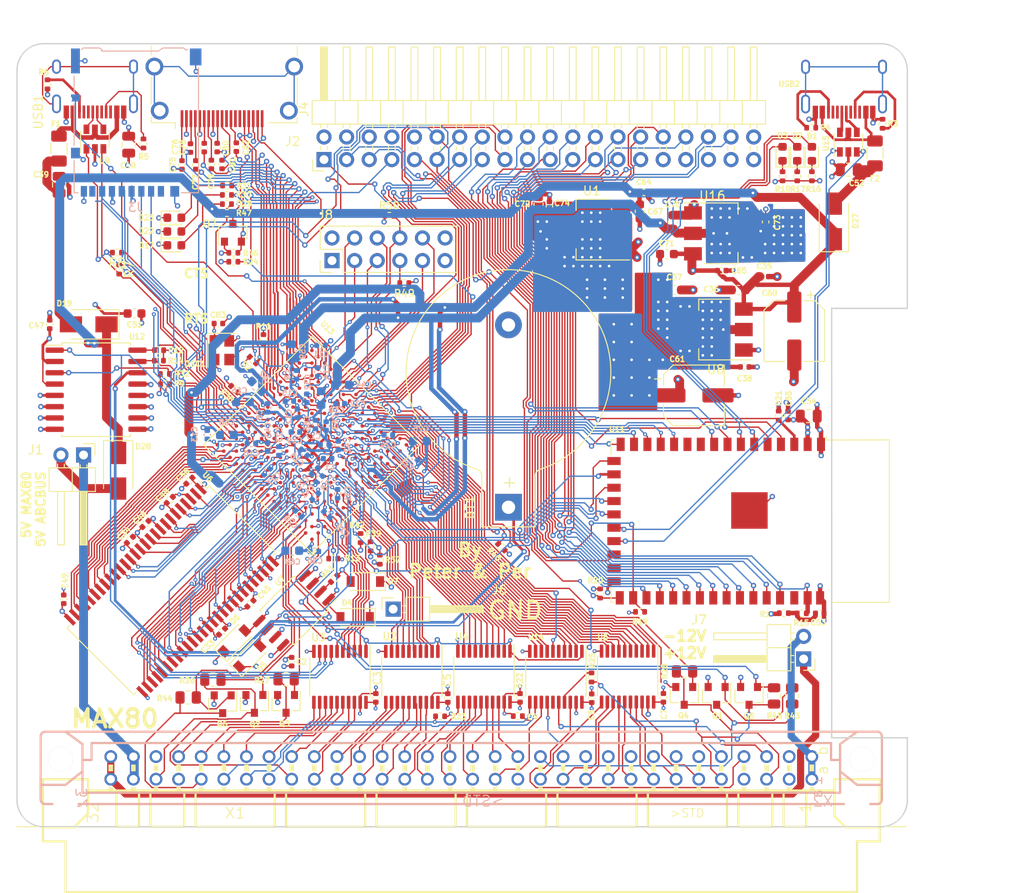
<source format=kicad_pcb>
(kicad_pcb (version 20171130) (host pcbnew 5.99.0+really5.1.10+dfsg1-1)

  (general
    (thickness 1.6)
    (drawings 21)
    (tracks 5348)
    (zones 0)
    (modules 175)
    (nets 313)
  )

  (page A4)
  (title_block
    (title MAX80)
    (date 2021-11-07)
    (rev 0.02)
    (company "No name")
  )

  (layers
    (0 F.Cu signal)
    (1 In1.Cu power)
    (2 In2.Cu signal)
    (31 B.Cu signal)
    (32 B.Adhes user)
    (33 F.Adhes user)
    (34 B.Paste user)
    (35 F.Paste user)
    (36 B.SilkS user)
    (37 F.SilkS user)
    (38 B.Mask user)
    (39 F.Mask user)
    (40 Dwgs.User user)
    (41 Cmts.User user)
    (42 Eco1.User user)
    (43 Eco2.User user)
    (44 Edge.Cuts user)
    (45 Margin user)
    (46 B.CrtYd user)
    (47 F.CrtYd user)
    (48 B.Fab user hide)
    (49 F.Fab user hide)
  )

  (setup
    (last_trace_width 0.15)
    (user_trace_width 0.15)
    (user_trace_width 0.3)
    (user_trace_width 0.5)
    (trace_clearance 0.15)
    (zone_clearance 0.15)
    (zone_45_only no)
    (trace_min 0.15)
    (via_size 0.6)
    (via_drill 0.3)
    (via_min_size 0.45)
    (via_min_drill 0.2)
    (user_via 0.45 0.2)
    (uvia_size 0.3)
    (uvia_drill 0.1)
    (uvias_allowed yes)
    (uvia_min_size 0.2)
    (uvia_min_drill 0.1)
    (edge_width 0.15)
    (segment_width 0.3)
    (pcb_text_width 0.3)
    (pcb_text_size 1.5 1.5)
    (mod_edge_width 0.15)
    (mod_text_size 1 1)
    (mod_text_width 0.15)
    (pad_size 3.5 1.6)
    (pad_drill 0)
    (pad_to_mask_clearance 0)
    (aux_axis_origin 0 0)
    (grid_origin 132.45 85.75)
    (visible_elements FFFFFF7F)
    (pcbplotparams
      (layerselection 0x010fc_ffffffff)
      (usegerberextensions false)
      (usegerberattributes true)
      (usegerberadvancedattributes true)
      (creategerberjobfile true)
      (excludeedgelayer true)
      (linewidth 0.100000)
      (plotframeref false)
      (viasonmask false)
      (mode 1)
      (useauxorigin false)
      (hpglpennumber 1)
      (hpglpenspeed 20)
      (hpglpendiameter 15.000000)
      (psnegative false)
      (psa4output false)
      (plotreference true)
      (plotvalue true)
      (plotinvisibletext false)
      (padsonsilk false)
      (subtractmaskfromsilk false)
      (outputformat 1)
      (mirror false)
      (drillshape 0)
      (scaleselection 1)
      (outputdirectory "max80_gerber002"))
  )

  (net 0 "")
  (net 1 GND)
  (net 2 +5V)
  (net 3 "Net-(R5-Pad2)")
  (net 4 "Net-(R6-Pad2)")
  (net 5 "Net-(U9-Pad4)")
  (net 6 "Net-(U9-Pad6)")
  (net 7 "Net-(USB1-Pad13)")
  (net 8 "Net-(BT1-Pad1)")
  (net 9 /A4)
  (net 10 /A3)
  (net 11 /A2)
  (net 12 /A1)
  (net 13 /A0)
  (net 14 /IO0)
  (net 15 /IO3)
  (net 16 /IO4)
  (net 17 /IO5)
  (net 18 /IO6)
  (net 19 /IO7)
  (net 20 /A11)
  (net 21 /IO9)
  (net 22 /A8)
  (net 23 /A7)
  (net 24 /A6)
  (net 25 /A5)
  (net 26 /A9)
  (net 27 /A10)
  (net 28 /A12)
  (net 29 /IO8)
  (net 30 /IO10)
  (net 31 /IO11)
  (net 32 /IO12)
  (net 33 /IO13)
  (net 34 /IO14)
  (net 35 /IO15)
  (net 36 /abc80bus/D7)
  (net 37 /abc80bus/D6)
  (net 38 /abc80bus/D5)
  (net 39 /abc80bus/D4)
  (net 40 /abc80bus/D3)
  (net 41 /abc80bus/D2)
  (net 42 /abc80bus/D1)
  (net 43 /abc80bus/D0)
  (net 44 /abc80bus/A8)
  (net 45 /abc80bus/A9)
  (net 46 /abc80bus/A10)
  (net 47 /abc80bus/A11)
  (net 48 /abc80bus/A12)
  (net 49 /abc80bus/A13)
  (net 50 /abc80bus/A14)
  (net 51 /abc80bus/A15)
  (net 52 /abc80bus/A7)
  (net 53 /abc80bus/A6)
  (net 54 /abc80bus/A5)
  (net 55 /abc80bus/A4)
  (net 56 /abc80bus/A3)
  (net 57 /abc80bus/A2)
  (net 58 /abc80bus/A1)
  (net 59 /abc80bus/A0)
  (net 60 /IO1)
  (net 61 /IO2)
  (net 62 /32KHZ)
  (net 63 /RTC_INT)
  (net 64 /abc80bus/ABC5V)
  (net 65 /SD_DAT3)
  (net 66 /SD_CMD)
  (net 67 /SD_CLK)
  (net 68 /SD_DAT0)
  (net 69 FPGA_TDI)
  (net 70 FPGA_TMS)
  (net 71 FPGA_TDO)
  (net 72 FPGA_TCK)
  (net 73 ABC_CLK_5)
  (net 74 /FPGA_SCL)
  (net 75 /FPGA_SDA)
  (net 76 FPGA_SPI_CLK)
  (net 77 FGPA_SPI_CS_ESP32)
  (net 78 INT_ESP32)
  (net 79 "Net-(C53-Pad1)")
  (net 80 "Net-(F2-Pad2)")
  (net 81 ESP32_TDO)
  (net 82 ESP32_TCK)
  (net 83 ESP32_TMS)
  (net 84 ESP32_IO0)
  (net 85 ESP32_RXD)
  (net 86 ESP32_TXD)
  (net 87 ESP32_EN)
  (net 88 "Net-(R3-Pad2)")
  (net 89 "Net-(R4-Pad2)")
  (net 90 /ESP32/USB_D-)
  (net 91 /ESP32/USB_D+)
  (net 92 ESP32_TDI)
  (net 93 "Net-(U15-Pad6)")
  (net 94 "Net-(U15-Pad4)")
  (net 95 "Net-(USB2-Pad13)")
  (net 96 "Net-(D1-Pad2)")
  (net 97 "Net-(D1-Pad1)")
  (net 98 "Net-(D2-Pad2)")
  (net 99 "Net-(D2-Pad1)")
  (net 100 "Net-(D3-Pad2)")
  (net 101 "Net-(D3-Pad1)")
  (net 102 ESP32_SCL)
  (net 103 ESP32_SDA)
  (net 104 ESP32_CS2)
  (net 105 ESP32_CS0)
  (net 106 ESP32_MISO)
  (net 107 ESP32_SCK)
  (net 108 ESP32_MOSI)
  (net 109 ESP32_CS1)
  (net 110 /abc80bus/~CS)
  (net 111 /abc80bus/~C4)
  (net 112 /abc80bus/~C3)
  (net 113 /abc80bus/~C2)
  (net 114 /abc80bus/~C1)
  (net 115 /abc80bus/~OUT)
  (net 116 /abc80bus/~RST)
  (net 117 /abc80bus/~XMEMFL)
  (net 118 /abc80bus/~INP)
  (net 119 /abc80bus/~STATUS)
  (net 120 /abc80bus/~XINPSTB)
  (net 121 /abc80bus/~XOUTSTB)
  (net 122 AD0)
  (net 123 AD1)
  (net 124 AD2)
  (net 125 AD3)
  (net 126 AD4)
  (net 127 AD5)
  (net 128 AD6)
  (net 129 AD7)
  (net 130 /abc80bus/~RESIN)
  (net 131 /FPGA_LED1)
  (net 132 /FPGA_LED2)
  (net 133 /FPGA_LED3)
  (net 134 "Net-(D17-Pad2)")
  (net 135 "Net-(D22-Pad2)")
  (net 136 "Net-(D23-Pad2)")
  (net 137 FPGA_GPIO3)
  (net 138 FPGA_GPIO2)
  (net 139 FPGA_GPIO1)
  (net 140 FPGA_GPIO0)
  (net 141 FPGA_GPIO5)
  (net 142 FPGA_GPIO4)
  (net 143 /abc80bus/READY)
  (net 144 /abc80bus/~NMI)
  (net 145 ~FPGA_READY)
  (net 146 FPGA_NMI)
  (net 147 FPGA_RESIN)
  (net 148 /DQMH)
  (net 149 /CLK)
  (net 150 /BA1)
  (net 151 /BA0)
  (net 152 /DQML)
  (net 153 "Net-(D28-Pad2)")
  (net 154 "Net-(F1-Pad2)")
  (net 155 "Net-(C39-Pad1)")
  (net 156 "Net-(C52-Pad1)")
  (net 157 /WE#)
  (net 158 /CAS#)
  (net 159 /RAS#)
  (net 160 /CS#)
  (net 161 +3V3)
  (net 162 +2V5)
  (net 163 +1V2)
  (net 164 "Net-(R13-Pad1)")
  (net 165 "Net-(R37-Pad2)")
  (net 166 "Net-(R38-Pad2)")
  (net 167 "Net-(R41-Pad2)")
  (net 168 DATA0)
  (net 169 ~CS_ABC_3V3)
  (net 170 ~OUT_ABC_3V3)
  (net 171 AD8)
  (net 172 ~C1_ABC_3V3)
  (net 173 AD9)
  (net 174 ~C2_ABC_3V3)
  (net 175 AD10)
  (net 176 ~C3_ABC_3V3)
  (net 177 ~C4_ABC_3V3)
  (net 178 AD11)
  (net 179 AD12)
  (net 180 AD13)
  (net 181 AD14)
  (net 182 AD15)
  (net 183 DLCK)
  (net 184 ASD0)
  (net 185 nCE0)
  (net 186 ~INP_ABC_3V3)
  (net 187 ~STATUS_ABC_3V3)
  (net 188 DD0)
  (net 189 DD1)
  (net 190 DD2)
  (net 191 DD3)
  (net 192 DD4)
  (net 193 DD5)
  (net 194 DD6)
  (net 195 DD7)
  (net 196 DD8)
  (net 197 ~XOUTSTB_ABC_3V3)
  (net 198 ~RST_ABC_3V3)
  (net 199 ~XMEMFL_ABC_3V3)
  (net 200 ~XINPSTB_ABC_3V3)
  (net 201 ABC_CLK_3V3)
  (net 202 FPGA_SPI_MOSI)
  (net 203 FPGA_SPI_MISO)
  (net 204 CLK0n)
  (net 205 HDMI_CK-)
  (net 206 HDMI_D0+)
  (net 207 HDMI_D1-)
  (net 208 HDMI_D2+)
  (net 209 HDMI_CK+)
  (net 210 HDMI_D0-)
  (net 211 HDMI_D1+)
  (net 212 HDMI_D2-)
  (net 213 HDMI_SDA)
  (net 214 HDMI_HPD)
  (net 215 HDMI_SCL)
  (net 216 FPGA_JTAGEN)
  (net 217 FLASH_CS#)
  (net 218 /abc80bus/~INT)
  (net 219 /abc80bus/~XMEMW800)
  (net 220 /abc80bus/~XMEMW80)
  (net 221 INT_ABC_3V3)
  (net 222 INT800_ABC_3V3)
  (net 223 ~XMEMW80_ABC_3V3)
  (net 224 ~XMEMW800_ABC_3V3)
  (net 225 /abc80bus/~XM)
  (net 226 XM_ABC_3V3)
  (net 227 "Net-(R25-Pad2)")
  (net 228 AD16)
  (net 229 /abc80bus/ABC_-12V)
  (net 230 /abc80bus/ABC_12V)
  (net 231 "Net-(C75-Pad1)")
  (net 232 "Net-(C76-Pad1)")
  (net 233 "Net-(C77-Pad1)")
  (net 234 "Net-(C78-Pad1)")
  (net 235 "Net-(C79-Pad1)")
  (net 236 "Net-(C80-Pad1)")
  (net 237 "Net-(C81-Pad1)")
  (net 238 "Net-(C82-Pad1)")
  (net 239 EXT_HG)
  (net 240 EXT_HB)
  (net 241 EXT_HE)
  (net 242 EXT_HC)
  (net 243 EXT_HA)
  (net 244 EXT_HF)
  (net 245 EXT_HH)
  (net 246 EXT_HD)
  (net 247 "Net-(J4-Pad40)")
  (net 248 "Net-(J4-Pad8)")
  (net 249 "Net-(J4-Pad6)")
  (net 250 "Net-(U6-Pad40)")
  (net 251 "Net-(U11-Pad10)")
  (net 252 "Net-(U11-Pad11)")
  (net 253 "Net-(U11-Pad25)")
  (net 254 "Net-(U11-Pad40)")
  (net 255 "Net-(U13-PadL16)")
  (net 256 "Net-(U13-PadK12)")
  (net 257 "Net-(U13-PadL11)")
  (net 258 "Net-(U13-PadP15)")
  (net 259 "Net-(U13-PadJ14)")
  (net 260 "Net-(U13-PadL14)")
  (net 261 "Net-(U13-PadN14)")
  (net 262 "Net-(U13-PadK10)")
  (net 263 "Net-(U13-PadK9)")
  (net 264 "Net-(U13-PadL9)")
  (net 265 "Net-(U13-PadM9)")
  (net 266 "Net-(U13-PadL13)")
  (net 267 "Net-(U13-PadJ13)")
  (net 268 "Net-(U13-PadJ12)")
  (net 269 "Net-(U13-PadP11)")
  (net 270 "Net-(U13-PadL6)")
  (net 271 "Net-(U13-PadK6)")
  (net 272 "Net-(U13-PadC3)")
  (net 273 "Net-(U14-Pad15)")
  (net 274 "Net-(U14-Pad5)")
  (net 275 "Net-(USB1-Pad3)")
  (net 276 "Net-(USB1-Pad9)")
  (net 277 "Net-(USB1-Pad5)")
  (net 278 "Net-(USB1-Pad8)")
  (net 279 "Net-(USB2-Pad3)")
  (net 280 "Net-(USB2-Pad9)")
  (net 281 "Net-(USB2-Pad5)")
  (net 282 "Net-(USB2-Pad8)")
  (net 283 "Net-(X1-PadB30)")
  (net 284 "Net-(X1-PadB12)")
  (net 285 "Net-(X1-PadB11)")
  (net 286 "Net-(X1-PadB10)")
  (net 287 "Net-(X1-PadB9)")
  (net 288 "Net-(X1-PadB8)")
  (net 289 "Net-(X1-PadB7)")
  (net 290 "Net-(X1-PadB6)")
  (net 291 "Net-(X1-PadA29)")
  (net 292 "Net-(X1-PadA25)")
  (net 293 "Net-(X1-PadA14)")
  (net 294 "Net-(J2-PadSH)")
  (net 295 "Net-(J2-Pad19)")
  (net 296 "Net-(J2-Pad14)")
  (net 297 "Net-(J2-Pad13)")
  (net 298 "Net-(J2-Pad11)")
  (net 299 /~SD_DETECT)
  (net 300 /FREEIO2)
  (net 301 /DD9_FREEIO1)
  (net 302 /FREE_IO3)
  (net 303 "Net-(J3-Pad1)")
  (net 304 "Net-(J3-Pad8)")
  (net 305 /FREEIO4)
  (net 306 /FREEIO5)
  (net 307 "Net-(U13-PadF13)")
  (net 308 /FPGA_USB_RX_DN)
  (net 309 /FPGA_USB_TX_DN)
  (net 310 /FPGA_USB_TX_DP)
  (net 311 /FPGA_USB_RX_DP)
  (net 312 /FREEIO_6)

  (net_class Default "This is the default net class."
    (clearance 0.15)
    (trace_width 0.15)
    (via_dia 0.6)
    (via_drill 0.3)
    (uvia_dia 0.3)
    (uvia_drill 0.1)
    (add_net +1V2)
    (add_net +2V5)
    (add_net +3V3)
    (add_net +5V)
    (add_net /32KHZ)
    (add_net /A0)
    (add_net /A1)
    (add_net /A10)
    (add_net /A11)
    (add_net /A12)
    (add_net /A2)
    (add_net /A3)
    (add_net /A4)
    (add_net /A5)
    (add_net /A6)
    (add_net /A7)
    (add_net /A8)
    (add_net /A9)
    (add_net /BA0)
    (add_net /BA1)
    (add_net /CAS#)
    (add_net /CLK)
    (add_net /CS#)
    (add_net /DD9_FREEIO1)
    (add_net /DQMH)
    (add_net /DQML)
    (add_net /ESP32/USB_D+)
    (add_net /ESP32/USB_D-)
    (add_net /FPGA_LED1)
    (add_net /FPGA_LED2)
    (add_net /FPGA_LED3)
    (add_net /FPGA_SCL)
    (add_net /FPGA_SDA)
    (add_net /FPGA_USB_RX_DN)
    (add_net /FPGA_USB_RX_DP)
    (add_net /FPGA_USB_TX_DN)
    (add_net /FPGA_USB_TX_DP)
    (add_net /FREEIO2)
    (add_net /FREEIO4)
    (add_net /FREEIO5)
    (add_net /FREEIO_6)
    (add_net /FREE_IO3)
    (add_net /IO0)
    (add_net /IO1)
    (add_net /IO10)
    (add_net /IO11)
    (add_net /IO12)
    (add_net /IO13)
    (add_net /IO14)
    (add_net /IO15)
    (add_net /IO2)
    (add_net /IO3)
    (add_net /IO4)
    (add_net /IO5)
    (add_net /IO6)
    (add_net /IO7)
    (add_net /IO8)
    (add_net /IO9)
    (add_net /RAS#)
    (add_net /RTC_INT)
    (add_net /SD_CLK)
    (add_net /SD_CMD)
    (add_net /SD_DAT0)
    (add_net /SD_DAT3)
    (add_net /WE#)
    (add_net /abc80bus/A0)
    (add_net /abc80bus/A1)
    (add_net /abc80bus/A10)
    (add_net /abc80bus/A11)
    (add_net /abc80bus/A12)
    (add_net /abc80bus/A13)
    (add_net /abc80bus/A14)
    (add_net /abc80bus/A15)
    (add_net /abc80bus/A2)
    (add_net /abc80bus/A3)
    (add_net /abc80bus/A4)
    (add_net /abc80bus/A5)
    (add_net /abc80bus/A6)
    (add_net /abc80bus/A7)
    (add_net /abc80bus/A8)
    (add_net /abc80bus/A9)
    (add_net /abc80bus/ABC5V)
    (add_net /abc80bus/ABC_-12V)
    (add_net /abc80bus/ABC_12V)
    (add_net /abc80bus/D0)
    (add_net /abc80bus/D1)
    (add_net /abc80bus/D2)
    (add_net /abc80bus/D3)
    (add_net /abc80bus/D4)
    (add_net /abc80bus/D5)
    (add_net /abc80bus/D6)
    (add_net /abc80bus/D7)
    (add_net /abc80bus/READY)
    (add_net /abc80bus/~C1)
    (add_net /abc80bus/~C2)
    (add_net /abc80bus/~C3)
    (add_net /abc80bus/~C4)
    (add_net /abc80bus/~CS)
    (add_net /abc80bus/~INP)
    (add_net /abc80bus/~INT)
    (add_net /abc80bus/~NMI)
    (add_net /abc80bus/~OUT)
    (add_net /abc80bus/~RESIN)
    (add_net /abc80bus/~RST)
    (add_net /abc80bus/~STATUS)
    (add_net /abc80bus/~XINPSTB)
    (add_net /abc80bus/~XM)
    (add_net /abc80bus/~XMEMFL)
    (add_net /abc80bus/~XMEMW80)
    (add_net /abc80bus/~XMEMW800)
    (add_net /abc80bus/~XOUTSTB)
    (add_net /~SD_DETECT)
    (add_net ABC_CLK_3V3)
    (add_net ABC_CLK_5)
    (add_net AD0)
    (add_net AD1)
    (add_net AD10)
    (add_net AD11)
    (add_net AD12)
    (add_net AD13)
    (add_net AD14)
    (add_net AD15)
    (add_net AD16)
    (add_net AD2)
    (add_net AD3)
    (add_net AD4)
    (add_net AD5)
    (add_net AD6)
    (add_net AD7)
    (add_net AD8)
    (add_net AD9)
    (add_net ASD0)
    (add_net CLK0n)
    (add_net DATA0)
    (add_net DD0)
    (add_net DD1)
    (add_net DD2)
    (add_net DD3)
    (add_net DD4)
    (add_net DD5)
    (add_net DD6)
    (add_net DD7)
    (add_net DD8)
    (add_net DLCK)
    (add_net ESP32_CS0)
    (add_net ESP32_CS1)
    (add_net ESP32_CS2)
    (add_net ESP32_EN)
    (add_net ESP32_IO0)
    (add_net ESP32_MISO)
    (add_net ESP32_MOSI)
    (add_net ESP32_RXD)
    (add_net ESP32_SCK)
    (add_net ESP32_SCL)
    (add_net ESP32_SDA)
    (add_net ESP32_TCK)
    (add_net ESP32_TDI)
    (add_net ESP32_TDO)
    (add_net ESP32_TMS)
    (add_net ESP32_TXD)
    (add_net EXT_HA)
    (add_net EXT_HB)
    (add_net EXT_HC)
    (add_net EXT_HD)
    (add_net EXT_HE)
    (add_net EXT_HF)
    (add_net EXT_HG)
    (add_net EXT_HH)
    (add_net FGPA_SPI_CS_ESP32)
    (add_net FLASH_CS#)
    (add_net FPGA_GPIO0)
    (add_net FPGA_GPIO1)
    (add_net FPGA_GPIO2)
    (add_net FPGA_GPIO3)
    (add_net FPGA_GPIO4)
    (add_net FPGA_GPIO5)
    (add_net FPGA_JTAGEN)
    (add_net FPGA_NMI)
    (add_net FPGA_RESIN)
    (add_net FPGA_SPI_CLK)
    (add_net FPGA_SPI_MISO)
    (add_net FPGA_SPI_MOSI)
    (add_net FPGA_TCK)
    (add_net FPGA_TDI)
    (add_net FPGA_TDO)
    (add_net FPGA_TMS)
    (add_net GND)
    (add_net HDMI_CK+)
    (add_net HDMI_CK-)
    (add_net HDMI_D0+)
    (add_net HDMI_D0-)
    (add_net HDMI_D1+)
    (add_net HDMI_D1-)
    (add_net HDMI_D2+)
    (add_net HDMI_D2-)
    (add_net HDMI_HPD)
    (add_net HDMI_SCL)
    (add_net HDMI_SDA)
    (add_net INT800_ABC_3V3)
    (add_net INT_ABC_3V3)
    (add_net INT_ESP32)
    (add_net "Net-(BT1-Pad1)")
    (add_net "Net-(C39-Pad1)")
    (add_net "Net-(C52-Pad1)")
    (add_net "Net-(C53-Pad1)")
    (add_net "Net-(C75-Pad1)")
    (add_net "Net-(C76-Pad1)")
    (add_net "Net-(C77-Pad1)")
    (add_net "Net-(C78-Pad1)")
    (add_net "Net-(C79-Pad1)")
    (add_net "Net-(C80-Pad1)")
    (add_net "Net-(C81-Pad1)")
    (add_net "Net-(C82-Pad1)")
    (add_net "Net-(D1-Pad1)")
    (add_net "Net-(D1-Pad2)")
    (add_net "Net-(D17-Pad2)")
    (add_net "Net-(D2-Pad1)")
    (add_net "Net-(D2-Pad2)")
    (add_net "Net-(D22-Pad2)")
    (add_net "Net-(D23-Pad2)")
    (add_net "Net-(D28-Pad2)")
    (add_net "Net-(D3-Pad1)")
    (add_net "Net-(D3-Pad2)")
    (add_net "Net-(F1-Pad2)")
    (add_net "Net-(F2-Pad2)")
    (add_net "Net-(J2-Pad11)")
    (add_net "Net-(J2-Pad13)")
    (add_net "Net-(J2-Pad14)")
    (add_net "Net-(J2-Pad19)")
    (add_net "Net-(J2-PadSH)")
    (add_net "Net-(J3-Pad1)")
    (add_net "Net-(J3-Pad8)")
    (add_net "Net-(J4-Pad40)")
    (add_net "Net-(J4-Pad6)")
    (add_net "Net-(J4-Pad8)")
    (add_net "Net-(R13-Pad1)")
    (add_net "Net-(R25-Pad2)")
    (add_net "Net-(R3-Pad2)")
    (add_net "Net-(R37-Pad2)")
    (add_net "Net-(R38-Pad2)")
    (add_net "Net-(R4-Pad2)")
    (add_net "Net-(R41-Pad2)")
    (add_net "Net-(R5-Pad2)")
    (add_net "Net-(R6-Pad2)")
    (add_net "Net-(U11-Pad10)")
    (add_net "Net-(U11-Pad11)")
    (add_net "Net-(U11-Pad25)")
    (add_net "Net-(U11-Pad40)")
    (add_net "Net-(U13-PadC3)")
    (add_net "Net-(U13-PadF13)")
    (add_net "Net-(U13-PadJ12)")
    (add_net "Net-(U13-PadJ13)")
    (add_net "Net-(U13-PadJ14)")
    (add_net "Net-(U13-PadK10)")
    (add_net "Net-(U13-PadK12)")
    (add_net "Net-(U13-PadK6)")
    (add_net "Net-(U13-PadK9)")
    (add_net "Net-(U13-PadL11)")
    (add_net "Net-(U13-PadL13)")
    (add_net "Net-(U13-PadL14)")
    (add_net "Net-(U13-PadL16)")
    (add_net "Net-(U13-PadL6)")
    (add_net "Net-(U13-PadL9)")
    (add_net "Net-(U13-PadM9)")
    (add_net "Net-(U13-PadN14)")
    (add_net "Net-(U13-PadP11)")
    (add_net "Net-(U13-PadP15)")
    (add_net "Net-(U14-Pad15)")
    (add_net "Net-(U14-Pad5)")
    (add_net "Net-(U15-Pad4)")
    (add_net "Net-(U15-Pad6)")
    (add_net "Net-(U6-Pad40)")
    (add_net "Net-(U9-Pad4)")
    (add_net "Net-(U9-Pad6)")
    (add_net "Net-(USB1-Pad13)")
    (add_net "Net-(USB1-Pad3)")
    (add_net "Net-(USB1-Pad5)")
    (add_net "Net-(USB1-Pad8)")
    (add_net "Net-(USB1-Pad9)")
    (add_net "Net-(USB2-Pad13)")
    (add_net "Net-(USB2-Pad3)")
    (add_net "Net-(USB2-Pad5)")
    (add_net "Net-(USB2-Pad8)")
    (add_net "Net-(USB2-Pad9)")
    (add_net "Net-(X1-PadA14)")
    (add_net "Net-(X1-PadA25)")
    (add_net "Net-(X1-PadA29)")
    (add_net "Net-(X1-PadB10)")
    (add_net "Net-(X1-PadB11)")
    (add_net "Net-(X1-PadB12)")
    (add_net "Net-(X1-PadB30)")
    (add_net "Net-(X1-PadB6)")
    (add_net "Net-(X1-PadB7)")
    (add_net "Net-(X1-PadB8)")
    (add_net "Net-(X1-PadB9)")
    (add_net XM_ABC_3V3)
    (add_net nCE0)
    (add_net ~C1_ABC_3V3)
    (add_net ~C2_ABC_3V3)
    (add_net ~C3_ABC_3V3)
    (add_net ~C4_ABC_3V3)
    (add_net ~CS_ABC_3V3)
    (add_net ~FPGA_READY)
    (add_net ~INP_ABC_3V3)
    (add_net ~OUT_ABC_3V3)
    (add_net ~RST_ABC_3V3)
    (add_net ~STATUS_ABC_3V3)
    (add_net ~XINPSTB_ABC_3V3)
    (add_net ~XMEMFL_ABC_3V3)
    (add_net ~XMEMW800_ABC_3V3)
    (add_net ~XMEMW80_ABC_3V3)
    (add_net ~XOUTSTB_ABC_3V3)
  )

  (module Resistor_SMD:R_0402_1005Metric (layer F.Cu) (tedit 5F68FEEE) (tstamp 61957892)
    (at 116.2 63.95 180)
    (descr "Resistor SMD 0402 (1005 Metric), square (rectangular) end terminal, IPC_7351 nominal, (Body size source: IPC-SM-782 page 72, https://www.pcb-3d.com/wordpress/wp-content/uploads/ipc-sm-782a_amendment_1_and_2.pdf), generated with kicad-footprint-generator")
    (tags resistor)
    (path /601569F0/62589F2A)
    (attr smd)
    (fp_text reference R8 (at 0 -1.17) (layer F.SilkS)
      (effects (font (size 1 1) (thickness 0.15)))
    )
    (fp_text value 27 (at 0 1.17) (layer F.Fab)
      (effects (font (size 1 1) (thickness 0.15)))
    )
    (fp_text user %R (at 0 0) (layer F.Fab)
      (effects (font (size 0.26 0.26) (thickness 0.04)))
    )
    (fp_line (start -0.525 0.27) (end -0.525 -0.27) (layer F.Fab) (width 0.1))
    (fp_line (start -0.525 -0.27) (end 0.525 -0.27) (layer F.Fab) (width 0.1))
    (fp_line (start 0.525 -0.27) (end 0.525 0.27) (layer F.Fab) (width 0.1))
    (fp_line (start 0.525 0.27) (end -0.525 0.27) (layer F.Fab) (width 0.1))
    (fp_line (start -0.153641 -0.38) (end 0.153641 -0.38) (layer F.SilkS) (width 0.12))
    (fp_line (start -0.153641 0.38) (end 0.153641 0.38) (layer F.SilkS) (width 0.12))
    (fp_line (start -0.93 0.47) (end -0.93 -0.47) (layer F.CrtYd) (width 0.05))
    (fp_line (start -0.93 -0.47) (end 0.93 -0.47) (layer F.CrtYd) (width 0.05))
    (fp_line (start 0.93 -0.47) (end 0.93 0.47) (layer F.CrtYd) (width 0.05))
    (fp_line (start 0.93 0.47) (end -0.93 0.47) (layer F.CrtYd) (width 0.05))
    (pad 2 smd roundrect (at 0.51 0 180) (size 0.54 0.64) (layers F.Cu F.Paste F.Mask) (roundrect_rratio 0.25)
      (net 308 /FPGA_USB_RX_DN))
    (pad 1 smd roundrect (at -0.51 0 180) (size 0.54 0.64) (layers F.Cu F.Paste F.Mask) (roundrect_rratio 0.25)
      (net 309 /FPGA_USB_TX_DN))
    (model ${KISYS3DMOD}/Resistor_SMD.3dshapes/R_0402_1005Metric.wrl
      (at (xyz 0 0 0))
      (scale (xyz 1 1 1))
      (rotate (xyz 0 0 0))
    )
  )

  (module Resistor_SMD:R_0402_1005Metric (layer F.Cu) (tedit 5F68FEEE) (tstamp 61957881)
    (at 116.45 65.85 270)
    (descr "Resistor SMD 0402 (1005 Metric), square (rectangular) end terminal, IPC_7351 nominal, (Body size source: IPC-SM-782 page 72, https://www.pcb-3d.com/wordpress/wp-content/uploads/ipc-sm-782a_amendment_1_and_2.pdf), generated with kicad-footprint-generator")
    (tags resistor)
    (path /601569F0/6258957D)
    (attr smd)
    (fp_text reference R7 (at 0 -1.17 90) (layer F.SilkS)
      (effects (font (size 1 1) (thickness 0.15)))
    )
    (fp_text value 27 (at 0 1.17 90) (layer F.Fab)
      (effects (font (size 1 1) (thickness 0.15)))
    )
    (fp_text user %R (at 0 0 90) (layer F.Fab)
      (effects (font (size 0.26 0.26) (thickness 0.04)))
    )
    (fp_line (start -0.525 0.27) (end -0.525 -0.27) (layer F.Fab) (width 0.1))
    (fp_line (start -0.525 -0.27) (end 0.525 -0.27) (layer F.Fab) (width 0.1))
    (fp_line (start 0.525 -0.27) (end 0.525 0.27) (layer F.Fab) (width 0.1))
    (fp_line (start 0.525 0.27) (end -0.525 0.27) (layer F.Fab) (width 0.1))
    (fp_line (start -0.153641 -0.38) (end 0.153641 -0.38) (layer F.SilkS) (width 0.12))
    (fp_line (start -0.153641 0.38) (end 0.153641 0.38) (layer F.SilkS) (width 0.12))
    (fp_line (start -0.93 0.47) (end -0.93 -0.47) (layer F.CrtYd) (width 0.05))
    (fp_line (start -0.93 -0.47) (end 0.93 -0.47) (layer F.CrtYd) (width 0.05))
    (fp_line (start 0.93 -0.47) (end 0.93 0.47) (layer F.CrtYd) (width 0.05))
    (fp_line (start 0.93 0.47) (end -0.93 0.47) (layer F.CrtYd) (width 0.05))
    (pad 2 smd roundrect (at 0.51 0 270) (size 0.54 0.64) (layers F.Cu F.Paste F.Mask) (roundrect_rratio 0.25)
      (net 311 /FPGA_USB_RX_DP))
    (pad 1 smd roundrect (at -0.51 0 270) (size 0.54 0.64) (layers F.Cu F.Paste F.Mask) (roundrect_rratio 0.25)
      (net 310 /FPGA_USB_TX_DP))
    (model ${KISYS3DMOD}/Resistor_SMD.3dshapes/R_0402_1005Metric.wrl
      (at (xyz 0 0 0))
      (scale (xyz 1 1 1))
      (rotate (xyz 0 0 0))
    )
  )

  (module max80:FAB64B (layer B.Cu) (tedit 0) (tstamp 61976193)
    (at 154.87 121.86 90)
    (descr "<b>DIN 41612 CONNECTOR</b>\n<p>\nFemale, 64 pins, type B, rows AB, grid 2.54 mm.<br />\nB mates with Q, but pin numbers reversed.\n</p>")
    (path /6013B380/61C9828F)
    (fp_text reference X2 (at -4.445 39.37 180) (layer B.SilkS)
      (effects (font (size 1.2065 1.2065) (thickness 0.12065)) (justify right bottom mirror))
    )
    (fp_text value ABC-Bus (at -4.445 -34.29 180) (layer B.Fab)
      (effects (font (size 1.2065 1.2065) (thickness 0.12065)) (justify right bottom mirror))
    )
    (fp_poly (pts (xy 0.889 38.735) (xy 1.651 38.735) (xy 1.651 40.005) (xy 0.889 40.005)) (layer B.Fab) (width 0))
    (fp_poly (pts (xy 0.889 36.195) (xy 1.651 36.195) (xy 1.651 37.465) (xy 0.889 37.465)) (layer B.Fab) (width 0))
    (fp_poly (pts (xy 0.889 33.655) (xy 1.651 33.655) (xy 1.651 34.925) (xy 0.889 34.925)) (layer B.Fab) (width 0))
    (fp_poly (pts (xy 0.889 31.115) (xy 1.651 31.115) (xy 1.651 32.385) (xy 0.889 32.385)) (layer B.Fab) (width 0))
    (fp_poly (pts (xy 0.889 28.575) (xy 1.651 28.575) (xy 1.651 29.845) (xy 0.889 29.845)) (layer B.Fab) (width 0))
    (fp_poly (pts (xy 0.889 26.035) (xy 1.651 26.035) (xy 1.651 27.305) (xy 0.889 27.305)) (layer B.Fab) (width 0))
    (fp_poly (pts (xy -1.651 38.735) (xy -0.889 38.735) (xy -0.889 40.005) (xy -1.651 40.005)) (layer B.Fab) (width 0))
    (fp_poly (pts (xy -1.651 36.195) (xy -0.889 36.195) (xy -0.889 37.465) (xy -1.651 37.465)) (layer B.Fab) (width 0))
    (fp_poly (pts (xy -1.651 33.655) (xy -0.889 33.655) (xy -0.889 34.925) (xy -1.651 34.925)) (layer B.Fab) (width 0))
    (fp_poly (pts (xy -1.651 31.115) (xy -0.889 31.115) (xy -0.889 32.385) (xy -1.651 32.385)) (layer B.Fab) (width 0))
    (fp_poly (pts (xy -1.651 28.575) (xy -0.889 28.575) (xy -0.889 29.845) (xy -1.651 29.845)) (layer B.Fab) (width 0))
    (fp_poly (pts (xy -1.651 26.035) (xy -0.889 26.035) (xy -0.889 27.305) (xy -1.651 27.305)) (layer B.Fab) (width 0))
    (fp_poly (pts (xy -1.651 23.495) (xy -0.889 23.495) (xy -0.889 24.765) (xy -1.651 24.765)) (layer B.Fab) (width 0))
    (fp_poly (pts (xy -1.651 20.955) (xy -0.889 20.955) (xy -0.889 22.225) (xy -1.651 22.225)) (layer B.Fab) (width 0))
    (fp_poly (pts (xy -1.651 18.415) (xy -0.889 18.415) (xy -0.889 19.685) (xy -1.651 19.685)) (layer B.Fab) (width 0))
    (fp_poly (pts (xy -1.651 15.875) (xy -0.889 15.875) (xy -0.889 17.145) (xy -1.651 17.145)) (layer B.Fab) (width 0))
    (fp_poly (pts (xy -1.651 13.335) (xy -0.889 13.335) (xy -0.889 14.605) (xy -1.651 14.605)) (layer B.Fab) (width 0))
    (fp_poly (pts (xy -1.651 10.795) (xy -0.889 10.795) (xy -0.889 12.065) (xy -1.651 12.065)) (layer B.Fab) (width 0))
    (fp_poly (pts (xy -1.651 8.255) (xy -0.889 8.255) (xy -0.889 9.525) (xy -1.651 9.525)) (layer B.Fab) (width 0))
    (fp_poly (pts (xy -1.651 5.715) (xy -0.889 5.715) (xy -0.889 6.985) (xy -1.651 6.985)) (layer B.Fab) (width 0))
    (fp_poly (pts (xy -1.651 3.175) (xy -0.889 3.175) (xy -0.889 4.445) (xy -1.651 4.445)) (layer B.Fab) (width 0))
    (fp_poly (pts (xy -1.651 0.635) (xy -0.889 0.635) (xy -0.889 1.905) (xy -1.651 1.905)) (layer B.Fab) (width 0))
    (fp_poly (pts (xy -1.651 -1.905) (xy -0.889 -1.905) (xy -0.889 -0.635) (xy -1.651 -0.635)) (layer B.Fab) (width 0))
    (fp_poly (pts (xy -1.651 -4.445) (xy -0.889 -4.445) (xy -0.889 -3.175) (xy -1.651 -3.175)) (layer B.Fab) (width 0))
    (fp_poly (pts (xy -1.651 -6.985) (xy -0.889 -6.985) (xy -0.889 -5.715) (xy -1.651 -5.715)) (layer B.Fab) (width 0))
    (fp_poly (pts (xy -1.651 -9.525) (xy -0.889 -9.525) (xy -0.889 -8.255) (xy -1.651 -8.255)) (layer B.Fab) (width 0))
    (fp_poly (pts (xy -1.651 -12.065) (xy -0.889 -12.065) (xy -0.889 -10.795) (xy -1.651 -10.795)) (layer B.Fab) (width 0))
    (fp_poly (pts (xy -1.651 -14.605) (xy -0.889 -14.605) (xy -0.889 -13.335) (xy -1.651 -13.335)) (layer B.Fab) (width 0))
    (fp_poly (pts (xy 0.889 23.495) (xy 1.651 23.495) (xy 1.651 24.765) (xy 0.889 24.765)) (layer B.Fab) (width 0))
    (fp_poly (pts (xy 0.889 20.955) (xy 1.651 20.955) (xy 1.651 22.225) (xy 0.889 22.225)) (layer B.Fab) (width 0))
    (fp_poly (pts (xy 0.889 18.415) (xy 1.651 18.415) (xy 1.651 19.685) (xy 0.889 19.685)) (layer B.Fab) (width 0))
    (fp_poly (pts (xy 0.889 15.875) (xy 1.651 15.875) (xy 1.651 17.145) (xy 0.889 17.145)) (layer B.Fab) (width 0))
    (fp_poly (pts (xy 0.889 13.335) (xy 1.651 13.335) (xy 1.651 14.605) (xy 0.889 14.605)) (layer B.Fab) (width 0))
    (fp_poly (pts (xy 0.889 10.795) (xy 1.651 10.795) (xy 1.651 12.065) (xy 0.889 12.065)) (layer B.Fab) (width 0))
    (fp_poly (pts (xy 0.889 8.255) (xy 1.651 8.255) (xy 1.651 9.525) (xy 0.889 9.525)) (layer B.Fab) (width 0))
    (fp_poly (pts (xy 0.889 5.715) (xy 1.651 5.715) (xy 1.651 6.985) (xy 0.889 6.985)) (layer B.Fab) (width 0))
    (fp_poly (pts (xy 0.889 3.175) (xy 1.651 3.175) (xy 1.651 4.445) (xy 0.889 4.445)) (layer B.Fab) (width 0))
    (fp_poly (pts (xy 0.889 0.635) (xy 1.651 0.635) (xy 1.651 1.905) (xy 0.889 1.905)) (layer B.Fab) (width 0))
    (fp_poly (pts (xy 0.889 -1.905) (xy 1.651 -1.905) (xy 1.651 -0.635) (xy 0.889 -0.635)) (layer B.Fab) (width 0))
    (fp_poly (pts (xy 0.889 -4.445) (xy 1.651 -4.445) (xy 1.651 -3.175) (xy 0.889 -3.175)) (layer B.Fab) (width 0))
    (fp_poly (pts (xy 0.889 -6.985) (xy 1.651 -6.985) (xy 1.651 -5.715) (xy 0.889 -5.715)) (layer B.Fab) (width 0))
    (fp_poly (pts (xy 0.889 -9.525) (xy 1.651 -9.525) (xy 1.651 -8.255) (xy 0.889 -8.255)) (layer B.Fab) (width 0))
    (fp_poly (pts (xy 0.889 -12.065) (xy 1.651 -12.065) (xy 1.651 -10.795) (xy 0.889 -10.795)) (layer B.Fab) (width 0))
    (fp_poly (pts (xy 0.889 -14.605) (xy 1.651 -14.605) (xy 1.651 -13.335) (xy 0.889 -13.335)) (layer B.Fab) (width 0))
    (fp_poly (pts (xy -1.651 -17.145) (xy -0.889 -17.145) (xy -0.889 -15.875) (xy -1.651 -15.875)) (layer B.Fab) (width 0))
    (fp_poly (pts (xy 0.889 -17.145) (xy 1.651 -17.145) (xy 1.651 -15.875) (xy 0.889 -15.875)) (layer B.Fab) (width 0))
    (fp_poly (pts (xy 0.889 -19.685) (xy 1.651 -19.685) (xy 1.651 -18.415) (xy 0.889 -18.415)) (layer B.Fab) (width 0))
    (fp_poly (pts (xy 0.889 -22.225) (xy 1.651 -22.225) (xy 1.651 -20.955) (xy 0.889 -20.955)) (layer B.Fab) (width 0))
    (fp_poly (pts (xy -1.651 -19.685) (xy -0.889 -19.685) (xy -0.889 -18.415) (xy -1.651 -18.415)) (layer B.Fab) (width 0))
    (fp_poly (pts (xy -1.651 -22.225) (xy -0.889 -22.225) (xy -0.889 -20.955) (xy -1.651 -20.955)) (layer B.Fab) (width 0))
    (fp_poly (pts (xy -1.651 -24.765) (xy -0.889 -24.765) (xy -0.889 -23.495) (xy -1.651 -23.495)) (layer B.Fab) (width 0))
    (fp_poly (pts (xy 0.889 -24.765) (xy 1.651 -24.765) (xy 1.651 -23.495) (xy 0.889 -23.495)) (layer B.Fab) (width 0))
    (fp_poly (pts (xy 0.889 -27.305) (xy 1.651 -27.305) (xy 1.651 -26.035) (xy 0.889 -26.035)) (layer B.Fab) (width 0))
    (fp_poly (pts (xy 0.889 -29.845) (xy 1.651 -29.845) (xy 1.651 -28.575) (xy 0.889 -28.575)) (layer B.Fab) (width 0))
    (fp_poly (pts (xy -1.651 -27.305) (xy -0.889 -27.305) (xy -0.889 -26.035) (xy -1.651 -26.035)) (layer B.Fab) (width 0))
    (fp_poly (pts (xy -1.651 -29.845) (xy -0.889 -29.845) (xy -0.889 -28.575) (xy -1.651 -28.575)) (layer B.Fab) (width 0))
    (fp_poly (pts (xy 0.889 -32.385) (xy 1.651 -32.385) (xy 1.651 -31.115) (xy 0.889 -31.115)) (layer B.Fab) (width 0))
    (fp_poly (pts (xy 0.889 -34.925) (xy 1.651 -34.925) (xy 1.651 -33.655) (xy 0.889 -33.655)) (layer B.Fab) (width 0))
    (fp_poly (pts (xy -1.651 -32.385) (xy -0.889 -32.385) (xy -0.889 -31.115) (xy -1.651 -31.115)) (layer B.Fab) (width 0))
    (fp_poly (pts (xy -1.651 -34.925) (xy -0.889 -34.925) (xy -0.889 -33.655) (xy -1.651 -33.655)) (layer B.Fab) (width 0))
    (fp_poly (pts (xy -1.651 -37.465) (xy -0.889 -37.465) (xy -0.889 -36.195) (xy -1.651 -36.195)) (layer B.Fab) (width 0))
    (fp_poly (pts (xy 0.889 -37.465) (xy 1.651 -37.465) (xy 1.651 -36.195) (xy 0.889 -36.195)) (layer B.Fab) (width 0))
    (fp_poly (pts (xy -1.651 -40.005) (xy -0.889 -40.005) (xy -0.889 -38.735) (xy -1.651 -38.735)) (layer B.Fab) (width 0))
    (fp_poly (pts (xy 0.889 -40.005) (xy 1.651 -40.005) (xy 1.651 -38.735) (xy 0.889 -38.735)) (layer B.Fab) (width 0))
    (fp_circle (center 0.9652 45.0088) (end 2.2352 45.0088) (layer B.SilkS) (width 0.254))
    (fp_circle (center 0.9652 45.0088) (end 3.2512 45.0088) (layer Dwgs.User) (width 1.778))
    (fp_circle (center 0.9652 45.0088) (end 3.2512 45.0088) (layer Dwgs.User) (width 1.778))
    (fp_circle (center 0.9652 -45.0088) (end 2.2352 -45.0088) (layer B.SilkS) (width 0.254))
    (fp_circle (center 0.9652 -45.0088) (end 3.2512 -45.0088) (layer Dwgs.User) (width 1.778))
    (fp_circle (center 0.9652 -45.0088) (end 3.2512 -45.0088) (layer Dwgs.User) (width 1.778))
    (fp_line (start 4.064 -46.736) (end 4.064 -44.45) (layer B.SilkS) (width 0.254))
    (fp_line (start -4.064 -46.736) (end -4.064 46.736) (layer B.SilkS) (width 0.254))
    (fp_line (start -3.556 -47.244) (end -1.905 -47.244) (layer B.SilkS) (width 0.254))
    (fp_line (start 3.556 47.244) (end -1.905 47.244) (layer B.SilkS) (width 0.254))
    (fp_line (start -0.381 42.545) (end -2.794 42.545) (layer B.SilkS) (width 0.254))
    (fp_line (start 0.635 42.291) (end -2.54 42.291) (layer B.Fab) (width 0.254))
    (fp_line (start -0.381 42.545) (end 0.889 42.545) (layer B.SilkS) (width 0.254))
    (fp_line (start 0.635 41.275) (end 0.635 42.291) (layer B.Fab) (width 0.254))
    (fp_line (start 0.889 42.545) (end 2.667 42.545) (layer B.SilkS) (width 0.254))
    (fp_line (start 0.889 41.529) (end 0.889 42.545) (layer B.SilkS) (width 0.254))
    (fp_line (start 2.794 41.529) (end 0.889 41.529) (layer B.SilkS) (width 0.254))
    (fp_line (start -2.794 -42.545) (end -2.794 42.545) (layer B.SilkS) (width 0.254))
    (fp_line (start 2.794 -41.529) (end 2.794 41.529) (layer B.SilkS) (width 0.254))
    (fp_line (start 0.889 -41.529) (end 2.794 -41.529) (layer B.SilkS) (width 0.254))
    (fp_line (start 0.889 -42.545) (end 2.667 -42.545) (layer B.SilkS) (width 0.254))
    (fp_line (start 0.889 -42.545) (end 0.889 -41.529) (layer B.SilkS) (width 0.254))
    (fp_line (start -0.381 -42.545) (end -2.794 -42.545) (layer B.SilkS) (width 0.254))
    (fp_line (start 0.635 -42.291) (end -2.54 -42.291) (layer B.Fab) (width 0.254))
    (fp_line (start 0.889 -42.545) (end -0.381 -42.545) (layer B.SilkS) (width 0.254))
    (fp_line (start 0.635 -41.275) (end 0.635 -42.291) (layer B.Fab) (width 0.254))
    (fp_line (start 2.667 -42.545) (end 4.064 -44.45) (layer B.SilkS) (width 0.254))
    (fp_line (start 4.064 44.45) (end 4.064 -44.45) (layer B.SilkS) (width 0.254))
    (fp_line (start 2.667 42.545) (end 4.064 44.45) (layer B.SilkS) (width 0.254))
    (fp_line (start 4.064 44.45) (end 4.064 46.736) (layer B.SilkS) (width 0.254))
    (fp_line (start -0.381 -42.545) (end -1.905 -44.45) (layer B.SilkS) (width 0.254))
    (fp_line (start -1.905 -47.244) (end 3.556 -47.244) (layer B.SilkS) (width 0.254))
    (fp_line (start -1.905 -47.244) (end -1.905 -44.45) (layer B.SilkS) (width 0.254))
    (fp_line (start -0.381 42.545) (end -1.905 44.45) (layer B.SilkS) (width 0.254))
    (fp_line (start -1.905 47.244) (end -3.556 47.244) (layer B.SilkS) (width 0.254))
    (fp_line (start -1.905 47.244) (end -1.905 44.45) (layer B.SilkS) (width 0.254))
    (fp_line (start 2.54 41.275) (end 0.635 41.275) (layer B.Fab) (width 0.254))
    (fp_line (start 2.54 -41.275) (end 2.54 41.275) (layer B.Fab) (width 0.254))
    (fp_line (start 0.635 -41.275) (end 2.54 -41.275) (layer B.Fab) (width 0.254))
    (fp_line (start -2.54 42.291) (end -2.54 -42.291) (layer B.Fab) (width 0.254))
    (fp_text user >STD (at -4.445 0) (layer B.SilkS)
      (effects (font (size 1.2065 1.2065) (thickness 0.127)) (justify right bottom mirror))
    )
    (fp_text user 1 (at -0.762 40.64 270) (layer B.SilkS)
      (effects (font (size 1.2065 1.2065) (thickness 0.127)) (justify left bottom mirror))
    )
    (fp_text user a (at -2.286 40.64 270) (layer B.SilkS)
      (effects (font (size 1.2065 1.2065) (thickness 0.127)) (justify left bottom mirror))
    )
    (fp_text user 32 (at -2.159 -41.91 270) (layer B.SilkS)
      (effects (font (size 1.2065 1.2065) (thickness 0.127)) (justify left bottom mirror))
    )
    (fp_arc (start -3.556 -46.736) (end -4.064 -46.736) (angle 90) (layer B.SilkS) (width 0.254))
    (fp_arc (start 3.556 -46.736) (end 3.556 -47.244) (angle 90) (layer B.SilkS) (width 0.254))
    (fp_arc (start 3.504755 46.659599) (end 3.556 47.244) (angle -77.21006) (layer B.SilkS) (width 0.254))
    (fp_arc (start -3.556 46.736) (end -4.064 46.736) (angle -90) (layer B.SilkS) (width 0.254))
    (pad "" np_thru_hole circle (at 0.9652 45.0088 90) (size 2.794 2.794) (drill 2.794) (layers *.Cu *.Mask))
    (pad "" np_thru_hole circle (at 0.9652 -45.0088 90) (size 2.794 2.794) (drill 2.794) (layers *.Cu *.Mask))
    (pad B32 thru_hole circle (at 1.27 -39.37 90) (size 1.4224 1.4224) (drill 0.9144) (layers *.Cu *.Mask)
      (net 230 /abc80bus/ABC_12V) (solder_mask_margin 0.1016))
    (pad B31 thru_hole circle (at 1.27 -36.83 90) (size 1.4224 1.4224) (drill 0.9144) (layers *.Cu *.Mask)
      (net 64 /abc80bus/ABC5V) (solder_mask_margin 0.1016))
    (pad B30 thru_hole circle (at 1.27 -34.29 90) (size 1.4224 1.4224) (drill 0.9144) (layers *.Cu *.Mask)
      (net 283 "Net-(X1-PadB30)") (solder_mask_margin 0.1016))
    (pad B29 thru_hole circle (at 1.27 -31.75 90) (size 1.4224 1.4224) (drill 0.9144) (layers *.Cu *.Mask)
      (net 59 /abc80bus/A0) (solder_mask_margin 0.1016))
    (pad B28 thru_hole circle (at 1.27 -29.21 90) (size 1.4224 1.4224) (drill 0.9144) (layers *.Cu *.Mask)
      (net 58 /abc80bus/A1) (solder_mask_margin 0.1016))
    (pad B27 thru_hole circle (at 1.27 -26.67 90) (size 1.4224 1.4224) (drill 0.9144) (layers *.Cu *.Mask)
      (net 57 /abc80bus/A2) (solder_mask_margin 0.1016))
    (pad B26 thru_hole circle (at 1.27 -24.13 90) (size 1.4224 1.4224) (drill 0.9144) (layers *.Cu *.Mask)
      (net 56 /abc80bus/A3) (solder_mask_margin 0.1016))
    (pad B25 thru_hole circle (at 1.27 -21.59 90) (size 1.4224 1.4224) (drill 0.9144) (layers *.Cu *.Mask)
      (net 55 /abc80bus/A4) (solder_mask_margin 0.1016))
    (pad B24 thru_hole circle (at 1.27 -19.05 90) (size 1.4224 1.4224) (drill 0.9144) (layers *.Cu *.Mask)
      (net 54 /abc80bus/A5) (solder_mask_margin 0.1016))
    (pad B23 thru_hole circle (at 1.27 -16.51 90) (size 1.4224 1.4224) (drill 0.9144) (layers *.Cu *.Mask)
      (net 53 /abc80bus/A6) (solder_mask_margin 0.1016))
    (pad B22 thru_hole circle (at 1.27 -13.97 90) (size 1.4224 1.4224) (drill 0.9144) (layers *.Cu *.Mask)
      (net 52 /abc80bus/A7) (solder_mask_margin 0.1016))
    (pad B21 thru_hole circle (at 1.27 -11.43 90) (size 1.4224 1.4224) (drill 0.9144) (layers *.Cu *.Mask)
      (net 44 /abc80bus/A8) (solder_mask_margin 0.1016))
    (pad B20 thru_hole circle (at 1.27 -8.89 90) (size 1.4224 1.4224) (drill 0.9144) (layers *.Cu *.Mask)
      (net 45 /abc80bus/A9) (solder_mask_margin 0.1016))
    (pad B19 thru_hole circle (at 1.27 -6.35 90) (size 1.4224 1.4224) (drill 0.9144) (layers *.Cu *.Mask)
      (net 46 /abc80bus/A10) (solder_mask_margin 0.1016))
    (pad B18 thru_hole circle (at 1.27 -3.81 90) (size 1.4224 1.4224) (drill 0.9144) (layers *.Cu *.Mask)
      (net 47 /abc80bus/A11) (solder_mask_margin 0.1016))
    (pad B17 thru_hole circle (at 1.27 -1.27 90) (size 1.4224 1.4224) (drill 0.9144) (layers *.Cu *.Mask)
      (net 48 /abc80bus/A12) (solder_mask_margin 0.1016))
    (pad B16 thru_hole circle (at 1.27 1.27 90) (size 1.4224 1.4224) (drill 0.9144) (layers *.Cu *.Mask)
      (net 49 /abc80bus/A13) (solder_mask_margin 0.1016))
    (pad B15 thru_hole circle (at 1.27 3.81 90) (size 1.4224 1.4224) (drill 0.9144) (layers *.Cu *.Mask)
      (net 50 /abc80bus/A14) (solder_mask_margin 0.1016))
    (pad B14 thru_hole circle (at 1.27 6.35 90) (size 1.4224 1.4224) (drill 0.9144) (layers *.Cu *.Mask)
      (net 51 /abc80bus/A15) (solder_mask_margin 0.1016))
    (pad B13 thru_hole circle (at 1.27 8.89 90) (size 1.4224 1.4224) (drill 0.9144) (layers *.Cu *.Mask)
      (net 218 /abc80bus/~INT) (solder_mask_margin 0.1016))
    (pad B12 thru_hole circle (at 1.27 11.43 90) (size 1.4224 1.4224) (drill 0.9144) (layers *.Cu *.Mask)
      (net 284 "Net-(X1-PadB12)") (solder_mask_margin 0.1016))
    (pad B11 thru_hole circle (at 1.27 13.97 90) (size 1.4224 1.4224) (drill 0.9144) (layers *.Cu *.Mask)
      (net 285 "Net-(X1-PadB11)") (solder_mask_margin 0.1016))
    (pad B10 thru_hole circle (at 1.27 16.51 90) (size 1.4224 1.4224) (drill 0.9144) (layers *.Cu *.Mask)
      (net 286 "Net-(X1-PadB10)") (solder_mask_margin 0.1016))
    (pad B9 thru_hole circle (at 1.27 19.05 90) (size 1.4224 1.4224) (drill 0.9144) (layers *.Cu *.Mask)
      (net 287 "Net-(X1-PadB9)") (solder_mask_margin 0.1016))
    (pad B8 thru_hole circle (at 1.27 21.59 90) (size 1.4224 1.4224) (drill 0.9144) (layers *.Cu *.Mask)
      (net 288 "Net-(X1-PadB8)") (solder_mask_margin 0.1016))
    (pad B7 thru_hole circle (at 1.27 24.13 90) (size 1.4224 1.4224) (drill 0.9144) (layers *.Cu *.Mask)
      (net 289 "Net-(X1-PadB7)") (solder_mask_margin 0.1016))
    (pad B6 thru_hole circle (at 1.27 26.67 90) (size 1.4224 1.4224) (drill 0.9144) (layers *.Cu *.Mask)
      (net 290 "Net-(X1-PadB6)") (solder_mask_margin 0.1016))
    (pad B5 thru_hole circle (at 1.27 29.21 90) (size 1.4224 1.4224) (drill 0.9144) (layers *.Cu *.Mask)
      (net 73 ABC_CLK_5) (solder_mask_margin 0.1016))
    (pad B4 thru_hole circle (at 1.27 31.75 90) (size 1.4224 1.4224) (drill 0.9144) (layers *.Cu *.Mask)
      (net 117 /abc80bus/~XMEMFL) (solder_mask_margin 0.1016))
    (pad B3 thru_hole circle (at 1.27 34.29 90) (size 1.4224 1.4224) (drill 0.9144) (layers *.Cu *.Mask)
      (net 219 /abc80bus/~XMEMW800) (solder_mask_margin 0.1016))
    (pad B2 thru_hole circle (at 1.27 36.83 90) (size 1.4224 1.4224) (drill 0.9144) (layers *.Cu *.Mask)
      (net 1 GND) (solder_mask_margin 0.1016))
    (pad B1 thru_hole circle (at 1.27 39.37 90) (size 1.4224 1.4224) (drill 0.9144) (layers *.Cu *.Mask)
      (net 229 /abc80bus/ABC_-12V) (solder_mask_margin 0.1016))
    (pad A32 thru_hole circle (at -1.27 -39.37 90) (size 1.4224 1.4224) (drill 0.9144) (layers *.Cu *.Mask)
      (net 230 /abc80bus/ABC_12V) (solder_mask_margin 0.1016))
    (pad A31 thru_hole circle (at -1.27 -36.83 90) (size 1.4224 1.4224) (drill 0.9144) (layers *.Cu *.Mask)
      (net 64 /abc80bus/ABC5V) (solder_mask_margin 0.1016))
    (pad A30 thru_hole circle (at -1.27 -34.29 90) (size 1.4224 1.4224) (drill 0.9144) (layers *.Cu *.Mask)
      (net 143 /abc80bus/READY) (solder_mask_margin 0.1016))
    (pad A29 thru_hole circle (at -1.27 -31.75 90) (size 1.4224 1.4224) (drill 0.9144) (layers *.Cu *.Mask)
      (net 291 "Net-(X1-PadA29)") (solder_mask_margin 0.1016))
    (pad A28 thru_hole circle (at -1.27 -29.21 90) (size 1.4224 1.4224) (drill 0.9144) (layers *.Cu *.Mask)
      (net 225 /abc80bus/~XM) (solder_mask_margin 0.1016))
    (pad A27 thru_hole circle (at -1.27 -26.67 90) (size 1.4224 1.4224) (drill 0.9144) (layers *.Cu *.Mask)
      (net 121 /abc80bus/~XOUTSTB) (solder_mask_margin 0.1016))
    (pad A26 thru_hole circle (at -1.27 -24.13 90) (size 1.4224 1.4224) (drill 0.9144) (layers *.Cu *.Mask)
      (net 120 /abc80bus/~XINPSTB) (solder_mask_margin 0.1016))
    (pad A25 thru_hole circle (at -1.27 -21.59 90) (size 1.4224 1.4224) (drill 0.9144) (layers *.Cu *.Mask)
      (net 292 "Net-(X1-PadA25)") (solder_mask_margin 0.1016))
    (pad A24 thru_hole circle (at -1.27 -19.05 90) (size 1.4224 1.4224) (drill 0.9144) (layers *.Cu *.Mask)
      (net 144 /abc80bus/~NMI) (solder_mask_margin 0.1016))
    (pad A23 thru_hole circle (at -1.27 -16.51 90) (size 1.4224 1.4224) (drill 0.9144) (layers *.Cu *.Mask)
      (net 110 /abc80bus/~CS) (solder_mask_margin 0.1016))
    (pad A22 thru_hole circle (at -1.27 -13.97 90) (size 1.4224 1.4224) (drill 0.9144) (layers *.Cu *.Mask)
      (net 115 /abc80bus/~OUT) (solder_mask_margin 0.1016))
    (pad A21 thru_hole circle (at -1.27 -11.43 90) (size 1.4224 1.4224) (drill 0.9144) (layers *.Cu *.Mask)
      (net 114 /abc80bus/~C1) (solder_mask_margin 0.1016))
    (pad A20 thru_hole circle (at -1.27 -8.89 90) (size 1.4224 1.4224) (drill 0.9144) (layers *.Cu *.Mask)
      (net 113 /abc80bus/~C2) (solder_mask_margin 0.1016))
    (pad A19 thru_hole circle (at -1.27 -6.35 90) (size 1.4224 1.4224) (drill 0.9144) (layers *.Cu *.Mask)
      (net 112 /abc80bus/~C3) (solder_mask_margin 0.1016))
    (pad A18 thru_hole circle (at -1.27 -3.81 90) (size 1.4224 1.4224) (drill 0.9144) (layers *.Cu *.Mask)
      (net 111 /abc80bus/~C4) (solder_mask_margin 0.1016))
    (pad A17 thru_hole circle (at -1.27 -1.27 90) (size 1.4224 1.4224) (drill 0.9144) (layers *.Cu *.Mask)
      (net 118 /abc80bus/~INP) (solder_mask_margin 0.1016))
    (pad A16 thru_hole circle (at -1.27 1.27 90) (size 1.4224 1.4224) (drill 0.9144) (layers *.Cu *.Mask)
      (net 119 /abc80bus/~STATUS) (solder_mask_margin 0.1016))
    (pad A15 thru_hole circle (at -1.27 3.81 90) (size 1.4224 1.4224) (drill 0.9144) (layers *.Cu *.Mask)
      (net 116 /abc80bus/~RST) (solder_mask_margin 0.1016))
    (pad A14 thru_hole circle (at -1.27 6.35 90) (size 1.4224 1.4224) (drill 0.9144) (layers *.Cu *.Mask)
      (net 293 "Net-(X1-PadA14)") (solder_mask_margin 0.1016))
    (pad A13 thru_hole circle (at -1.27 8.89 90) (size 1.4224 1.4224) (drill 0.9144) (layers *.Cu *.Mask)
      (net 43 /abc80bus/D0) (solder_mask_margin 0.1016))
    (pad A12 thru_hole circle (at -1.27 11.43 90) (size 1.4224 1.4224) (drill 0.9144) (layers *.Cu *.Mask)
      (net 42 /abc80bus/D1) (solder_mask_margin 0.1016))
    (pad A11 thru_hole circle (at -1.27 13.97 90) (size 1.4224 1.4224) (drill 0.9144) (layers *.Cu *.Mask)
      (net 41 /abc80bus/D2) (solder_mask_margin 0.1016))
    (pad A10 thru_hole circle (at -1.27 16.51 90) (size 1.4224 1.4224) (drill 0.9144) (layers *.Cu *.Mask)
      (net 40 /abc80bus/D3) (solder_mask_margin 0.1016))
    (pad A9 thru_hole circle (at -1.27 19.05 90) (size 1.4224 1.4224) (drill 0.9144) (layers *.Cu *.Mask)
      (net 39 /abc80bus/D4) (solder_mask_margin 0.1016))
    (pad A8 thru_hole circle (at -1.27 21.59 90) (size 1.4224 1.4224) (drill 0.9144) (layers *.Cu *.Mask)
      (net 38 /abc80bus/D5) (solder_mask_margin 0.1016))
    (pad A7 thru_hole circle (at -1.27 24.13 90) (size 1.4224 1.4224) (drill 0.9144) (layers *.Cu *.Mask)
      (net 37 /abc80bus/D6) (solder_mask_margin 0.1016))
    (pad A6 thru_hole circle (at -1.27 26.67 90) (size 1.4224 1.4224) (drill 0.9144) (layers *.Cu *.Mask)
      (net 36 /abc80bus/D7) (solder_mask_margin 0.1016))
    (pad A5 thru_hole circle (at -1.27 29.21 90) (size 1.4224 1.4224) (drill 0.9144) (layers *.Cu *.Mask)
      (net 220 /abc80bus/~XMEMW80) (solder_mask_margin 0.1016))
    (pad A4 thru_hole circle (at -1.27 31.75 90) (size 1.4224 1.4224) (drill 0.9144) (layers *.Cu *.Mask)
      (net 1 GND) (solder_mask_margin 0.1016))
    (pad A3 thru_hole circle (at -1.27 34.29 90) (size 1.4224 1.4224) (drill 0.9144) (layers *.Cu *.Mask)
      (net 130 /abc80bus/~RESIN) (solder_mask_margin 0.1016))
    (pad A2 thru_hole circle (at -1.27 36.83 90) (size 1.4224 1.4224) (drill 0.9144) (layers *.Cu *.Mask)
      (net 1 GND) (solder_mask_margin 0.1016))
    (pad A1 thru_hole circle (at -1.27 39.37 90) (size 1.4224 1.4224) (drill 0.9144) (layers *.Cu *.Mask)
      (net 229 /abc80bus/ABC_-12V) (solder_mask_margin 0.1016))
  )

  (module Connector_PinHeader_2.54mm:PinHeader_2x20_P2.54mm_Horizontal (layer F.Cu) (tedit 59FED5CB) (tstamp 6194C2E8)
    (at 139.45 53.5 90)
    (descr "Through hole angled pin header, 2x20, 2.54mm pitch, 6mm pin length, double rows")
    (tags "Through hole angled pin header THT 2x20 2.54mm double row")
    (path /60B94961/60B95FED)
    (fp_text reference J4 (at 5.655 -2.27 90) (layer F.SilkS)
      (effects (font (size 1 1) (thickness 0.15)))
    )
    (fp_text value Conn_02x20_Odd_Even (at 5.655 50.53 90) (layer F.Fab)
      (effects (font (size 1 1) (thickness 0.15)))
    )
    (fp_line (start 13.1 -1.8) (end -1.8 -1.8) (layer F.CrtYd) (width 0.05))
    (fp_line (start 13.1 50.05) (end 13.1 -1.8) (layer F.CrtYd) (width 0.05))
    (fp_line (start -1.8 50.05) (end 13.1 50.05) (layer F.CrtYd) (width 0.05))
    (fp_line (start -1.8 -1.8) (end -1.8 50.05) (layer F.CrtYd) (width 0.05))
    (fp_line (start -1.27 -1.27) (end 0 -1.27) (layer F.SilkS) (width 0.12))
    (fp_line (start -1.27 0) (end -1.27 -1.27) (layer F.SilkS) (width 0.12))
    (fp_line (start 1.042929 48.64) (end 1.497071 48.64) (layer F.SilkS) (width 0.12))
    (fp_line (start 1.042929 47.88) (end 1.497071 47.88) (layer F.SilkS) (width 0.12))
    (fp_line (start 3.582929 48.64) (end 3.98 48.64) (layer F.SilkS) (width 0.12))
    (fp_line (start 3.582929 47.88) (end 3.98 47.88) (layer F.SilkS) (width 0.12))
    (fp_line (start 12.64 48.64) (end 6.64 48.64) (layer F.SilkS) (width 0.12))
    (fp_line (start 12.64 47.88) (end 12.64 48.64) (layer F.SilkS) (width 0.12))
    (fp_line (start 6.64 47.88) (end 12.64 47.88) (layer F.SilkS) (width 0.12))
    (fp_line (start 3.98 46.99) (end 6.64 46.99) (layer F.SilkS) (width 0.12))
    (fp_line (start 1.042929 46.1) (end 1.497071 46.1) (layer F.SilkS) (width 0.12))
    (fp_line (start 1.042929 45.34) (end 1.497071 45.34) (layer F.SilkS) (width 0.12))
    (fp_line (start 3.582929 46.1) (end 3.98 46.1) (layer F.SilkS) (width 0.12))
    (fp_line (start 3.582929 45.34) (end 3.98 45.34) (layer F.SilkS) (width 0.12))
    (fp_line (start 12.64 46.1) (end 6.64 46.1) (layer F.SilkS) (width 0.12))
    (fp_line (start 12.64 45.34) (end 12.64 46.1) (layer F.SilkS) (width 0.12))
    (fp_line (start 6.64 45.34) (end 12.64 45.34) (layer F.SilkS) (width 0.12))
    (fp_line (start 3.98 44.45) (end 6.64 44.45) (layer F.SilkS) (width 0.12))
    (fp_line (start 1.042929 43.56) (end 1.497071 43.56) (layer F.SilkS) (width 0.12))
    (fp_line (start 1.042929 42.8) (end 1.497071 42.8) (layer F.SilkS) (width 0.12))
    (fp_line (start 3.582929 43.56) (end 3.98 43.56) (layer F.SilkS) (width 0.12))
    (fp_line (start 3.582929 42.8) (end 3.98 42.8) (layer F.SilkS) (width 0.12))
    (fp_line (start 12.64 43.56) (end 6.64 43.56) (layer F.SilkS) (width 0.12))
    (fp_line (start 12.64 42.8) (end 12.64 43.56) (layer F.SilkS) (width 0.12))
    (fp_line (start 6.64 42.8) (end 12.64 42.8) (layer F.SilkS) (width 0.12))
    (fp_line (start 3.98 41.91) (end 6.64 41.91) (layer F.SilkS) (width 0.12))
    (fp_line (start 1.042929 41.02) (end 1.497071 41.02) (layer F.SilkS) (width 0.12))
    (fp_line (start 1.042929 40.26) (end 1.497071 40.26) (layer F.SilkS) (width 0.12))
    (fp_line (start 3.582929 41.02) (end 3.98 41.02) (layer F.SilkS) (width 0.12))
    (fp_line (start 3.582929 40.26) (end 3.98 40.26) (layer F.SilkS) (width 0.12))
    (fp_line (start 12.64 41.02) (end 6.64 41.02) (layer F.SilkS) (width 0.12))
    (fp_line (start 12.64 40.26) (end 12.64 41.02) (layer F.SilkS) (width 0.12))
    (fp_line (start 6.64 40.26) (end 12.64 40.26) (layer F.SilkS) (width 0.12))
    (fp_line (start 3.98 39.37) (end 6.64 39.37) (layer F.SilkS) (width 0.12))
    (fp_line (start 1.042929 38.48) (end 1.497071 38.48) (layer F.SilkS) (width 0.12))
    (fp_line (start 1.042929 37.72) (end 1.497071 37.72) (layer F.SilkS) (width 0.12))
    (fp_line (start 3.582929 38.48) (end 3.98 38.48) (layer F.SilkS) (width 0.12))
    (fp_line (start 3.582929 37.72) (end 3.98 37.72) (layer F.SilkS) (width 0.12))
    (fp_line (start 12.64 38.48) (end 6.64 38.48) (layer F.SilkS) (width 0.12))
    (fp_line (start 12.64 37.72) (end 12.64 38.48) (layer F.SilkS) (width 0.12))
    (fp_line (start 6.64 37.72) (end 12.64 37.72) (layer F.SilkS) (width 0.12))
    (fp_line (start 3.98 36.83) (end 6.64 36.83) (layer F.SilkS) (width 0.12))
    (fp_line (start 1.042929 35.94) (end 1.497071 35.94) (layer F.SilkS) (width 0.12))
    (fp_line (start 1.042929 35.18) (end 1.497071 35.18) (layer F.SilkS) (width 0.12))
    (fp_line (start 3.582929 35.94) (end 3.98 35.94) (layer F.SilkS) (width 0.12))
    (fp_line (start 3.582929 35.18) (end 3.98 35.18) (layer F.SilkS) (width 0.12))
    (fp_line (start 12.64 35.94) (end 6.64 35.94) (layer F.SilkS) (width 0.12))
    (fp_line (start 12.64 35.18) (end 12.64 35.94) (layer F.SilkS) (width 0.12))
    (fp_line (start 6.64 35.18) (end 12.64 35.18) (layer F.SilkS) (width 0.12))
    (fp_line (start 3.98 34.29) (end 6.64 34.29) (layer F.SilkS) (width 0.12))
    (fp_line (start 1.042929 33.4) (end 1.497071 33.4) (layer F.SilkS) (width 0.12))
    (fp_line (start 1.042929 32.64) (end 1.497071 32.64) (layer F.SilkS) (width 0.12))
    (fp_line (start 3.582929 33.4) (end 3.98 33.4) (layer F.SilkS) (width 0.12))
    (fp_line (start 3.582929 32.64) (end 3.98 32.64) (layer F.SilkS) (width 0.12))
    (fp_line (start 12.64 33.4) (end 6.64 33.4) (layer F.SilkS) (width 0.12))
    (fp_line (start 12.64 32.64) (end 12.64 33.4) (layer F.SilkS) (width 0.12))
    (fp_line (start 6.64 32.64) (end 12.64 32.64) (layer F.SilkS) (width 0.12))
    (fp_line (start 3.98 31.75) (end 6.64 31.75) (layer F.SilkS) (width 0.12))
    (fp_line (start 1.042929 30.86) (end 1.497071 30.86) (layer F.SilkS) (width 0.12))
    (fp_line (start 1.042929 30.1) (end 1.497071 30.1) (layer F.SilkS) (width 0.12))
    (fp_line (start 3.582929 30.86) (end 3.98 30.86) (layer F.SilkS) (width 0.12))
    (fp_line (start 3.582929 30.1) (end 3.98 30.1) (layer F.SilkS) (width 0.12))
    (fp_line (start 12.64 30.86) (end 6.64 30.86) (layer F.SilkS) (width 0.12))
    (fp_line (start 12.64 30.1) (end 12.64 30.86) (layer F.SilkS) (width 0.12))
    (fp_line (start 6.64 30.1) (end 12.64 30.1) (layer F.SilkS) (width 0.12))
    (fp_line (start 3.98 29.21) (end 6.64 29.21) (layer F.SilkS) (width 0.12))
    (fp_line (start 1.042929 28.32) (end 1.497071 28.32) (layer F.SilkS) (width 0.12))
    (fp_line (start 1.042929 27.56) (end 1.497071 27.56) (layer F.SilkS) (width 0.12))
    (fp_line (start 3.582929 28.32) (end 3.98 28.32) (layer F.SilkS) (width 0.12))
    (fp_line (start 3.582929 27.56) (end 3.98 27.56) (layer F.SilkS) (width 0.12))
    (fp_line (start 12.64 28.32) (end 6.64 28.32) (layer F.SilkS) (width 0.12))
    (fp_line (start 12.64 27.56) (end 12.64 28.32) (layer F.SilkS) (width 0.12))
    (fp_line (start 6.64 27.56) (end 12.64 27.56) (layer F.SilkS) (width 0.12))
    (fp_line (start 3.98 26.67) (end 6.64 26.67) (layer F.SilkS) (width 0.12))
    (fp_line (start 1.042929 25.78) (end 1.497071 25.78) (layer F.SilkS) (width 0.12))
    (fp_line (start 1.042929 25.02) (end 1.497071 25.02) (layer F.SilkS) (width 0.12))
    (fp_line (start 3.582929 25.78) (end 3.98 25.78) (layer F.SilkS) (width 0.12))
    (fp_line (start 3.582929 25.02) (end 3.98 25.02) (layer F.SilkS) (width 0.12))
    (fp_line (start 12.64 25.78) (end 6.64 25.78) (layer F.SilkS) (width 0.12))
    (fp_line (start 12.64 25.02) (end 12.64 25.78) (layer F.SilkS) (width 0.12))
    (fp_line (start 6.64 25.02) (end 12.64 25.02) (layer F.SilkS) (width 0.12))
    (fp_line (start 3.98 24.13) (end 6.64 24.13) (layer F.SilkS) (width 0.12))
    (fp_line (start 1.042929 23.24) (end 1.497071 23.24) (layer F.SilkS) (width 0.12))
    (fp_line (start 1.042929 22.48) (end 1.497071 22.48) (layer F.SilkS) (width 0.12))
    (fp_line (start 3.582929 23.24) (end 3.98 23.24) (layer F.SilkS) (width 0.12))
    (fp_line (start 3.582929 22.48) (end 3.98 22.48) (layer F.SilkS) (width 0.12))
    (fp_line (start 12.64 23.24) (end 6.64 23.24) (layer F.SilkS) (width 0.12))
    (fp_line (start 12.64 22.48) (end 12.64 23.24) (layer F.SilkS) (width 0.12))
    (fp_line (start 6.64 22.48) (end 12.64 22.48) (layer F.SilkS) (width 0.12))
    (fp_line (start 3.98 21.59) (end 6.64 21.59) (layer F.SilkS) (width 0.12))
    (fp_line (start 1.042929 20.7) (end 1.497071 20.7) (layer F.SilkS) (width 0.12))
    (fp_line (start 1.042929 19.94) (end 1.497071 19.94) (layer F.SilkS) (width 0.12))
    (fp_line (start 3.582929 20.7) (end 3.98 20.7) (layer F.SilkS) (width 0.12))
    (fp_line (start 3.582929 19.94) (end 3.98 19.94) (layer F.SilkS) (width 0.12))
    (fp_line (start 12.64 20.7) (end 6.64 20.7) (layer F.SilkS) (width 0.12))
    (fp_line (start 12.64 19.94) (end 12.64 20.7) (layer F.SilkS) (width 0.12))
    (fp_line (start 6.64 19.94) (end 12.64 19.94) (layer F.SilkS) (width 0.12))
    (fp_line (start 3.98 19.05) (end 6.64 19.05) (layer F.SilkS) (width 0.12))
    (fp_line (start 1.042929 18.16) (end 1.497071 18.16) (layer F.SilkS) (width 0.12))
    (fp_line (start 1.042929 17.4) (end 1.497071 17.4) (layer F.SilkS) (width 0.12))
    (fp_line (start 3.582929 18.16) (end 3.98 18.16) (layer F.SilkS) (width 0.12))
    (fp_line (start 3.582929 17.4) (end 3.98 17.4) (layer F.SilkS) (width 0.12))
    (fp_line (start 12.64 18.16) (end 6.64 18.16) (layer F.SilkS) (width 0.12))
    (fp_line (start 12.64 17.4) (end 12.64 18.16) (layer F.SilkS) (width 0.12))
    (fp_line (start 6.64 17.4) (end 12.64 17.4) (layer F.SilkS) (width 0.12))
    (fp_line (start 3.98 16.51) (end 6.64 16.51) (layer F.SilkS) (width 0.12))
    (fp_line (start 1.042929 15.62) (end 1.497071 15.62) (layer F.SilkS) (width 0.12))
    (fp_line (start 1.042929 14.86) (end 1.497071 14.86) (layer F.SilkS) (width 0.12))
    (fp_line (start 3.582929 15.62) (end 3.98 15.62) (layer F.SilkS) (width 0.12))
    (fp_line (start 3.582929 14.86) (end 3.98 14.86) (layer F.SilkS) (width 0.12))
    (fp_line (start 12.64 15.62) (end 6.64 15.62) (layer F.SilkS) (width 0.12))
    (fp_line (start 12.64 14.86) (end 12.64 15.62) (layer F.SilkS) (width 0.12))
    (fp_line (start 6.64 14.86) (end 12.64 14.86) (layer F.SilkS) (width 0.12))
    (fp_line (start 3.98 13.97) (end 6.64 13.97) (layer F.SilkS) (width 0.12))
    (fp_line (start 1.042929 13.08) (end 1.497071 13.08) (layer F.SilkS) (width 0.12))
    (fp_line (start 1.042929 12.32) (end 1.497071 12.32) (layer F.SilkS) (width 0.12))
    (fp_line (start 3.582929 13.08) (end 3.98 13.08) (layer F.SilkS) (width 0.12))
    (fp_line (start 3.582929 12.32) (end 3.98 12.32) (layer F.SilkS) (width 0.12))
    (fp_line (start 12.64 13.08) (end 6.64 13.08) (layer F.SilkS) (width 0.12))
    (fp_line (start 12.64 12.32) (end 12.64 13.08) (layer F.SilkS) (width 0.12))
    (fp_line (start 6.64 12.32) (end 12.64 12.32) (layer F.SilkS) (width 0.12))
    (fp_line (start 3.98 11.43) (end 6.64 11.43) (layer F.SilkS) (width 0.12))
    (fp_line (start 1.042929 10.54) (end 1.497071 10.54) (layer F.SilkS) (width 0.12))
    (fp_line (start 1.042929 9.78) (end 1.497071 9.78) (layer F.SilkS) (width 0.12))
    (fp_line (start 3.582929 10.54) (end 3.98 10.54) (layer F.SilkS) (width 0.12))
    (fp_line (start 3.582929 9.78) (end 3.98 9.78) (layer F.SilkS) (width 0.12))
    (fp_line (start 12.64 10.54) (end 6.64 10.54) (layer F.SilkS) (width 0.12))
    (fp_line (start 12.64 9.78) (end 12.64 10.54) (layer F.SilkS) (width 0.12))
    (fp_line (start 6.64 9.78) (end 12.64 9.78) (layer F.SilkS) (width 0.12))
    (fp_line (start 3.98 8.89) (end 6.64 8.89) (layer F.SilkS) (width 0.12))
    (fp_line (start 1.042929 8) (end 1.497071 8) (layer F.SilkS) (width 0.12))
    (fp_line (start 1.042929 7.24) (end 1.497071 7.24) (layer F.SilkS) (width 0.12))
    (fp_line (start 3.582929 8) (end 3.98 8) (layer F.SilkS) (width 0.12))
    (fp_line (start 3.582929 7.24) (end 3.98 7.24) (layer F.SilkS) (width 0.12))
    (fp_line (start 12.64 8) (end 6.64 8) (layer F.SilkS) (width 0.12))
    (fp_line (start 12.64 7.24) (end 12.64 8) (layer F.SilkS) (width 0.12))
    (fp_line (start 6.64 7.24) (end 12.64 7.24) (layer F.SilkS) (width 0.12))
    (fp_line (start 3.98 6.35) (end 6.64 6.35) (layer F.SilkS) (width 0.12))
    (fp_line (start 1.042929 5.46) (end 1.497071 5.46) (layer F.SilkS) (width 0.12))
    (fp_line (start 1.042929 4.7) (end 1.497071 4.7) (layer F.SilkS) (width 0.12))
    (fp_line (start 3.582929 5.46) (end 3.98 5.46) (layer F.SilkS) (width 0.12))
    (fp_line (start 3.582929 4.7) (end 3.98 4.7) (layer F.SilkS) (width 0.12))
    (fp_line (start 12.64 5.46) (end 6.64 5.46) (layer F.SilkS) (width 0.12))
    (fp_line (start 12.64 4.7) (end 12.64 5.46) (layer F.SilkS) (width 0.12))
    (fp_line (start 6.64 4.7) (end 12.64 4.7) (layer F.SilkS) (width 0.12))
    (fp_line (start 3.98 3.81) (end 6.64 3.81) (layer F.SilkS) (width 0.12))
    (fp_line (start 1.042929 2.92) (end 1.497071 2.92) (layer F.SilkS) (width 0.12))
    (fp_line (start 1.042929 2.16) (end 1.497071 2.16) (layer F.SilkS) (width 0.12))
    (fp_line (start 3.582929 2.92) (end 3.98 2.92) (layer F.SilkS) (width 0.12))
    (fp_line (start 3.582929 2.16) (end 3.98 2.16) (layer F.SilkS) (width 0.12))
    (fp_line (start 12.64 2.92) (end 6.64 2.92) (layer F.SilkS) (width 0.12))
    (fp_line (start 12.64 2.16) (end 12.64 2.92) (layer F.SilkS) (width 0.12))
    (fp_line (start 6.64 2.16) (end 12.64 2.16) (layer F.SilkS) (width 0.12))
    (fp_line (start 3.98 1.27) (end 6.64 1.27) (layer F.SilkS) (width 0.12))
    (fp_line (start 1.11 0.38) (end 1.497071 0.38) (layer F.SilkS) (width 0.12))
    (fp_line (start 1.11 -0.38) (end 1.497071 -0.38) (layer F.SilkS) (width 0.12))
    (fp_line (start 3.582929 0.38) (end 3.98 0.38) (layer F.SilkS) (width 0.12))
    (fp_line (start 3.582929 -0.38) (end 3.98 -0.38) (layer F.SilkS) (width 0.12))
    (fp_line (start 6.64 0.28) (end 12.64 0.28) (layer F.SilkS) (width 0.12))
    (fp_line (start 6.64 0.16) (end 12.64 0.16) (layer F.SilkS) (width 0.12))
    (fp_line (start 6.64 0.04) (end 12.64 0.04) (layer F.SilkS) (width 0.12))
    (fp_line (start 6.64 -0.08) (end 12.64 -0.08) (layer F.SilkS) (width 0.12))
    (fp_line (start 6.64 -0.2) (end 12.64 -0.2) (layer F.SilkS) (width 0.12))
    (fp_line (start 6.64 -0.32) (end 12.64 -0.32) (layer F.SilkS) (width 0.12))
    (fp_line (start 12.64 0.38) (end 6.64 0.38) (layer F.SilkS) (width 0.12))
    (fp_line (start 12.64 -0.38) (end 12.64 0.38) (layer F.SilkS) (width 0.12))
    (fp_line (start 6.64 -0.38) (end 12.64 -0.38) (layer F.SilkS) (width 0.12))
    (fp_line (start 6.64 -1.33) (end 3.98 -1.33) (layer F.SilkS) (width 0.12))
    (fp_line (start 6.64 49.59) (end 6.64 -1.33) (layer F.SilkS) (width 0.12))
    (fp_line (start 3.98 49.59) (end 6.64 49.59) (layer F.SilkS) (width 0.12))
    (fp_line (start 3.98 -1.33) (end 3.98 49.59) (layer F.SilkS) (width 0.12))
    (fp_line (start 6.58 48.58) (end 12.58 48.58) (layer F.Fab) (width 0.1))
    (fp_line (start 12.58 47.94) (end 12.58 48.58) (layer F.Fab) (width 0.1))
    (fp_line (start 6.58 47.94) (end 12.58 47.94) (layer F.Fab) (width 0.1))
    (fp_line (start -0.32 48.58) (end 4.04 48.58) (layer F.Fab) (width 0.1))
    (fp_line (start -0.32 47.94) (end -0.32 48.58) (layer F.Fab) (width 0.1))
    (fp_line (start -0.32 47.94) (end 4.04 47.94) (layer F.Fab) (width 0.1))
    (fp_line (start 6.58 46.04) (end 12.58 46.04) (layer F.Fab) (width 0.1))
    (fp_line (start 12.58 45.4) (end 12.58 46.04) (layer F.Fab) (width 0.1))
    (fp_line (start 6.58 45.4) (end 12.58 45.4) (layer F.Fab) (width 0.1))
    (fp_line (start -0.32 46.04) (end 4.04 46.04) (layer F.Fab) (width 0.1))
    (fp_line (start -0.32 45.4) (end -0.32 46.04) (layer F.Fab) (width 0.1))
    (fp_line (start -0.32 45.4) (end 4.04 45.4) (layer F.Fab) (width 0.1))
    (fp_line (start 6.58 43.5) (end 12.58 43.5) (layer F.Fab) (width 0.1))
    (fp_line (start 12.58 42.86) (end 12.58 43.5) (layer F.Fab) (width 0.1))
    (fp_line (start 6.58 42.86) (end 12.58 42.86) (layer F.Fab) (width 0.1))
    (fp_line (start -0.32 43.5) (end 4.04 43.5) (layer F.Fab) (width 0.1))
    (fp_line (start -0.32 42.86) (end -0.32 43.5) (layer F.Fab) (width 0.1))
    (fp_line (start -0.32 42.86) (end 4.04 42.86) (layer F.Fab) (width 0.1))
    (fp_line (start 6.58 40.96) (end 12.58 40.96) (layer F.Fab) (width 0.1))
    (fp_line (start 12.58 40.32) (end 12.58 40.96) (layer F.Fab) (width 0.1))
    (fp_line (start 6.58 40.32) (end 12.58 40.32) (layer F.Fab) (width 0.1))
    (fp_line (start -0.32 40.96) (end 4.04 40.96) (layer F.Fab) (width 0.1))
    (fp_line (start -0.32 40.32) (end -0.32 40.96) (layer F.Fab) (width 0.1))
    (fp_line (start -0.32 40.32) (end 4.04 40.32) (layer F.Fab) (width 0.1))
    (fp_line (start 6.58 38.42) (end 12.58 38.42) (layer F.Fab) (width 0.1))
    (fp_line (start 12.58 37.78) (end 12.58 38.42) (layer F.Fab) (width 0.1))
    (fp_line (start 6.58 37.78) (end 12.58 37.78) (layer F.Fab) (width 0.1))
    (fp_line (start -0.32 38.42) (end 4.04 38.42) (layer F.Fab) (width 0.1))
    (fp_line (start -0.32 37.78) (end -0.32 38.42) (layer F.Fab) (width 0.1))
    (fp_line (start -0.32 37.78) (end 4.04 37.78) (layer F.Fab) (width 0.1))
    (fp_line (start 6.58 35.88) (end 12.58 35.88) (layer F.Fab) (width 0.1))
    (fp_line (start 12.58 35.24) (end 12.58 35.88) (layer F.Fab) (width 0.1))
    (fp_line (start 6.58 35.24) (end 12.58 35.24) (layer F.Fab) (width 0.1))
    (fp_line (start -0.32 35.88) (end 4.04 35.88) (layer F.Fab) (width 0.1))
    (fp_line (start -0.32 35.24) (end -0.32 35.88) (layer F.Fab) (width 0.1))
    (fp_line (start -0.32 35.24) (end 4.04 35.24) (layer F.Fab) (width 0.1))
    (fp_line (start 6.58 33.34) (end 12.58 33.34) (layer F.Fab) (width 0.1))
    (fp_line (start 12.58 32.7) (end 12.58 33.34) (layer F.Fab) (width 0.1))
    (fp_line (start 6.58 32.7) (end 12.58 32.7) (layer F.Fab) (width 0.1))
    (fp_line (start -0.32 33.34) (end 4.04 33.34) (layer F.Fab) (width 0.1))
    (fp_line (start -0.32 32.7) (end -0.32 33.34) (layer F.Fab) (width 0.1))
    (fp_line (start -0.32 32.7) (end 4.04 32.7) (layer F.Fab) (width 0.1))
    (fp_line (start 6.58 30.8) (end 12.58 30.8) (layer F.Fab) (width 0.1))
    (fp_line (start 12.58 30.16) (end 12.58 30.8) (layer F.Fab) (width 0.1))
    (fp_line (start 6.58 30.16) (end 12.58 30.16) (layer F.Fab) (width 0.1))
    (fp_line (start -0.32 30.8) (end 4.04 30.8) (layer F.Fab) (width 0.1))
    (fp_line (start -0.32 30.16) (end -0.32 30.8) (layer F.Fab) (width 0.1))
    (fp_line (start -0.32 30.16) (end 4.04 30.16) (layer F.Fab) (width 0.1))
    (fp_line (start 6.58 28.26) (end 12.58 28.26) (layer F.Fab) (width 0.1))
    (fp_line (start 12.58 27.62) (end 12.58 28.26) (layer F.Fab) (width 0.1))
    (fp_line (start 6.58 27.62) (end 12.58 27.62) (layer F.Fab) (width 0.1))
    (fp_line (start -0.32 28.26) (end 4.04 28.26) (layer F.Fab) (width 0.1))
    (fp_line (start -0.32 27.62) (end -0.32 28.26) (layer F.Fab) (width 0.1))
    (fp_line (start -0.32 27.62) (end 4.04 27.62) (layer F.Fab) (width 0.1))
    (fp_line (start 6.58 25.72) (end 12.58 25.72) (layer F.Fab) (width 0.1))
    (fp_line (start 12.58 25.08) (end 12.58 25.72) (layer F.Fab) (width 0.1))
    (fp_line (start 6.58 25.08) (end 12.58 25.08) (layer F.Fab) (width 0.1))
    (fp_line (start -0.32 25.72) (end 4.04 25.72) (layer F.Fab) (width 0.1))
    (fp_line (start -0.32 25.08) (end -0.32 25.72) (layer F.Fab) (width 0.1))
    (fp_line (start -0.32 25.08) (end 4.04 25.08) (layer F.Fab) (width 0.1))
    (fp_line (start 6.58 23.18) (end 12.58 23.18) (layer F.Fab) (width 0.1))
    (fp_line (start 12.58 22.54) (end 12.58 23.18) (layer F.Fab) (width 0.1))
    (fp_line (start 6.58 22.54) (end 12.58 22.54) (layer F.Fab) (width 0.1))
    (fp_line (start -0.32 23.18) (end 4.04 23.18) (layer F.Fab) (width 0.1))
    (fp_line (start -0.32 22.54) (end -0.32 23.18) (layer F.Fab) (width 0.1))
    (fp_line (start -0.32 22.54) (end 4.04 22.54) (layer F.Fab) (width 0.1))
    (fp_line (start 6.58 20.64) (end 12.58 20.64) (layer F.Fab) (width 0.1))
    (fp_line (start 12.58 20) (end 12.58 20.64) (layer F.Fab) (width 0.1))
    (fp_line (start 6.58 20) (end 12.58 20) (layer F.Fab) (width 0.1))
    (fp_line (start -0.32 20.64) (end 4.04 20.64) (layer F.Fab) (width 0.1))
    (fp_line (start -0.32 20) (end -0.32 20.64) (layer F.Fab) (width 0.1))
    (fp_line (start -0.32 20) (end 4.04 20) (layer F.Fab) (width 0.1))
    (fp_line (start 6.58 18.1) (end 12.58 18.1) (layer F.Fab) (width 0.1))
    (fp_line (start 12.58 17.46) (end 12.58 18.1) (layer F.Fab) (width 0.1))
    (fp_line (start 6.58 17.46) (end 12.58 17.46) (layer F.Fab) (width 0.1))
    (fp_line (start -0.32 18.1) (end 4.04 18.1) (layer F.Fab) (width 0.1))
    (fp_line (start -0.32 17.46) (end -0.32 18.1) (layer F.Fab) (width 0.1))
    (fp_line (start -0.32 17.46) (end 4.04 17.46) (layer F.Fab) (width 0.1))
    (fp_line (start 6.58 15.56) (end 12.58 15.56) (layer F.Fab) (width 0.1))
    (fp_line (start 12.58 14.92) (end 12.58 15.56) (layer F.Fab) (width 0.1))
    (fp_line (start 6.58 14.92) (end 12.58 14.92) (layer F.Fab) (width 0.1))
    (fp_line (start -0.32 15.56) (end 4.04 15.56) (layer F.Fab) (width 0.1))
    (fp_line (start -0.32 14.92) (end -0.32 15.56) (layer F.Fab) (width 0.1))
    (fp_line (start -0.32 14.92) (end 4.04 14.92) (layer F.Fab) (width 0.1))
    (fp_line (start 6.58 13.02) (end 12.58 13.02) (layer F.Fab) (width 0.1))
    (fp_line (start 12.58 12.38) (end 12.58 13.02) (layer F.Fab) (width 0.1))
    (fp_line (start 6.58 12.38) (end 12.58 12.38) (layer F.Fab) (width 0.1))
    (fp_line (start -0.32 13.02) (end 4.04 13.02) (layer F.Fab) (width 0.1))
    (fp_line (start -0.32 12.38) (end -0.32 13.02) (layer F.Fab) (width 0.1))
    (fp_line (start -0.32 12.38) (end 4.04 12.38) (layer F.Fab) (width 0.1))
    (fp_line (start 6.58 10.48) (end 12.58 10.48) (layer F.Fab) (width 0.1))
    (fp_line (start 12.58 9.84) (end 12.58 10.48) (layer F.Fab) (width 0.1))
    (fp_line (start 6.58 9.84) (end 12.58 9.84) (layer F.Fab) (width 0.1))
    (fp_line (start -0.32 10.48) (end 4.04 10.48) (layer F.Fab) (width 0.1))
    (fp_line (start -0.32 9.84) (end -0.32 10.48) (layer F.Fab) (width 0.1))
    (fp_line (start -0.32 9.84) (end 4.04 9.84) (layer F.Fab) (width 0.1))
    (fp_line (start 6.58 7.94) (end 12.58 7.94) (layer F.Fab) (width 0.1))
    (fp_line (start 12.58 7.3) (end 12.58 7.94) (layer F.Fab) (width 0.1))
    (fp_line (start 6.58 7.3) (end 12.58 7.3) (layer F.Fab) (width 0.1))
    (fp_line (start -0.32 7.94) (end 4.04 7.94) (layer F.Fab) (width 0.1))
    (fp_line (start -0.32 7.3) (end -0.32 7.94) (layer F.Fab) (width 0.1))
    (fp_line (start -0.32 7.3) (end 4.04 7.3) (layer F.Fab) (width 0.1))
    (fp_line (start 6.58 5.4) (end 12.58 5.4) (layer F.Fab) (width 0.1))
    (fp_line (start 12.58 4.76) (end 12.58 5.4) (layer F.Fab) (width 0.1))
    (fp_line (start 6.58 4.76) (end 12.58 4.76) (layer F.Fab) (width 0.1))
    (fp_line (start -0.32 5.4) (end 4.04 5.4) (layer F.Fab) (width 0.1))
    (fp_line (start -0.32 4.76) (end -0.32 5.4) (layer F.Fab) (width 0.1))
    (fp_line (start -0.32 4.76) (end 4.04 4.76) (layer F.Fab) (width 0.1))
    (fp_line (start 6.58 2.86) (end 12.58 2.86) (layer F.Fab) (width 0.1))
    (fp_line (start 12.58 2.22) (end 12.58 2.86) (layer F.Fab) (width 0.1))
    (fp_line (start 6.58 2.22) (end 12.58 2.22) (layer F.Fab) (width 0.1))
    (fp_line (start -0.32 2.86) (end 4.04 2.86) (layer F.Fab) (width 0.1))
    (fp_line (start -0.32 2.22) (end -0.32 2.86) (layer F.Fab) (width 0.1))
    (fp_line (start -0.32 2.22) (end 4.04 2.22) (layer F.Fab) (width 0.1))
    (fp_line (start 6.58 0.32) (end 12.58 0.32) (layer F.Fab) (width 0.1))
    (fp_line (start 12.58 -0.32) (end 12.58 0.32) (layer F.Fab) (width 0.1))
    (fp_line (start 6.58 -0.32) (end 12.58 -0.32) (layer F.Fab) (width 0.1))
    (fp_line (start -0.32 0.32) (end 4.04 0.32) (layer F.Fab) (width 0.1))
    (fp_line (start -0.32 -0.32) (end -0.32 0.32) (layer F.Fab) (width 0.1))
    (fp_line (start -0.32 -0.32) (end 4.04 -0.32) (layer F.Fab) (width 0.1))
    (fp_line (start 4.04 -0.635) (end 4.675 -1.27) (layer F.Fab) (width 0.1))
    (fp_line (start 4.04 49.53) (end 4.04 -0.635) (layer F.Fab) (width 0.1))
    (fp_line (start 6.58 49.53) (end 4.04 49.53) (layer F.Fab) (width 0.1))
    (fp_line (start 6.58 -1.27) (end 6.58 49.53) (layer F.Fab) (width 0.1))
    (fp_line (start 4.675 -1.27) (end 6.58 -1.27) (layer F.Fab) (width 0.1))
    (fp_text user %R (at 5.31 24.13) (layer F.Fab)
      (effects (font (size 1 1) (thickness 0.15)))
    )
    (pad 40 thru_hole oval (at 2.54 48.26 90) (size 1.7 1.7) (drill 1) (layers *.Cu *.Mask)
      (net 247 "Net-(J4-Pad40)"))
    (pad 39 thru_hole oval (at 0 48.26 90) (size 1.7 1.7) (drill 1) (layers *.Cu *.Mask)
      (net 1 GND))
    (pad 38 thru_hole oval (at 2.54 45.72 90) (size 1.7 1.7) (drill 1) (layers *.Cu *.Mask)
      (net 92 ESP32_TDI))
    (pad 37 thru_hole oval (at 0 45.72 90) (size 1.7 1.7) (drill 1) (layers *.Cu *.Mask)
      (net 1 GND))
    (pad 36 thru_hole oval (at 2.54 43.18 90) (size 1.7 1.7) (drill 1) (layers *.Cu *.Mask)
      (net 81 ESP32_TDO))
    (pad 35 thru_hole oval (at 0 43.18 90) (size 1.7 1.7) (drill 1) (layers *.Cu *.Mask)
      (net 1 GND))
    (pad 34 thru_hole oval (at 2.54 40.64 90) (size 1.7 1.7) (drill 1) (layers *.Cu *.Mask)
      (net 82 ESP32_TCK))
    (pad 33 thru_hole oval (at 0 40.64 90) (size 1.7 1.7) (drill 1) (layers *.Cu *.Mask)
      (net 1 GND))
    (pad 32 thru_hole oval (at 2.54 38.1 90) (size 1.7 1.7) (drill 1) (layers *.Cu *.Mask)
      (net 83 ESP32_TMS))
    (pad 31 thru_hole oval (at 0 38.1 90) (size 1.7 1.7) (drill 1) (layers *.Cu *.Mask)
      (net 161 +3V3))
    (pad 30 thru_hole oval (at 2.54 35.56 90) (size 1.7 1.7) (drill 1) (layers *.Cu *.Mask)
      (net 84 ESP32_IO0))
    (pad 29 thru_hole oval (at 0 35.56 90) (size 1.7 1.7) (drill 1) (layers *.Cu *.Mask)
      (net 85 ESP32_RXD))
    (pad 28 thru_hole oval (at 2.54 33.02 90) (size 1.7 1.7) (drill 1) (layers *.Cu *.Mask)
      (net 87 ESP32_EN))
    (pad 27 thru_hole oval (at 0 33.02 90) (size 1.7 1.7) (drill 1) (layers *.Cu *.Mask)
      (net 86 ESP32_TXD))
    (pad 26 thru_hole oval (at 2.54 30.48 90) (size 1.7 1.7) (drill 1) (layers *.Cu *.Mask)
      (net 106 ESP32_MISO))
    (pad 25 thru_hole oval (at 0 30.48 90) (size 1.7 1.7) (drill 1) (layers *.Cu *.Mask)
      (net 105 ESP32_CS0))
    (pad 24 thru_hole oval (at 2.54 27.94 90) (size 1.7 1.7) (drill 1) (layers *.Cu *.Mask)
      (net 107 ESP32_SCK))
    (pad 23 thru_hole oval (at 0 27.94 90) (size 1.7 1.7) (drill 1) (layers *.Cu *.Mask)
      (net 109 ESP32_CS1))
    (pad 22 thru_hole oval (at 2.54 25.4 90) (size 1.7 1.7) (drill 1) (layers *.Cu *.Mask)
      (net 108 ESP32_MOSI))
    (pad 21 thru_hole oval (at 0 25.4 90) (size 1.7 1.7) (drill 1) (layers *.Cu *.Mask)
      (net 102 ESP32_SCL))
    (pad 20 thru_hole oval (at 2.54 22.86 90) (size 1.7 1.7) (drill 1) (layers *.Cu *.Mask)
      (net 103 ESP32_SDA))
    (pad 19 thru_hole oval (at 0 22.86 90) (size 1.7 1.7) (drill 1) (layers *.Cu *.Mask)
      (net 104 ESP32_CS2))
    (pad 18 thru_hole oval (at 2.54 20.32 90) (size 1.7 1.7) (drill 1) (layers *.Cu *.Mask)
      (net 141 FPGA_GPIO5))
    (pad 17 thru_hole oval (at 0 20.32 90) (size 1.7 1.7) (drill 1) (layers *.Cu *.Mask)
      (net 142 FPGA_GPIO4))
    (pad 16 thru_hole oval (at 2.54 17.78 90) (size 1.7 1.7) (drill 1) (layers *.Cu *.Mask)
      (net 137 FPGA_GPIO3))
    (pad 15 thru_hole oval (at 0 17.78 90) (size 1.7 1.7) (drill 1) (layers *.Cu *.Mask)
      (net 138 FPGA_GPIO2))
    (pad 14 thru_hole oval (at 2.54 15.24 90) (size 1.7 1.7) (drill 1) (layers *.Cu *.Mask)
      (net 139 FPGA_GPIO1))
    (pad 13 thru_hole oval (at 0 15.24 90) (size 1.7 1.7) (drill 1) (layers *.Cu *.Mask)
      (net 140 FPGA_GPIO0))
    (pad 12 thru_hole oval (at 2.54 12.7 90) (size 1.7 1.7) (drill 1) (layers *.Cu *.Mask)
      (net 75 /FPGA_SDA))
    (pad 11 thru_hole oval (at 0 12.7 90) (size 1.7 1.7) (drill 1) (layers *.Cu *.Mask)
      (net 74 /FPGA_SCL))
    (pad 10 thru_hole oval (at 2.54 10.16 90) (size 1.7 1.7) (drill 1) (layers *.Cu *.Mask)
      (net 1 GND))
    (pad 9 thru_hole oval (at 0 10.16 90) (size 1.7 1.7) (drill 1) (layers *.Cu *.Mask)
      (net 69 FPGA_TDI))
    (pad 8 thru_hole oval (at 2.54 7.62 90) (size 1.7 1.7) (drill 1) (layers *.Cu *.Mask)
      (net 248 "Net-(J4-Pad8)"))
    (pad 7 thru_hole oval (at 0 7.62 90) (size 1.7 1.7) (drill 1) (layers *.Cu *.Mask)
      (net 216 FPGA_JTAGEN))
    (pad 6 thru_hole oval (at 2.54 5.08 90) (size 1.7 1.7) (drill 1) (layers *.Cu *.Mask)
      (net 249 "Net-(J4-Pad6)"))
    (pad 5 thru_hole oval (at 0 5.08 90) (size 1.7 1.7) (drill 1) (layers *.Cu *.Mask)
      (net 70 FPGA_TMS))
    (pad 4 thru_hole oval (at 2.54 2.54 90) (size 1.7 1.7) (drill 1) (layers *.Cu *.Mask)
      (net 161 +3V3))
    (pad 3 thru_hole oval (at 0 2.54 90) (size 1.7 1.7) (drill 1) (layers *.Cu *.Mask)
      (net 71 FPGA_TDO))
    (pad 2 thru_hole oval (at 2.54 0 90) (size 1.7 1.7) (drill 1) (layers *.Cu *.Mask)
      (net 1 GND))
    (pad 1 thru_hole rect (at 0 0 90) (size 1.7 1.7) (drill 1) (layers *.Cu *.Mask)
      (net 72 FPGA_TCK))
    (model ${KISYS3DMOD}/Connector_PinHeader_2.54mm.3dshapes/PinHeader_2x20_P2.54mm_Horizontal.wrl
      (at (xyz 0 0 0))
      (scale (xyz 1 1 1))
      (rotate (xyz 0 0 0))
    )
  )

  (module Capacitor_SMD:CP_Elec_6.3x7.7 (layer F.Cu) (tedit 5BCA39D0) (tstamp 601FE47A)
    (at 192.27 72.77 270)
    (descr "SMD capacitor, aluminum electrolytic, Nichicon, 6.3x7.7mm")
    (tags "capacitor electrolytic")
    (path /6013A59C/602A83A7)
    (attr smd)
    (fp_text reference C60 (at -4.26 2.77 180) (layer F.SilkS)
      (effects (font (size 0.6 0.6) (thickness 0.15)))
    )
    (fp_text value 220uF (at 0 4.35 90) (layer F.Fab)
      (effects (font (size 1 1) (thickness 0.15)))
    )
    (fp_line (start -4.7 1.05) (end -3.55 1.05) (layer F.CrtYd) (width 0.05))
    (fp_line (start -4.7 -1.05) (end -4.7 1.05) (layer F.CrtYd) (width 0.05))
    (fp_line (start -3.55 -1.05) (end -4.7 -1.05) (layer F.CrtYd) (width 0.05))
    (fp_line (start -3.55 1.05) (end -3.55 2.4) (layer F.CrtYd) (width 0.05))
    (fp_line (start -3.55 -2.4) (end -3.55 -1.05) (layer F.CrtYd) (width 0.05))
    (fp_line (start -3.55 -2.4) (end -2.4 -3.55) (layer F.CrtYd) (width 0.05))
    (fp_line (start -3.55 2.4) (end -2.4 3.55) (layer F.CrtYd) (width 0.05))
    (fp_line (start -2.4 -3.55) (end 3.55 -3.55) (layer F.CrtYd) (width 0.05))
    (fp_line (start -2.4 3.55) (end 3.55 3.55) (layer F.CrtYd) (width 0.05))
    (fp_line (start 3.55 1.05) (end 3.55 3.55) (layer F.CrtYd) (width 0.05))
    (fp_line (start 4.7 1.05) (end 3.55 1.05) (layer F.CrtYd) (width 0.05))
    (fp_line (start 4.7 -1.05) (end 4.7 1.05) (layer F.CrtYd) (width 0.05))
    (fp_line (start 3.55 -1.05) (end 4.7 -1.05) (layer F.CrtYd) (width 0.05))
    (fp_line (start 3.55 -3.55) (end 3.55 -1.05) (layer F.CrtYd) (width 0.05))
    (fp_line (start -4.04375 -2.24125) (end -4.04375 -1.45375) (layer F.SilkS) (width 0.12))
    (fp_line (start -4.4375 -1.8475) (end -3.65 -1.8475) (layer F.SilkS) (width 0.12))
    (fp_line (start -3.41 2.345563) (end -2.345563 3.41) (layer F.SilkS) (width 0.12))
    (fp_line (start -3.41 -2.345563) (end -2.345563 -3.41) (layer F.SilkS) (width 0.12))
    (fp_line (start -3.41 -2.345563) (end -3.41 -1.06) (layer F.SilkS) (width 0.12))
    (fp_line (start -3.41 2.345563) (end -3.41 1.06) (layer F.SilkS) (width 0.12))
    (fp_line (start -2.345563 3.41) (end 3.41 3.41) (layer F.SilkS) (width 0.12))
    (fp_line (start -2.345563 -3.41) (end 3.41 -3.41) (layer F.SilkS) (width 0.12))
    (fp_line (start 3.41 -3.41) (end 3.41 -1.06) (layer F.SilkS) (width 0.12))
    (fp_line (start 3.41 3.41) (end 3.41 1.06) (layer F.SilkS) (width 0.12))
    (fp_line (start -2.389838 -1.645) (end -2.389838 -1.015) (layer F.Fab) (width 0.1))
    (fp_line (start -2.704838 -1.33) (end -2.074838 -1.33) (layer F.Fab) (width 0.1))
    (fp_line (start -3.3 2.3) (end -2.3 3.3) (layer F.Fab) (width 0.1))
    (fp_line (start -3.3 -2.3) (end -2.3 -3.3) (layer F.Fab) (width 0.1))
    (fp_line (start -3.3 -2.3) (end -3.3 2.3) (layer F.Fab) (width 0.1))
    (fp_line (start -2.3 3.3) (end 3.3 3.3) (layer F.Fab) (width 0.1))
    (fp_line (start -2.3 -3.3) (end 3.3 -3.3) (layer F.Fab) (width 0.1))
    (fp_line (start 3.3 -3.3) (end 3.3 3.3) (layer F.Fab) (width 0.1))
    (fp_circle (center 0 0) (end 3.15 0) (layer F.Fab) (width 0.1))
    (fp_text user %R (at 0 0 90) (layer F.Fab)
      (effects (font (size 1 1) (thickness 0.15)))
    )
    (pad 2 smd roundrect (at 2.7 0 270) (size 3.5 1.6) (layers F.Cu F.Paste F.Mask) (roundrect_rratio 0.15625)
      (net 1 GND))
    (pad 1 smd roundrect (at -2.7 0 270) (size 3.5 1.6) (layers F.Cu F.Paste F.Mask) (roundrect_rratio 0.15625)
      (net 2 +5V))
    (model ${KISYS3DMOD}/Capacitor_SMD.3dshapes/CP_Elec_6.3x7.7.wrl
      (at (xyz 0 0 0))
      (scale (xyz 1 1 1))
      (rotate (xyz 0 0 0))
    )
  )

  (module sm6uax:HDMI_A_Amphenol_10029449-111 (layer F.Cu) (tedit 618B79FE) (tstamp 618BD092)
    (at 128.25 45.95 180)
    (descr "HDMI, Type A, 10029449-111RLF, https://www.amphenol-icc.com/hdmi-10029449111rlf.html")
    (tags "HDMI type a connector")
    (path /650A9AE9/61917A74)
    (attr smd)
    (fp_text reference J2 (at -7.675 -5.5) (layer F.SilkS)
      (effects (font (size 1 1) (thickness 0.15)))
    )
    (fp_text value HDMI_A (at 0 8.45) (layer F.Fab)
      (effects (font (size 1 1) (thickness 0.15)))
    )
    (fp_line (start -8.2 1.7) (end -8.2 -1.3) (layer F.SilkS) (width 0.12))
    (fp_line (start -8.2 -3.4) (end -5 -3.4) (layer F.SilkS) (width 0.12))
    (fp_line (start -8.2 4.2) (end -8.2 5.2) (layer F.SilkS) (width 0.12))
    (fp_line (start 8.2 5.2) (end 8.2 4.2) (layer F.SilkS) (width 0.12))
    (fp_line (start 8.2 -3.4) (end 8.2 -2.8) (layer F.SilkS) (width 0.12))
    (fp_line (start 8.2 -3.4) (end 5.5 -3.4) (layer F.SilkS) (width 0.12))
    (fp_line (start 5.5 -3.4) (end 5.5 -4.05) (layer F.SilkS) (width 0.12))
    (fp_line (start 8.1 -3.3) (end 8.1 6.42) (layer F.Fab) (width 0.1))
    (fp_line (start 8.1 6.42) (end -8.1 6.42) (layer F.Fab) (width 0.1))
    (fp_line (start -8.1 6.42) (end -8.1 -3.3) (layer F.Fab) (width 0.1))
    (fp_line (start -8.1 -3.3) (end 8.1 -3.3) (layer F.Fab) (width 0.1))
    (fp_line (start -9 -4.4) (end 9 -4.4) (layer F.CrtYd) (width 0.05))
    (fp_line (start 9 -4.4) (end 9 6.92) (layer F.CrtYd) (width 0.05))
    (fp_line (start 9 6.92) (end -9 6.92) (layer F.CrtYd) (width 0.05))
    (fp_line (start -9 6.92) (end -9 -4.4) (layer F.CrtYd) (width 0.05))
    (fp_line (start 4.75 -1.8) (end 4.5 -1.3) (layer F.Fab) (width 0.1))
    (fp_line (start 4.5 -1.3) (end 5 -1.3) (layer F.Fab) (width 0.1))
    (fp_line (start 5 -1.3) (end 4.75 -1.8) (layer F.Fab) (width 0.1))
    (fp_line (start -3 5.45) (end 3 5.45) (layer Dwgs.User) (width 0.1))
    (fp_line (start -8.2 -3.4) (end -8.2 -2.8) (layer F.SilkS) (width 0.12))
    (fp_line (start 8.2 1.7) (end 8.2 -1.3) (layer F.SilkS) (width 0.12))
    (fp_text user "PCB Edge" (at 0 4.7) (layer Dwgs.User)
      (effects (font (size 0.5 0.5) (thickness 0.1)))
    )
    (fp_text user %R (at 0 1.45) (layer F.Fab)
      (effects (font (size 1 1) (thickness 0.15)))
    )
    (pad SH thru_hole circle (at -7.85 2.9 180) (size 2 2) (drill 1.3) (layers *.Cu *.Mask)
      (net 294 "Net-(J2-PadSH)"))
    (pad SH thru_hole circle (at 7.85 2.9 180) (size 2 2) (drill 1.3) (layers *.Cu *.Mask)
      (net 294 "Net-(J2-PadSH)"))
    (pad SH thru_hole circle (at -7.25 -2.05 180) (size 2 2) (drill 1.3) (layers *.Cu *.Mask)
      (net 294 "Net-(J2-PadSH)"))
    (pad SH thru_hole circle (at 7.25 -2.05 180) (size 2 2) (drill 1.3) (layers *.Cu *.Mask)
      (net 294 "Net-(J2-PadSH)"))
    (pad 19 smd rect (at -4.25 -2.95 180) (size 0.3 1.9) (layers F.Cu F.Paste F.Mask)
      (net 295 "Net-(J2-Pad19)"))
    (pad 18 smd rect (at -3.75 -2.95 180) (size 0.3 1.9) (layers F.Cu F.Paste F.Mask)
      (net 2 +5V))
    (pad 17 smd rect (at -3.25 -2.95 180) (size 0.3 1.9) (layers F.Cu F.Paste F.Mask)
      (net 1 GND))
    (pad 16 smd rect (at -2.75 -2.95 180) (size 0.3 1.9) (layers F.Cu F.Paste F.Mask)
      (net 213 HDMI_SDA))
    (pad 15 smd rect (at -2.25 -2.95 180) (size 0.3 1.9) (layers F.Cu F.Paste F.Mask)
      (net 215 HDMI_SCL))
    (pad 14 smd rect (at -1.75 -2.95 180) (size 0.3 1.9) (layers F.Cu F.Paste F.Mask)
      (net 296 "Net-(J2-Pad14)"))
    (pad 13 smd rect (at -1.25 -2.95 180) (size 0.3 1.9) (layers F.Cu F.Paste F.Mask)
      (net 297 "Net-(J2-Pad13)"))
    (pad 12 smd rect (at -0.75 -2.95 180) (size 0.3 1.9) (layers F.Cu F.Paste F.Mask)
      (net 238 "Net-(C82-Pad1)"))
    (pad 11 smd rect (at -0.25 -2.95 180) (size 0.3 1.9) (layers F.Cu F.Paste F.Mask)
      (net 298 "Net-(J2-Pad11)"))
    (pad 10 smd rect (at 0.25 -2.95 180) (size 0.3 1.9) (layers F.Cu F.Paste F.Mask)
      (net 237 "Net-(C81-Pad1)"))
    (pad 9 smd rect (at 0.75 -2.95 180) (size 0.3 1.9) (layers F.Cu F.Paste F.Mask)
      (net 236 "Net-(C80-Pad1)"))
    (pad 8 smd rect (at 1.25 -2.95 180) (size 0.3 1.9) (layers F.Cu F.Paste F.Mask)
      (net 1 GND))
    (pad 7 smd rect (at 1.75 -2.95 180) (size 0.3 1.9) (layers F.Cu F.Paste F.Mask)
      (net 235 "Net-(C79-Pad1)"))
    (pad 6 smd rect (at 2.25 -2.95 180) (size 0.3 1.9) (layers F.Cu F.Paste F.Mask)
      (net 234 "Net-(C78-Pad1)"))
    (pad 5 smd rect (at 2.75 -2.95 180) (size 0.3 1.9) (layers F.Cu F.Paste F.Mask)
      (net 1 GND))
    (pad 4 smd rect (at 3.25 -2.95 180) (size 0.3 1.9) (layers F.Cu F.Paste F.Mask)
      (net 233 "Net-(C77-Pad1)"))
    (pad 3 smd rect (at 3.75 -2.95 180) (size 0.3 1.9) (layers F.Cu F.Paste F.Mask)
      (net 232 "Net-(C76-Pad1)"))
    (pad 2 smd rect (at 4.25 -2.95 180) (size 0.3 1.9) (layers F.Cu F.Paste F.Mask)
      (net 1 GND))
    (pad 1 smd rect (at 4.75 -2.95 180) (size 0.3 1.9) (layers F.Cu F.Paste F.Mask)
      (net 231 "Net-(C75-Pad1)"))
    (model 10029449-111RLF.stp
      (offset (xyz 0 0.3 3.5))
      (scale (xyz 1 1 1))
      (rotate (xyz 180 0 0))
    )
    (model /home/pm/local/dalsroit/kicad/3d/HDMI_10029449.stp
      (offset (xyz 0 0.4 3.5))
      (scale (xyz 1 1 1))
      (rotate (xyz 180 0 0))
    )
  )

  (module Resistor_SMD:R_0402_1005Metric (layer F.Cu) (tedit 5F68FEEE) (tstamp 615EBF47)
    (at 121.58 77.58)
    (descr "Resistor SMD 0402 (1005 Metric), square (rectangular) end terminal, IPC_7351 nominal, (Body size source: IPC-SM-782 page 72, https://www.pcb-3d.com/wordpress/wp-content/uploads/ipc-sm-782a_amendment_1_and_2.pdf), generated with kicad-footprint-generator")
    (tags resistor)
    (path /6023577B/61706B6D)
    (attr smd)
    (fp_text reference R32 (at 1.92 0.02) (layer F.SilkS)
      (effects (font (size 0.6 0.6) (thickness 0.15)))
    )
    (fp_text value 6.2k (at 0 1.17) (layer F.Fab)
      (effects (font (size 1 1) (thickness 0.15)))
    )
    (fp_line (start 0.93 0.47) (end -0.93 0.47) (layer F.CrtYd) (width 0.05))
    (fp_line (start 0.93 -0.47) (end 0.93 0.47) (layer F.CrtYd) (width 0.05))
    (fp_line (start -0.93 -0.47) (end 0.93 -0.47) (layer F.CrtYd) (width 0.05))
    (fp_line (start -0.93 0.47) (end -0.93 -0.47) (layer F.CrtYd) (width 0.05))
    (fp_line (start -0.153641 0.38) (end 0.153641 0.38) (layer F.SilkS) (width 0.12))
    (fp_line (start -0.153641 -0.38) (end 0.153641 -0.38) (layer F.SilkS) (width 0.12))
    (fp_line (start 0.525 0.27) (end -0.525 0.27) (layer F.Fab) (width 0.1))
    (fp_line (start 0.525 -0.27) (end 0.525 0.27) (layer F.Fab) (width 0.1))
    (fp_line (start -0.525 -0.27) (end 0.525 -0.27) (layer F.Fab) (width 0.1))
    (fp_line (start -0.525 0.27) (end -0.525 -0.27) (layer F.Fab) (width 0.1))
    (fp_text user %R (at 0 0) (layer F.Fab)
      (effects (font (size 0.26 0.26) (thickness 0.04)))
    )
    (pad 2 smd roundrect (at 0.51 0) (size 0.54 0.64) (layers F.Cu F.Paste F.Mask) (roundrect_rratio 0.25)
      (net 63 /RTC_INT))
    (pad 1 smd roundrect (at -0.51 0) (size 0.54 0.64) (layers F.Cu F.Paste F.Mask) (roundrect_rratio 0.25)
      (net 161 +3V3))
    (model ${KISYS3DMOD}/Resistor_SMD.3dshapes/R_0402_1005Metric.wrl
      (at (xyz 0 0 0))
      (scale (xyz 1 1 1))
      (rotate (xyz 0 0 0))
    )
  )

  (module Resistor_SMD:R_0402_1005Metric (layer F.Cu) (tedit 5F68FEEE) (tstamp 615EBC76)
    (at 121.6 78.74)
    (descr "Resistor SMD 0402 (1005 Metric), square (rectangular) end terminal, IPC_7351 nominal, (Body size source: IPC-SM-782 page 72, https://www.pcb-3d.com/wordpress/wp-content/uploads/ipc-sm-782a_amendment_1_and_2.pdf), generated with kicad-footprint-generator")
    (tags resistor)
    (path /6023577B/6170570B)
    (attr smd)
    (fp_text reference R9 (at 1.6 -0.04) (layer F.SilkS)
      (effects (font (size 0.6 0.6) (thickness 0.15)))
    )
    (fp_text value 6.2k (at 0 1.17) (layer F.Fab)
      (effects (font (size 1 1) (thickness 0.15)))
    )
    (fp_line (start 0.93 0.47) (end -0.93 0.47) (layer F.CrtYd) (width 0.05))
    (fp_line (start 0.93 -0.47) (end 0.93 0.47) (layer F.CrtYd) (width 0.05))
    (fp_line (start -0.93 -0.47) (end 0.93 -0.47) (layer F.CrtYd) (width 0.05))
    (fp_line (start -0.93 0.47) (end -0.93 -0.47) (layer F.CrtYd) (width 0.05))
    (fp_line (start -0.153641 0.38) (end 0.153641 0.38) (layer F.SilkS) (width 0.12))
    (fp_line (start -0.153641 -0.38) (end 0.153641 -0.38) (layer F.SilkS) (width 0.12))
    (fp_line (start 0.525 0.27) (end -0.525 0.27) (layer F.Fab) (width 0.1))
    (fp_line (start 0.525 -0.27) (end 0.525 0.27) (layer F.Fab) (width 0.1))
    (fp_line (start -0.525 -0.27) (end 0.525 -0.27) (layer F.Fab) (width 0.1))
    (fp_line (start -0.525 0.27) (end -0.525 -0.27) (layer F.Fab) (width 0.1))
    (fp_text user %R (at 0 0) (layer F.Fab)
      (effects (font (size 0.26 0.26) (thickness 0.04)))
    )
    (pad 2 smd roundrect (at 0.51 0) (size 0.54 0.64) (layers F.Cu F.Paste F.Mask) (roundrect_rratio 0.25)
      (net 62 /32KHZ))
    (pad 1 smd roundrect (at -0.51 0) (size 0.54 0.64) (layers F.Cu F.Paste F.Mask) (roundrect_rratio 0.25)
      (net 161 +3V3))
    (model ${KISYS3DMOD}/Resistor_SMD.3dshapes/R_0402_1005Metric.wrl
      (at (xyz 0 0 0))
      (scale (xyz 1 1 1))
      (rotate (xyz 0 0 0))
    )
  )

  (module Package_TO_SOT_SMD:SOT-223-3_TabPin2 (layer F.Cu) (tedit 615354DD) (tstamp 61540A9B)
    (at 183.45 72.6 180)
    (descr "module CMS SOT223 4 pins")
    (tags "CMS SOT")
    (path /604B2191/615F4429)
    (attr smd)
    (fp_text reference U8 (at 0 -4.5) (layer F.SilkS)
      (effects (font (size 1 1) (thickness 0.15)))
    )
    (fp_text value AMS1117-3.3 (at 0 4.5) (layer F.Fab)
      (effects (font (size 1 1) (thickness 0.15)))
    )
    (fp_line (start 1.91 3.41) (end 1.91 2.15) (layer F.SilkS) (width 0.12))
    (fp_line (start 1.91 -3.41) (end 1.91 -2.15) (layer F.SilkS) (width 0.12))
    (fp_line (start 4.4 -3.6) (end -4.4 -3.6) (layer F.CrtYd) (width 0.05))
    (fp_line (start 4.4 3.6) (end 4.4 -3.6) (layer F.CrtYd) (width 0.05))
    (fp_line (start -4.4 3.6) (end 4.4 3.6) (layer F.CrtYd) (width 0.05))
    (fp_line (start -4.4 -3.6) (end -4.4 3.6) (layer F.CrtYd) (width 0.05))
    (fp_line (start -1.85 -2.35) (end -0.85 -3.35) (layer F.Fab) (width 0.1))
    (fp_line (start -1.85 -2.35) (end -1.85 3.35) (layer F.Fab) (width 0.1))
    (fp_line (start -1.85 3.41) (end 1.91 3.41) (layer F.SilkS) (width 0.12))
    (fp_line (start -0.85 -3.35) (end 1.85 -3.35) (layer F.Fab) (width 0.1))
    (fp_line (start -4.1 -3.41) (end 1.91 -3.41) (layer F.SilkS) (width 0.12))
    (fp_line (start -1.85 3.35) (end 1.85 3.35) (layer F.Fab) (width 0.1))
    (fp_line (start 1.85 -3.35) (end 1.85 3.35) (layer F.Fab) (width 0.1))
    (fp_text user %R (at 0 0 90) (layer F.Fab)
      (effects (font (size 0.8 0.8) (thickness 0.12)))
    )
    (pad 1 smd rect (at -3.15 -2.3 180) (size 2 1.5) (layers F.Cu F.Paste F.Mask)
      (net 1 GND))
    (pad 3 smd rect (at -3.15 2.3 180) (size 2 1.5) (layers F.Cu F.Paste F.Mask)
      (net 2 +5V))
    (pad 2 smd rect (at -3.15 0 180) (size 2 1.5) (layers F.Cu F.Paste F.Mask)
      (net 161 +3V3))
    (pad 2 smd rect (at 3.15 0 180) (size 2 3.8) (layers F.Cu F.Paste F.Mask)
      (net 161 +3V3) (zone_connect 2))
    (model ${KISYS3DMOD}/Package_TO_SOT_SMD.3dshapes/SOT-223.wrl
      (at (xyz 0 0 0))
      (scale (xyz 1 1 1))
      (rotate (xyz 0 0 0))
    )
  )

  (module Capacitor_SMD:C_0402_1005Metric (layer F.Cu) (tedit 5F68FEEE) (tstamp 6153F511)
    (at 186.7 76.8)
    (descr "Capacitor SMD 0402 (1005 Metric), square (rectangular) end terminal, IPC_7351 nominal, (Body size source: IPC-SM-782 page 76, https://www.pcb-3d.com/wordpress/wp-content/uploads/ipc-sm-782a_amendment_1_and_2.pdf), generated with kicad-footprint-generator")
    (tags capacitor)
    (path /604B2191/615F4931)
    (attr smd)
    (fp_text reference C38 (at 0 1.3) (layer F.SilkS)
      (effects (font (size 0.6 0.6) (thickness 0.15)))
    )
    (fp_text value 100nF (at 0 1.16) (layer F.Fab)
      (effects (font (size 1 1) (thickness 0.15)))
    )
    (fp_line (start -0.5 0.25) (end -0.5 -0.25) (layer F.Fab) (width 0.1))
    (fp_line (start -0.5 -0.25) (end 0.5 -0.25) (layer F.Fab) (width 0.1))
    (fp_line (start 0.5 -0.25) (end 0.5 0.25) (layer F.Fab) (width 0.1))
    (fp_line (start 0.5 0.25) (end -0.5 0.25) (layer F.Fab) (width 0.1))
    (fp_line (start -0.107836 -0.36) (end 0.107836 -0.36) (layer F.SilkS) (width 0.12))
    (fp_line (start -0.107836 0.36) (end 0.107836 0.36) (layer F.SilkS) (width 0.12))
    (fp_line (start -0.91 0.46) (end -0.91 -0.46) (layer F.CrtYd) (width 0.05))
    (fp_line (start -0.91 -0.46) (end 0.91 -0.46) (layer F.CrtYd) (width 0.05))
    (fp_line (start 0.91 -0.46) (end 0.91 0.46) (layer F.CrtYd) (width 0.05))
    (fp_line (start 0.91 0.46) (end -0.91 0.46) (layer F.CrtYd) (width 0.05))
    (fp_text user %R (at 0 0) (layer F.Fab)
      (effects (font (size 0.25 0.25) (thickness 0.04)))
    )
    (pad 2 smd roundrect (at 0.48 0) (size 0.56 0.62) (layers F.Cu F.Paste F.Mask) (roundrect_rratio 0.25)
      (net 1 GND))
    (pad 1 smd roundrect (at -0.48 0) (size 0.56 0.62) (layers F.Cu F.Paste F.Mask) (roundrect_rratio 0.25)
      (net 161 +3V3))
    (model ${KISYS3DMOD}/Capacitor_SMD.3dshapes/C_0402_1005Metric.wrl
      (at (xyz 0 0 0))
      (scale (xyz 1 1 1))
      (rotate (xyz 0 0 0))
    )
  )

  (module Capacitor_SMD:C_0603_1608Metric (layer F.Cu) (tedit 5F68FEEE) (tstamp 6153F500)
    (at 178.8 68.15)
    (descr "Capacitor SMD 0603 (1608 Metric), square (rectangular) end terminal, IPC_7351 nominal, (Body size source: IPC-SM-782 page 76, https://www.pcb-3d.com/wordpress/wp-content/uploads/ipc-sm-782a_amendment_1_and_2.pdf), generated with kicad-footprint-generator")
    (tags capacitor)
    (path /604B2191/615F4926)
    (attr smd)
    (fp_text reference C37 (at 0 -1.43) (layer F.SilkS)
      (effects (font (size 0.6 0.6) (thickness 0.15)))
    )
    (fp_text value 47uF (at 0 1.43) (layer F.Fab)
      (effects (font (size 1 1) (thickness 0.15)))
    )
    (fp_line (start -0.8 0.4) (end -0.8 -0.4) (layer F.Fab) (width 0.1))
    (fp_line (start -0.8 -0.4) (end 0.8 -0.4) (layer F.Fab) (width 0.1))
    (fp_line (start 0.8 -0.4) (end 0.8 0.4) (layer F.Fab) (width 0.1))
    (fp_line (start 0.8 0.4) (end -0.8 0.4) (layer F.Fab) (width 0.1))
    (fp_line (start -0.14058 -0.51) (end 0.14058 -0.51) (layer F.SilkS) (width 0.12))
    (fp_line (start -0.14058 0.51) (end 0.14058 0.51) (layer F.SilkS) (width 0.12))
    (fp_line (start -1.48 0.73) (end -1.48 -0.73) (layer F.CrtYd) (width 0.05))
    (fp_line (start -1.48 -0.73) (end 1.48 -0.73) (layer F.CrtYd) (width 0.05))
    (fp_line (start 1.48 -0.73) (end 1.48 0.73) (layer F.CrtYd) (width 0.05))
    (fp_line (start 1.48 0.73) (end -1.48 0.73) (layer F.CrtYd) (width 0.05))
    (fp_text user %R (at 0 0) (layer F.Fab)
      (effects (font (size 0.4 0.4) (thickness 0.06)))
    )
    (pad 2 smd roundrect (at 0.775 0) (size 0.9 0.95) (layers F.Cu F.Paste F.Mask) (roundrect_rratio 0.25)
      (net 1 GND))
    (pad 1 smd roundrect (at -0.775 0) (size 0.9 0.95) (layers F.Cu F.Paste F.Mask) (roundrect_rratio 0.25)
      (net 161 +3V3))
    (model ${KISYS3DMOD}/Capacitor_SMD.3dshapes/C_0603_1608Metric.wrl
      (at (xyz 0 0 0))
      (scale (xyz 1 1 1))
      (rotate (xyz 0 0 0))
    )
  )

  (module Capacitor_SMD:C_0603_1608Metric (layer F.Cu) (tedit 5F68FEEE) (tstamp 6153F4EF)
    (at 186 68.15 180)
    (descr "Capacitor SMD 0603 (1608 Metric), square (rectangular) end terminal, IPC_7351 nominal, (Body size source: IPC-SM-782 page 76, https://www.pcb-3d.com/wordpress/wp-content/uploads/ipc-sm-782a_amendment_1_and_2.pdf), generated with kicad-footprint-generator")
    (tags capacitor)
    (path /604B2191/615F4910)
    (attr smd)
    (fp_text reference C36 (at 3.05 0.075) (layer F.SilkS)
      (effects (font (size 0.6 0.6) (thickness 0.15)))
    )
    (fp_text value 47uF (at 0 1.43) (layer F.Fab)
      (effects (font (size 1 1) (thickness 0.15)))
    )
    (fp_line (start -0.8 0.4) (end -0.8 -0.4) (layer F.Fab) (width 0.1))
    (fp_line (start -0.8 -0.4) (end 0.8 -0.4) (layer F.Fab) (width 0.1))
    (fp_line (start 0.8 -0.4) (end 0.8 0.4) (layer F.Fab) (width 0.1))
    (fp_line (start 0.8 0.4) (end -0.8 0.4) (layer F.Fab) (width 0.1))
    (fp_line (start -0.14058 -0.51) (end 0.14058 -0.51) (layer F.SilkS) (width 0.12))
    (fp_line (start -0.14058 0.51) (end 0.14058 0.51) (layer F.SilkS) (width 0.12))
    (fp_line (start -1.48 0.73) (end -1.48 -0.73) (layer F.CrtYd) (width 0.05))
    (fp_line (start -1.48 -0.73) (end 1.48 -0.73) (layer F.CrtYd) (width 0.05))
    (fp_line (start 1.48 -0.73) (end 1.48 0.73) (layer F.CrtYd) (width 0.05))
    (fp_line (start 1.48 0.73) (end -1.48 0.73) (layer F.CrtYd) (width 0.05))
    (fp_text user %R (at 0 0) (layer F.Fab)
      (effects (font (size 0.4 0.4) (thickness 0.06)))
    )
    (pad 2 smd roundrect (at 0.775 0 180) (size 0.9 0.95) (layers F.Cu F.Paste F.Mask) (roundrect_rratio 0.25)
      (net 1 GND))
    (pad 1 smd roundrect (at -0.775 0 180) (size 0.9 0.95) (layers F.Cu F.Paste F.Mask) (roundrect_rratio 0.25)
      (net 2 +5V))
    (model ${KISYS3DMOD}/Capacitor_SMD.3dshapes/C_0603_1608Metric.wrl
      (at (xyz 0 0 0))
      (scale (xyz 1 1 1))
      (rotate (xyz 0 0 0))
    )
  )

  (module Capacitor_SMD:C_0402_1005Metric (layer F.Cu) (tedit 5F68FEEE) (tstamp 6153F4DE)
    (at 188.9 66.65)
    (descr "Capacitor SMD 0402 (1005 Metric), square (rectangular) end terminal, IPC_7351 nominal, (Body size source: IPC-SM-782 page 76, https://www.pcb-3d.com/wordpress/wp-content/uploads/ipc-sm-782a_amendment_1_and_2.pdf), generated with kicad-footprint-generator")
    (tags capacitor)
    (path /604B2191/615F491B)
    (attr smd)
    (fp_text reference C35 (at 0 -1.16) (layer F.SilkS)
      (effects (font (size 0.6 0.6) (thickness 0.15)))
    )
    (fp_text value 100nF (at 0 1.16) (layer F.Fab)
      (effects (font (size 1 1) (thickness 0.15)))
    )
    (fp_line (start -0.5 0.25) (end -0.5 -0.25) (layer F.Fab) (width 0.1))
    (fp_line (start -0.5 -0.25) (end 0.5 -0.25) (layer F.Fab) (width 0.1))
    (fp_line (start 0.5 -0.25) (end 0.5 0.25) (layer F.Fab) (width 0.1))
    (fp_line (start 0.5 0.25) (end -0.5 0.25) (layer F.Fab) (width 0.1))
    (fp_line (start -0.107836 -0.36) (end 0.107836 -0.36) (layer F.SilkS) (width 0.12))
    (fp_line (start -0.107836 0.36) (end 0.107836 0.36) (layer F.SilkS) (width 0.12))
    (fp_line (start -0.91 0.46) (end -0.91 -0.46) (layer F.CrtYd) (width 0.05))
    (fp_line (start -0.91 -0.46) (end 0.91 -0.46) (layer F.CrtYd) (width 0.05))
    (fp_line (start 0.91 -0.46) (end 0.91 0.46) (layer F.CrtYd) (width 0.05))
    (fp_line (start 0.91 0.46) (end -0.91 0.46) (layer F.CrtYd) (width 0.05))
    (fp_text user %R (at 0 0) (layer F.Fab)
      (effects (font (size 0.25 0.25) (thickness 0.04)))
    )
    (pad 2 smd roundrect (at 0.48 0) (size 0.56 0.62) (layers F.Cu F.Paste F.Mask) (roundrect_rratio 0.25)
      (net 1 GND))
    (pad 1 smd roundrect (at -0.48 0) (size 0.56 0.62) (layers F.Cu F.Paste F.Mask) (roundrect_rratio 0.25)
      (net 2 +5V))
    (model ${KISYS3DMOD}/Capacitor_SMD.3dshapes/C_0402_1005Metric.wrl
      (at (xyz 0 0 0))
      (scale (xyz 1 1 1))
      (rotate (xyz 0 0 0))
    )
  )

  (module max80:MAB64B (layer F.Cu) (tedit 610A4E52) (tstamp 6025F71F)
    (at 154.8711 125.6736 270)
    (descr "<b>DIN 41612 CONNECTOR</b>\n<p>\nMale, 64 pins, type B, rows ab, grid 2.54 mm<br />\nFemale, 64 bits, type Q, rows ab, grid 2.54 mm<br />\nB mates with Q, but pin numbers reversed\n</p>")
    (path /6013B380/6011F2D2)
    (fp_text reference X1 (at 1.27 25.4) (layer F.SilkS)
      (effects (font (size 1.2065 1.2065) (thickness 0.12065)))
    )
    (fp_text value ABC-Bus (at 1.27 5.1054) (layer F.Fab)
      (effects (font (size 1.2065 1.2065) (thickness 0.12065)))
    )
    (fp_poly (pts (xy -4.191 39.624) (xy -3.429 39.624) (xy -3.429 39.116) (xy -4.191 39.116)) (layer F.SilkS) (width 0))
    (fp_poly (pts (xy -4.191 37.084) (xy -3.429 37.084) (xy -3.429 36.576) (xy -4.191 36.576)) (layer F.SilkS) (width 0))
    (fp_poly (pts (xy -4.191 34.544) (xy -3.429 34.544) (xy -3.429 34.036) (xy -4.191 34.036)) (layer F.SilkS) (width 0))
    (fp_poly (pts (xy -4.191 32.004) (xy -3.429 32.004) (xy -3.429 31.496) (xy -4.191 31.496)) (layer F.SilkS) (width 0))
    (fp_poly (pts (xy -4.191 29.464) (xy -3.429 29.464) (xy -3.429 28.956) (xy -4.191 28.956)) (layer F.SilkS) (width 0))
    (fp_poly (pts (xy -4.191 26.924) (xy -3.429 26.924) (xy -3.429 26.416) (xy -4.191 26.416)) (layer F.SilkS) (width 0))
    (fp_poly (pts (xy -4.191 24.384) (xy -3.429 24.384) (xy -3.429 23.876) (xy -4.191 23.876)) (layer F.SilkS) (width 0))
    (fp_poly (pts (xy -4.191 21.844) (xy -3.429 21.844) (xy -3.429 21.336) (xy -4.191 21.336)) (layer F.SilkS) (width 0))
    (fp_poly (pts (xy -4.191 19.304) (xy -3.429 19.304) (xy -3.429 18.796) (xy -4.191 18.796)) (layer F.SilkS) (width 0))
    (fp_poly (pts (xy -4.191 16.764) (xy -3.429 16.764) (xy -3.429 16.256) (xy -4.191 16.256)) (layer F.SilkS) (width 0))
    (fp_poly (pts (xy -4.191 14.224) (xy -3.429 14.224) (xy -3.429 13.716) (xy -4.191 13.716)) (layer F.SilkS) (width 0))
    (fp_poly (pts (xy -4.191 11.684) (xy -3.429 11.684) (xy -3.429 11.176) (xy -4.191 11.176)) (layer F.SilkS) (width 0))
    (fp_poly (pts (xy -4.191 9.144) (xy -3.429 9.144) (xy -3.429 8.636) (xy -4.191 8.636)) (layer F.SilkS) (width 0))
    (fp_poly (pts (xy -4.191 6.604) (xy -3.429 6.604) (xy -3.429 6.096) (xy -4.191 6.096)) (layer F.SilkS) (width 0))
    (fp_poly (pts (xy -4.191 4.064) (xy -3.429 4.064) (xy -3.429 3.556) (xy -4.191 3.556)) (layer F.SilkS) (width 0))
    (fp_poly (pts (xy -4.191 1.524) (xy -3.429 1.524) (xy -3.429 1.016) (xy -4.191 1.016)) (layer F.SilkS) (width 0))
    (fp_poly (pts (xy -4.191 -1.016) (xy -3.429 -1.016) (xy -3.429 -1.524) (xy -4.191 -1.524)) (layer F.SilkS) (width 0))
    (fp_poly (pts (xy -4.191 -3.556) (xy -3.429 -3.556) (xy -3.429 -4.064) (xy -4.191 -4.064)) (layer F.SilkS) (width 0))
    (fp_poly (pts (xy -4.191 -6.096) (xy -3.429 -6.096) (xy -3.429 -6.604) (xy -4.191 -6.604)) (layer F.SilkS) (width 0))
    (fp_poly (pts (xy -4.191 -8.636) (xy -3.429 -8.636) (xy -3.429 -9.144) (xy -4.191 -9.144)) (layer F.SilkS) (width 0))
    (fp_poly (pts (xy -4.191 -11.176) (xy -3.429 -11.176) (xy -3.429 -11.684) (xy -4.191 -11.684)) (layer F.SilkS) (width 0))
    (fp_poly (pts (xy -4.191 -13.716) (xy -3.429 -13.716) (xy -3.429 -14.224) (xy -4.191 -14.224)) (layer F.SilkS) (width 0))
    (fp_poly (pts (xy -4.191 -16.256) (xy -3.429 -16.256) (xy -3.429 -16.764) (xy -4.191 -16.764)) (layer F.SilkS) (width 0))
    (fp_poly (pts (xy -4.191 -18.796) (xy -3.429 -18.796) (xy -3.429 -19.304) (xy -4.191 -19.304)) (layer F.SilkS) (width 0))
    (fp_poly (pts (xy -4.191 -21.336) (xy -3.429 -21.336) (xy -3.429 -21.844) (xy -4.191 -21.844)) (layer F.SilkS) (width 0))
    (fp_poly (pts (xy -4.191 -23.876) (xy -3.429 -23.876) (xy -3.429 -24.384) (xy -4.191 -24.384)) (layer F.SilkS) (width 0))
    (fp_poly (pts (xy -4.191 -26.416) (xy -3.429 -26.416) (xy -3.429 -26.924) (xy -4.191 -26.924)) (layer F.SilkS) (width 0))
    (fp_poly (pts (xy -4.191 -28.956) (xy -3.429 -28.956) (xy -3.429 -29.464) (xy -4.191 -29.464)) (layer F.SilkS) (width 0))
    (fp_poly (pts (xy -4.191 -31.496) (xy -3.429 -31.496) (xy -3.429 -32.004) (xy -4.191 -32.004)) (layer F.SilkS) (width 0))
    (fp_poly (pts (xy -4.191 -34.036) (xy -3.429 -34.036) (xy -3.429 -34.544) (xy -4.191 -34.544)) (layer F.SilkS) (width 0))
    (fp_poly (pts (xy -4.191 -36.576) (xy -3.429 -36.576) (xy -3.429 -37.084) (xy -4.191 -37.084)) (layer F.SilkS) (width 0))
    (fp_poly (pts (xy -4.191 -39.116) (xy -3.429 -39.116) (xy -3.429 -39.624) (xy -4.191 -39.624)) (layer F.SilkS) (width 0))
    (fp_poly (pts (xy -5.334 39.624) (xy -4.191 39.624) (xy -4.191 39.116) (xy -5.334 39.116)) (layer F.Fab) (width 0))
    (fp_poly (pts (xy -1.651 39.624) (xy -1.27 39.624) (xy -1.27 39.116) (xy -1.651 39.116)) (layer F.SilkS) (width 0))
    (fp_poly (pts (xy -3.429 39.624) (xy -1.651 39.624) (xy -1.651 39.116) (xy -3.429 39.116)) (layer F.Fab) (width 0))
    (fp_poly (pts (xy -1.651 37.084) (xy -1.27 37.084) (xy -1.27 36.576) (xy -1.651 36.576)) (layer F.SilkS) (width 0))
    (fp_poly (pts (xy -3.429 37.084) (xy -1.651 37.084) (xy -1.651 36.576) (xy -3.429 36.576)) (layer F.Fab) (width 0))
    (fp_poly (pts (xy -5.334 37.084) (xy -4.191 37.084) (xy -4.191 36.576) (xy -5.334 36.576)) (layer F.Fab) (width 0))
    (fp_poly (pts (xy -5.334 34.544) (xy -4.191 34.544) (xy -4.191 34.036) (xy -5.334 34.036)) (layer F.Fab) (width 0))
    (fp_poly (pts (xy -3.429 34.544) (xy -1.651 34.544) (xy -1.651 34.036) (xy -3.429 34.036)) (layer F.Fab) (width 0))
    (fp_poly (pts (xy -1.651 34.544) (xy -1.27 34.544) (xy -1.27 34.036) (xy -1.651 34.036)) (layer F.SilkS) (width 0))
    (fp_poly (pts (xy -1.651 32.004) (xy -1.27 32.004) (xy -1.27 31.496) (xy -1.651 31.496)) (layer F.SilkS) (width 0))
    (fp_poly (pts (xy -3.429 32.004) (xy -1.651 32.004) (xy -1.651 31.496) (xy -3.429 31.496)) (layer F.Fab) (width 0))
    (fp_poly (pts (xy -5.334 32.004) (xy -4.191 32.004) (xy -4.191 31.496) (xy -5.334 31.496)) (layer F.Fab) (width 0))
    (fp_poly (pts (xy -5.334 29.464) (xy -4.191 29.464) (xy -4.191 28.956) (xy -5.334 28.956)) (layer F.Fab) (width 0))
    (fp_poly (pts (xy -1.651 29.464) (xy -1.27 29.464) (xy -1.27 28.956) (xy -1.651 28.956)) (layer F.SilkS) (width 0))
    (fp_poly (pts (xy -3.429 29.464) (xy -1.651 29.464) (xy -1.651 28.956) (xy -3.429 28.956)) (layer F.Fab) (width 0))
    (fp_poly (pts (xy -5.334 26.924) (xy -4.191 26.924) (xy -4.191 26.416) (xy -5.334 26.416)) (layer F.Fab) (width 0))
    (fp_poly (pts (xy -1.651 26.924) (xy -1.27 26.924) (xy -1.27 26.416) (xy -1.651 26.416)) (layer F.SilkS) (width 0))
    (fp_poly (pts (xy -3.429 26.924) (xy -1.651 26.924) (xy -1.651 26.416) (xy -3.429 26.416)) (layer F.Fab) (width 0))
    (fp_poly (pts (xy -5.334 24.384) (xy -4.191 24.384) (xy -4.191 23.876) (xy -5.334 23.876)) (layer F.Fab) (width 0))
    (fp_poly (pts (xy -1.651 24.384) (xy -1.27 24.384) (xy -1.27 23.876) (xy -1.651 23.876)) (layer F.SilkS) (width 0))
    (fp_poly (pts (xy -3.429 24.384) (xy -1.651 24.384) (xy -1.651 23.876) (xy -3.429 23.876)) (layer F.Fab) (width 0))
    (fp_poly (pts (xy -1.651 21.844) (xy -1.27 21.844) (xy -1.27 21.336) (xy -1.651 21.336)) (layer F.SilkS) (width 0))
    (fp_poly (pts (xy -3.429 21.844) (xy -1.651 21.844) (xy -1.651 21.336) (xy -3.429 21.336)) (layer F.Fab) (width 0))
    (fp_poly (pts (xy -5.334 21.844) (xy -4.191 21.844) (xy -4.191 21.336) (xy -5.334 21.336)) (layer F.Fab) (width 0))
    (fp_poly (pts (xy -5.334 19.304) (xy -4.191 19.304) (xy -4.191 18.796) (xy -5.334 18.796)) (layer F.Fab) (width 0))
    (fp_poly (pts (xy -1.651 19.304) (xy -1.27 19.304) (xy -1.27 18.796) (xy -1.651 18.796)) (layer F.SilkS) (width 0))
    (fp_poly (pts (xy -3.429 19.304) (xy -1.651 19.304) (xy -1.651 18.796) (xy -3.429 18.796)) (layer F.Fab) (width 0))
    (fp_poly (pts (xy -5.334 14.224) (xy -4.191 14.224) (xy -4.191 13.716) (xy -5.334 13.716)) (layer F.Fab) (width 0))
    (fp_poly (pts (xy -3.429 14.224) (xy -1.651 14.224) (xy -1.651 13.716) (xy -3.429 13.716)) (layer F.Fab) (width 0))
    (fp_poly (pts (xy -5.334 16.764) (xy -4.191 16.764) (xy -4.191 16.256) (xy -5.334 16.256)) (layer F.Fab) (width 0))
    (fp_poly (pts (xy -1.651 16.764) (xy -1.27 16.764) (xy -1.27 16.256) (xy -1.651 16.256)) (layer F.SilkS) (width 0))
    (fp_poly (pts (xy -3.429 16.764) (xy -1.651 16.764) (xy -1.651 16.256) (xy -3.429 16.256)) (layer F.Fab) (width 0))
    (fp_poly (pts (xy -5.334 11.684) (xy -4.191 11.684) (xy -4.191 11.176) (xy -5.334 11.176)) (layer F.Fab) (width 0))
    (fp_poly (pts (xy -3.429 11.684) (xy -1.651 11.684) (xy -1.651 11.176) (xy -3.429 11.176)) (layer F.Fab) (width 0))
    (fp_poly (pts (xy -1.651 14.224) (xy -1.27 14.224) (xy -1.27 13.716) (xy -1.651 13.716)) (layer F.SilkS) (width 0))
    (fp_poly (pts (xy -1.651 11.684) (xy -1.27 11.684) (xy -1.27 11.176) (xy -1.651 11.176)) (layer F.SilkS) (width 0))
    (fp_poly (pts (xy -1.651 9.144) (xy -1.27 9.144) (xy -1.27 8.636) (xy -1.651 8.636)) (layer F.SilkS) (width 0))
    (fp_poly (pts (xy -3.429 9.144) (xy -1.651 9.144) (xy -1.651 8.636) (xy -3.429 8.636)) (layer F.Fab) (width 0))
    (fp_poly (pts (xy -5.334 9.144) (xy -4.191 9.144) (xy -4.191 8.636) (xy -5.334 8.636)) (layer F.Fab) (width 0))
    (fp_poly (pts (xy -5.334 6.604) (xy -4.191 6.604) (xy -4.191 6.096) (xy -5.334 6.096)) (layer F.Fab) (width 0))
    (fp_poly (pts (xy -1.651 6.604) (xy -1.27 6.604) (xy -1.27 6.096) (xy -1.651 6.096)) (layer F.SilkS) (width 0))
    (fp_poly (pts (xy -3.429 6.604) (xy -1.651 6.604) (xy -1.651 6.096) (xy -3.429 6.096)) (layer F.Fab) (width 0))
    (fp_poly (pts (xy -5.334 4.064) (xy -4.191 4.064) (xy -4.191 3.556) (xy -5.334 3.556)) (layer F.Fab) (width 0))
    (fp_poly (pts (xy -3.429 4.064) (xy -1.651 4.064) (xy -1.651 3.556) (xy -3.429 3.556)) (layer F.Fab) (width 0))
    (fp_poly (pts (xy -1.651 4.064) (xy -1.27 4.064) (xy -1.27 3.556) (xy -1.651 3.556)) (layer F.SilkS) (width 0))
    (fp_poly (pts (xy -5.334 1.524) (xy -4.191 1.524) (xy -4.191 1.016) (xy -5.334 1.016)) (layer F.Fab) (width 0))
    (fp_poly (pts (xy -3.429 1.524) (xy -1.651 1.524) (xy -1.651 1.016) (xy -3.429 1.016)) (layer F.Fab) (width 0))
    (fp_poly (pts (xy -1.651 1.524) (xy -1.27 1.524) (xy -1.27 1.016) (xy -1.651 1.016)) (layer F.SilkS) (width 0))
    (fp_poly (pts (xy -1.651 -1.016) (xy -1.27 -1.016) (xy -1.27 -1.524) (xy -1.651 -1.524)) (layer F.SilkS) (width 0))
    (fp_poly (pts (xy -3.429 -1.016) (xy -1.651 -1.016) (xy -1.651 -1.524) (xy -3.429 -1.524)) (layer F.Fab) (width 0))
    (fp_poly (pts (xy -5.334 -1.016) (xy -4.191 -1.016) (xy -4.191 -1.524) (xy -5.334 -1.524)) (layer F.Fab) (width 0))
    (fp_poly (pts (xy -5.334 -3.556) (xy -4.191 -3.556) (xy -4.191 -4.064) (xy -5.334 -4.064)) (layer F.Fab) (width 0))
    (fp_poly (pts (xy -1.651 -3.556) (xy -1.27 -3.556) (xy -1.27 -4.064) (xy -1.651 -4.064)) (layer F.SilkS) (width 0))
    (fp_poly (pts (xy -1.651 -6.096) (xy -1.27 -6.096) (xy -1.27 -6.604) (xy -1.651 -6.604)) (layer F.SilkS) (width 0))
    (fp_poly (pts (xy -3.429 -3.556) (xy -1.651 -3.556) (xy -1.651 -4.064) (xy -3.429 -4.064)) (layer F.Fab) (width 0))
    (fp_poly (pts (xy -3.429 -6.096) (xy -1.651 -6.096) (xy -1.651 -6.604) (xy -3.429 -6.604)) (layer F.Fab) (width 0))
    (fp_poly (pts (xy -5.334 -6.096) (xy -4.191 -6.096) (xy -4.191 -6.604) (xy -5.334 -6.604)) (layer F.Fab) (width 0))
    (fp_poly (pts (xy -5.334 -8.636) (xy -4.191 -8.636) (xy -4.191 -9.144) (xy -5.334 -9.144)) (layer F.Fab) (width 0))
    (fp_poly (pts (xy -5.334 -11.176) (xy -4.191 -11.176) (xy -4.191 -11.684) (xy -5.334 -11.684)) (layer F.Fab) (width 0))
    (fp_poly (pts (xy -1.651 -8.636) (xy -1.27 -8.636) (xy -1.27 -9.144) (xy -1.651 -9.144)) (layer F.SilkS) (width 0))
    (fp_poly (pts (xy -1.651 -11.176) (xy -1.27 -11.176) (xy -1.27 -11.684) (xy -1.651 -11.684)) (layer F.SilkS) (width 0))
    (fp_poly (pts (xy -3.429 -8.636) (xy -1.651 -8.636) (xy -1.651 -9.144) (xy -3.429 -9.144)) (layer F.Fab) (width 0))
    (fp_poly (pts (xy -3.429 -11.176) (xy -1.651 -11.176) (xy -1.651 -11.684) (xy -3.429 -11.684)) (layer F.Fab) (width 0))
    (fp_poly (pts (xy -1.651 -13.716) (xy -1.27 -13.716) (xy -1.27 -14.224) (xy -1.651 -14.224)) (layer F.SilkS) (width 0))
    (fp_poly (pts (xy -3.429 -13.716) (xy -1.651 -13.716) (xy -1.651 -14.224) (xy -3.429 -14.224)) (layer F.Fab) (width 0))
    (fp_poly (pts (xy -5.334 -13.716) (xy -4.191 -13.716) (xy -4.191 -14.224) (xy -5.334 -14.224)) (layer F.Fab) (width 0))
    (fp_poly (pts (xy -5.334 -16.256) (xy -4.191 -16.256) (xy -4.191 -16.764) (xy -5.334 -16.764)) (layer F.Fab) (width 0))
    (fp_poly (pts (xy -3.429 -16.256) (xy -1.651 -16.256) (xy -1.651 -16.764) (xy -3.429 -16.764)) (layer F.Fab) (width 0))
    (fp_poly (pts (xy -1.651 -16.256) (xy -1.27 -16.256) (xy -1.27 -16.764) (xy -1.651 -16.764)) (layer F.SilkS) (width 0))
    (fp_poly (pts (xy -5.334 -18.796) (xy -4.191 -18.796) (xy -4.191 -19.304) (xy -5.334 -19.304)) (layer F.Fab) (width 0))
    (fp_poly (pts (xy -1.651 -18.796) (xy -1.27 -18.796) (xy -1.27 -19.304) (xy -1.651 -19.304)) (layer F.SilkS) (width 0))
    (fp_poly (pts (xy -3.429 -18.796) (xy -1.651 -18.796) (xy -1.651 -19.304) (xy -3.429 -19.304)) (layer F.Fab) (width 0))
    (fp_poly (pts (xy -5.334 -21.336) (xy -4.191 -21.336) (xy -4.191 -21.844) (xy -5.334 -21.844)) (layer F.Fab) (width 0))
    (fp_poly (pts (xy -1.651 -21.336) (xy -1.27 -21.336) (xy -1.27 -21.844) (xy -1.651 -21.844)) (layer F.SilkS) (width 0))
    (fp_poly (pts (xy -3.429 -21.336) (xy -1.651 -21.336) (xy -1.651 -21.844) (xy -3.429 -21.844)) (layer F.Fab) (width 0))
    (fp_poly (pts (xy -3.429 -23.876) (xy -1.651 -23.876) (xy -1.651 -24.384) (xy -3.429 -24.384)) (layer F.Fab) (width 0))
    (fp_poly (pts (xy -1.651 -23.876) (xy -1.27 -23.876) (xy -1.27 -24.384) (xy -1.651 -24.384)) (layer F.SilkS) (width 0))
    (fp_poly (pts (xy -5.334 -23.876) (xy -4.191 -23.876) (xy -4.191 -24.384) (xy -5.334 -24.384)) (layer F.Fab) (width 0))
    (fp_poly (pts (xy -5.334 -26.416) (xy -4.191 -26.416) (xy -4.191 -26.924) (xy -5.334 -26.924)) (layer F.Fab) (width 0))
    (fp_poly (pts (xy -5.334 -28.956) (xy -4.191 -28.956) (xy -4.191 -29.464) (xy -5.334 -29.464)) (layer F.Fab) (width 0))
    (fp_poly (pts (xy -3.429 -26.416) (xy -1.651 -26.416) (xy -1.651 -26.924) (xy -3.429 -26.924)) (layer F.Fab) (width 0))
    (fp_poly (pts (xy -3.429 -28.956) (xy -1.651 -28.956) (xy -1.651 -29.464) (xy -3.429 -29.464)) (layer F.Fab) (width 0))
    (fp_poly (pts (xy -1.651 -26.416) (xy -1.27 -26.416) (xy -1.27 -26.924) (xy -1.651 -26.924)) (layer F.SilkS) (width 0))
    (fp_poly (pts (xy -1.651 -28.956) (xy -1.27 -28.956) (xy -1.27 -29.464) (xy -1.651 -29.464)) (layer F.SilkS) (width 0))
    (fp_poly (pts (xy -5.334 -31.496) (xy -4.191 -31.496) (xy -4.191 -32.004) (xy -5.334 -32.004)) (layer F.Fab) (width 0))
    (fp_poly (pts (xy -3.429 -31.496) (xy -1.651 -31.496) (xy -1.651 -32.004) (xy -3.429 -32.004)) (layer F.Fab) (width 0))
    (fp_poly (pts (xy -1.651 -31.496) (xy -1.27 -31.496) (xy -1.27 -32.004) (xy -1.651 -32.004)) (layer F.SilkS) (width 0))
    (fp_poly (pts (xy -3.429 -34.036) (xy -1.651 -34.036) (xy -1.651 -34.544) (xy -3.429 -34.544)) (layer F.Fab) (width 0))
    (fp_poly (pts (xy -1.651 -34.036) (xy -1.27 -34.036) (xy -1.27 -34.544) (xy -1.651 -34.544)) (layer F.SilkS) (width 0))
    (fp_poly (pts (xy -5.334 -34.036) (xy -4.191 -34.036) (xy -4.191 -34.544) (xy -5.334 -34.544)) (layer F.Fab) (width 0))
    (fp_poly (pts (xy -5.334 -36.576) (xy -4.191 -36.576) (xy -4.191 -37.084) (xy -5.334 -37.084)) (layer F.Fab) (width 0))
    (fp_poly (pts (xy -3.429 -36.576) (xy -1.651 -36.576) (xy -1.651 -37.084) (xy -3.429 -37.084)) (layer F.Fab) (width 0))
    (fp_poly (pts (xy -1.651 -36.576) (xy -1.27 -36.576) (xy -1.27 -37.084) (xy -1.651 -37.084)) (layer F.SilkS) (width 0))
    (fp_poly (pts (xy -5.334 -39.116) (xy -4.191 -39.116) (xy -4.191 -39.624) (xy -5.334 -39.624)) (layer F.Fab) (width 0))
    (fp_poly (pts (xy -3.429 -39.116) (xy -1.651 -39.116) (xy -1.651 -39.624) (xy -3.429 -39.624)) (layer F.Fab) (width 0))
    (fp_poly (pts (xy -1.651 -39.116) (xy -1.27 -39.116) (xy -1.27 -39.624) (xy -1.651 -39.624)) (layer F.SilkS) (width 0))
    (fp_circle (center 0 44.45) (end 1.27 44.45) (layer F.SilkS) (width 0.254))
    (fp_circle (center 0 -44.45) (end 1.27 -44.45) (layer F.SilkS) (width 0.254))
    (fp_line (start 2.794 50.0126) (end 2.794 -50.0126) (layer F.SilkS) (width 0.12))
    (fp_line (start -1.27 38.735) (end -1.27 41.91) (layer F.SilkS) (width 0.254))
    (fp_line (start 2.794 38.735) (end -1.27 38.735) (layer F.SilkS) (width 0.254))
    (fp_line (start -1.27 36.195) (end -1.27 38.735) (layer F.SilkS) (width 0.254))
    (fp_line (start 2.794 36.195) (end 2.794 38.735) (layer F.SilkS) (width 0.254))
    (fp_line (start 2.794 36.195) (end -1.27 36.195) (layer F.SilkS) (width 0.254))
    (fp_line (start -1.27 34.925) (end -1.27 36.195) (layer F.SilkS) (width 0.254))
    (fp_line (start 2.794 34.925) (end -1.27 34.925) (layer F.SilkS) (width 0.254))
    (fp_line (start -1.27 31.115) (end -1.27 34.925) (layer F.SilkS) (width 0.254))
    (fp_line (start 2.794 31.115) (end 2.794 34.925) (layer F.SilkS) (width 0.254))
    (fp_line (start 2.794 31.115) (end -1.27 31.115) (layer F.SilkS) (width 0.254))
    (fp_line (start -1.27 29.845) (end -1.27 31.115) (layer F.SilkS) (width 0.254))
    (fp_line (start 2.794 29.845) (end -1.27 29.845) (layer F.SilkS) (width 0.254))
    (fp_line (start -1.27 20.955) (end -1.27 29.845) (layer F.SilkS) (width 0.254))
    (fp_line (start 2.794 20.955) (end 2.794 29.845) (layer F.SilkS) (width 0.254))
    (fp_line (start 2.794 20.955) (end -1.27 20.955) (layer F.SilkS) (width 0.254))
    (fp_line (start -1.27 19.685) (end -1.27 20.955) (layer F.SilkS) (width 0.254))
    (fp_line (start 2.794 19.685) (end -1.27 19.685) (layer F.SilkS) (width 0.254))
    (fp_line (start -1.27 10.795) (end -1.27 19.685) (layer F.SilkS) (width 0.254))
    (fp_line (start 2.794 10.795) (end 2.794 19.685) (layer F.SilkS) (width 0.254))
    (fp_line (start 2.794 10.795) (end -1.27 10.795) (layer F.SilkS) (width 0.254))
    (fp_line (start -1.27 9.525) (end -1.27 10.795) (layer F.SilkS) (width 0.254))
    (fp_line (start 2.794 9.525) (end -1.27 9.525) (layer F.SilkS) (width 0.254))
    (fp_line (start -1.27 0.635) (end -1.27 9.525) (layer F.SilkS) (width 0.254))
    (fp_line (start 2.794 0.635) (end 2.794 9.525) (layer F.SilkS) (width 0.254))
    (fp_line (start 2.794 0.635) (end -1.27 0.635) (layer F.SilkS) (width 0.254))
    (fp_line (start -1.27 -0.635) (end -1.27 0.635) (layer F.SilkS) (width 0.254))
    (fp_line (start 2.794 -0.635) (end -1.27 -0.635) (layer F.SilkS) (width 0.254))
    (fp_line (start -1.27 -9.525) (end -1.27 -0.635) (layer F.SilkS) (width 0.254))
    (fp_line (start 2.794 -9.525) (end 2.794 -0.635) (layer F.SilkS) (width 0.254))
    (fp_line (start 2.794 -9.525) (end -1.27 -9.525) (layer F.SilkS) (width 0.254))
    (fp_line (start -1.27 -10.795) (end -1.27 -9.525) (layer F.SilkS) (width 0.254))
    (fp_line (start 2.794 -10.795) (end -1.27 -10.795) (layer F.SilkS) (width 0.254))
    (fp_line (start -1.27 -19.685) (end -1.27 -10.795) (layer F.SilkS) (width 0.254))
    (fp_line (start 2.794 -19.685) (end 2.794 -10.795) (layer F.SilkS) (width 0.254))
    (fp_line (start 2.794 -19.685) (end -1.27 -19.685) (layer F.SilkS) (width 0.254))
    (fp_line (start -1.27 -20.955) (end -1.27 -19.685) (layer F.SilkS) (width 0.254))
    (fp_line (start 2.794 -20.955) (end -1.27 -20.955) (layer F.SilkS) (width 0.254))
    (fp_line (start -1.27 -29.845) (end -1.27 -20.955) (layer F.SilkS) (width 0.254))
    (fp_line (start 2.794 -29.845) (end 2.794 -20.955) (layer F.SilkS) (width 0.254))
    (fp_line (start 2.794 -29.845) (end -1.27 -29.845) (layer F.SilkS) (width 0.254))
    (fp_line (start -1.27 -31.115) (end -1.27 -29.845) (layer F.SilkS) (width 0.254))
    (fp_line (start 2.794 -31.115) (end -1.27 -31.115) (layer F.SilkS) (width 0.254))
    (fp_line (start -1.27 -34.925) (end -1.27 -31.115) (layer F.SilkS) (width 0.254))
    (fp_line (start 2.794 -34.925) (end 2.794 -31.115) (layer F.SilkS) (width 0.254))
    (fp_line (start 2.794 -34.925) (end -1.27 -34.925) (layer F.SilkS) (width 0.254))
    (fp_line (start -1.27 -36.195) (end -1.27 -34.925) (layer F.SilkS) (width 0.254))
    (fp_line (start 2.794 -36.195) (end -1.27 -36.195) (layer F.SilkS) (width 0.254))
    (fp_line (start -1.27 -38.735) (end -1.27 -36.195) (layer F.SilkS) (width 0.254))
    (fp_line (start 2.794 -38.735) (end -1.27 -38.735) (layer F.SilkS) (width 0.254))
    (fp_line (start 2.794 -38.735) (end 2.794 -36.195) (layer F.SilkS) (width 0.254))
    (fp_line (start -1.27 -41.91) (end -1.27 -38.735) (layer F.SilkS) (width 0.254))
    (fp_line (start -1.27 41.91) (end 1.27 41.91) (layer F.SilkS) (width 0.254))
    (fp_line (start -2.54 41.91) (end -1.27 41.91) (layer F.SilkS) (width 0.254))
    (fp_line (start -2.54 41.91) (end -2.54 46.99) (layer F.SilkS) (width 0.254))
    (fp_line (start 2.8702 43.5102) (end 2.8702 46.99) (layer F.SilkS) (width 0.254))
    (fp_line (start 2.8702 43.5102) (end 1.27 41.91) (layer F.SilkS) (width 0.254))
    (fp_line (start 2.8702 46.99) (end 4.445 46.99) (layer F.SilkS) (width 0.254))
    (fp_line (start -2.54 46.99) (end 2.8702 46.99) (layer F.SilkS) (width 0.254))
    (fp_line (start 2.8702 -43.18) (end 2.8702 -46.99) (layer F.SilkS) (width 0.254))
    (fp_line (start 1.6002 -41.91) (end 2.8702 -43.18) (layer F.SilkS) (width 0.254))
    (fp_line (start 2.8702 -46.99) (end -2.54 -46.99) (layer F.SilkS) (width 0.254))
    (fp_line (start 4.445 -46.99) (end 2.8702 -46.99) (layer F.SilkS) (width 0.254))
    (fp_line (start -1.27 -41.91) (end 1.6002 -41.91) (layer F.SilkS) (width 0.254))
    (fp_line (start -2.54 -41.91) (end -1.27 -41.91) (layer F.SilkS) (width 0.254))
    (fp_line (start -2.54 -46.99) (end -2.54 -41.91) (layer F.SilkS) (width 0.254))
    (fp_line (start 4.445 -44.45) (end 4.445 -46.99) (layer F.SilkS) (width 0.254))
    (fp_line (start 10.16 -44.45) (end 4.445 -44.45) (layer F.SilkS) (width 0.254))
    (fp_line (start 10.16 44.45) (end 10.16 -44.45) (layer F.SilkS) (width 0.254))
    (fp_line (start 4.445 44.45) (end 10.16 44.45) (layer F.SilkS) (width 0.254))
    (fp_line (start 4.445 46.99) (end 4.445 44.45) (layer F.SilkS) (width 0.254))
    (fp_text user >STD (at 1.27 -25.4) (layer F.SilkS)
      (effects (font (size 0.9652 0.9652) (thickness 0.1016)))
    )
    (fp_text user 32 (at 0 40.64 90) (layer F.SilkS)
      (effects (font (size 1.2065 1.2065) (thickness 0.127)) (justify right bottom))
    )
    (fp_text user b (at -6.35 -41.275 90) (layer F.SilkS)
      (effects (font (size 1.2065 1.2065) (thickness 0.127)) (justify right bottom))
    )
    (fp_text user 1 (at 0 -39.37 90) (layer F.SilkS)
      (effects (font (size 1.2065 1.2065) (thickness 0.127)) (justify right bottom))
    )
    (fp_text user a (at -4.191 -41.275 90) (layer F.SilkS)
      (effects (font (size 1.2065 1.2065) (thickness 0.127)) (justify right bottom))
    )
    (pad "" np_thru_hole circle (at 0 44.45 270) (size 2.794 2.794) (drill 2.794) (layers *.Cu *.Mask))
    (pad "" np_thru_hole circle (at 0 -44.45 270) (size 2.794 2.794) (drill 2.794) (layers *.Cu *.Mask))
    (pad B32 thru_hole circle (at -5.08 39.37 270) (size 1.4224 1.4224) (drill 0.9144) (layers *.Cu *.Mask)
      (net 230 /abc80bus/ABC_12V) (solder_mask_margin 0.1016))
    (pad B31 thru_hole circle (at -5.08 36.83 270) (size 1.4224 1.4224) (drill 0.9144) (layers *.Cu *.Mask)
      (net 64 /abc80bus/ABC5V) (solder_mask_margin 0.1016))
    (pad B30 thru_hole circle (at -5.08 34.29 270) (size 1.4224 1.4224) (drill 0.9144) (layers *.Cu *.Mask)
      (net 283 "Net-(X1-PadB30)") (solder_mask_margin 0.1016))
    (pad B29 thru_hole circle (at -5.08 31.75 270) (size 1.4224 1.4224) (drill 0.9144) (layers *.Cu *.Mask)
      (net 59 /abc80bus/A0) (solder_mask_margin 0.1016))
    (pad B28 thru_hole circle (at -5.08 29.21 270) (size 1.4224 1.4224) (drill 0.9144) (layers *.Cu *.Mask)
      (net 58 /abc80bus/A1) (solder_mask_margin 0.1016))
    (pad B27 thru_hole circle (at -5.08 26.67 270) (size 1.4224 1.4224) (drill 0.9144) (layers *.Cu *.Mask)
      (net 57 /abc80bus/A2) (solder_mask_margin 0.1016))
    (pad B26 thru_hole circle (at -5.08 24.13 270) (size 1.4224 1.4224) (drill 0.9144) (layers *.Cu *.Mask)
      (net 56 /abc80bus/A3) (solder_mask_margin 0.1016))
    (pad B25 thru_hole circle (at -5.08 21.59 270) (size 1.4224 1.4224) (drill 0.9144) (layers *.Cu *.Mask)
      (net 55 /abc80bus/A4) (solder_mask_margin 0.1016))
    (pad B24 thru_hole circle (at -5.08 19.05 270) (size 1.4224 1.4224) (drill 0.9144) (layers *.Cu *.Mask)
      (net 54 /abc80bus/A5) (solder_mask_margin 0.1016))
    (pad B23 thru_hole circle (at -5.08 16.51 270) (size 1.4224 1.4224) (drill 0.9144) (layers *.Cu *.Mask)
      (net 53 /abc80bus/A6) (solder_mask_margin 0.1016))
    (pad B22 thru_hole circle (at -5.08 13.97 270) (size 1.4224 1.4224) (drill 0.9144) (layers *.Cu *.Mask)
      (net 52 /abc80bus/A7) (solder_mask_margin 0.1016))
    (pad B21 thru_hole circle (at -5.08 11.43 270) (size 1.4224 1.4224) (drill 0.9144) (layers *.Cu *.Mask)
      (net 44 /abc80bus/A8) (solder_mask_margin 0.1016))
    (pad B20 thru_hole circle (at -5.08 8.89 270) (size 1.4224 1.4224) (drill 0.9144) (layers *.Cu *.Mask)
      (net 45 /abc80bus/A9) (solder_mask_margin 0.1016))
    (pad B19 thru_hole circle (at -5.08 6.35 270) (size 1.4224 1.4224) (drill 0.9144) (layers *.Cu *.Mask)
      (net 46 /abc80bus/A10) (solder_mask_margin 0.1016))
    (pad B18 thru_hole circle (at -5.08 3.81 270) (size 1.4224 1.4224) (drill 0.9144) (layers *.Cu *.Mask)
      (net 47 /abc80bus/A11) (solder_mask_margin 0.1016))
    (pad B17 thru_hole circle (at -5.08 1.27 270) (size 1.4224 1.4224) (drill 0.9144) (layers *.Cu *.Mask)
      (net 48 /abc80bus/A12) (solder_mask_margin 0.1016))
    (pad B16 thru_hole circle (at -5.08 -1.27 270) (size 1.4224 1.4224) (drill 0.9144) (layers *.Cu *.Mask)
      (net 49 /abc80bus/A13) (solder_mask_margin 0.1016))
    (pad B15 thru_hole circle (at -5.08 -3.81 270) (size 1.4224 1.4224) (drill 0.9144) (layers *.Cu *.Mask)
      (net 50 /abc80bus/A14) (solder_mask_margin 0.1016))
    (pad B14 thru_hole circle (at -5.08 -6.35 270) (size 1.4224 1.4224) (drill 0.9144) (layers *.Cu *.Mask)
      (net 51 /abc80bus/A15) (solder_mask_margin 0.1016))
    (pad B13 thru_hole circle (at -5.08 -8.89 270) (size 1.4224 1.4224) (drill 0.9144) (layers *.Cu *.Mask)
      (net 218 /abc80bus/~INT) (solder_mask_margin 0.1016))
    (pad B12 thru_hole circle (at -5.08 -11.43 270) (size 1.4224 1.4224) (drill 0.9144) (layers *.Cu *.Mask)
      (net 284 "Net-(X1-PadB12)") (solder_mask_margin 0.1016))
    (pad B11 thru_hole circle (at -5.08 -13.97 270) (size 1.4224 1.4224) (drill 0.9144) (layers *.Cu *.Mask)
      (net 285 "Net-(X1-PadB11)") (solder_mask_margin 0.1016))
    (pad B10 thru_hole circle (at -5.08 -16.51 270) (size 1.4224 1.4224) (drill 0.9144) (layers *.Cu *.Mask)
      (net 286 "Net-(X1-PadB10)") (solder_mask_margin 0.1016))
    (pad B9 thru_hole circle (at -5.08 -19.05 270) (size 1.4224 1.4224) (drill 0.9144) (layers *.Cu *.Mask)
      (net 287 "Net-(X1-PadB9)") (solder_mask_margin 0.1016))
    (pad B8 thru_hole circle (at -5.08 -21.59 270) (size 1.4224 1.4224) (drill 0.9144) (layers *.Cu *.Mask)
      (net 288 "Net-(X1-PadB8)") (solder_mask_margin 0.1016))
    (pad B7 thru_hole circle (at -5.08 -24.13 270) (size 1.4224 1.4224) (drill 0.9144) (layers *.Cu *.Mask)
      (net 289 "Net-(X1-PadB7)") (solder_mask_margin 0.1016))
    (pad B6 thru_hole circle (at -5.08 -26.67 270) (size 1.4224 1.4224) (drill 0.9144) (layers *.Cu *.Mask)
      (net 290 "Net-(X1-PadB6)") (solder_mask_margin 0.1016))
    (pad B5 thru_hole circle (at -5.08 -29.21 270) (size 1.4224 1.4224) (drill 0.9144) (layers *.Cu *.Mask)
      (net 73 ABC_CLK_5) (solder_mask_margin 0.1016))
    (pad B4 thru_hole circle (at -5.08 -31.75 270) (size 1.4224 1.4224) (drill 0.9144) (layers *.Cu *.Mask)
      (net 117 /abc80bus/~XMEMFL) (solder_mask_margin 0.1016))
    (pad B3 thru_hole circle (at -5.08 -34.29 270) (size 1.4224 1.4224) (drill 0.9144) (layers *.Cu *.Mask)
      (net 219 /abc80bus/~XMEMW800) (solder_mask_margin 0.1016))
    (pad B2 thru_hole circle (at -5.08 -36.83 270) (size 1.4224 1.4224) (drill 0.9144) (layers *.Cu *.Mask)
      (net 1 GND) (solder_mask_margin 0.1016))
    (pad B1 thru_hole circle (at -5.08 -39.37 270) (size 1.4224 1.4224) (drill 0.9144) (layers *.Cu *.Mask)
      (net 229 /abc80bus/ABC_-12V) (solder_mask_margin 0.1016))
    (pad A32 thru_hole circle (at -2.54 39.37 270) (size 1.4224 1.4224) (drill 0.9144) (layers *.Cu *.Mask)
      (net 230 /abc80bus/ABC_12V) (solder_mask_margin 0.1016))
    (pad A31 thru_hole circle (at -2.54 36.83 270) (size 1.4224 1.4224) (drill 0.9144) (layers *.Cu *.Mask)
      (net 64 /abc80bus/ABC5V) (solder_mask_margin 0.1016))
    (pad A30 thru_hole circle (at -2.54 34.29 270) (size 1.4224 1.4224) (drill 0.9144) (layers *.Cu *.Mask)
      (net 143 /abc80bus/READY) (solder_mask_margin 0.1016))
    (pad A29 thru_hole circle (at -2.54 31.75 270) (size 1.4224 1.4224) (drill 0.9144) (layers *.Cu *.Mask)
      (net 291 "Net-(X1-PadA29)") (solder_mask_margin 0.1016))
    (pad A28 thru_hole circle (at -2.54 29.21 270) (size 1.4224 1.4224) (drill 0.9144) (layers *.Cu *.Mask)
      (net 225 /abc80bus/~XM) (solder_mask_margin 0.1016))
    (pad A27 thru_hole circle (at -2.54 26.67 270) (size 1.4224 1.4224) (drill 0.9144) (layers *.Cu *.Mask)
      (net 121 /abc80bus/~XOUTSTB) (solder_mask_margin 0.1016))
    (pad A26 thru_hole circle (at -2.54 24.13 270) (size 1.4224 1.4224) (drill 0.9144) (layers *.Cu *.Mask)
      (net 120 /abc80bus/~XINPSTB) (solder_mask_margin 0.1016))
    (pad A25 thru_hole circle (at -2.54 21.59 270) (size 1.4224 1.4224) (drill 0.9144) (layers *.Cu *.Mask)
      (net 292 "Net-(X1-PadA25)") (solder_mask_margin 0.1016))
    (pad A24 thru_hole circle (at -2.54 19.05 270) (size 1.4224 1.4224) (drill 0.9144) (layers *.Cu *.Mask)
      (net 144 /abc80bus/~NMI) (solder_mask_margin 0.1016))
    (pad A23 thru_hole circle (at -2.54 16.51 270) (size 1.4224 1.4224) (drill 0.9144) (layers *.Cu *.Mask)
      (net 110 /abc80bus/~CS) (solder_mask_margin 0.1016))
    (pad A22 thru_hole circle (at -2.54 13.97 270) (size 1.4224 1.4224) (drill 0.9144) (layers *.Cu *.Mask)
      (net 115 /abc80bus/~OUT) (solder_mask_margin 0.1016))
    (pad A21 thru_hole circle (at -2.54 11.43 270) (size 1.4224 1.4224) (drill 0.9144) (layers *.Cu *.Mask)
      (net 114 /abc80bus/~C1) (solder_mask_margin 0.1016))
    (pad A20 thru_hole circle (at -2.54 8.89 270) (size 1.4224 1.4224) (drill 0.9144) (layers *.Cu *.Mask)
      (net 113 /abc80bus/~C2) (solder_mask_margin 0.1016))
    (pad A19 thru_hole circle (at -2.54 6.35 270) (size 1.4224 1.4224) (drill 0.9144) (layers *.Cu *.Mask)
      (net 112 /abc80bus/~C3) (solder_mask_margin 0.1016))
    (pad A18 thru_hole circle (at -2.54 3.81 270) (size 1.4224 1.4224) (drill 0.9144) (layers *.Cu *.Mask)
      (net 111 /abc80bus/~C4) (solder_mask_margin 0.1016))
    (pad A17 thru_hole circle (at -2.54 1.27 270) (size 1.4224 1.4224) (drill 0.9144) (layers *.Cu *.Mask)
      (net 118 /abc80bus/~INP) (solder_mask_margin 0.1016))
    (pad A16 thru_hole circle (at -2.54 -1.27 270) (size 1.4224 1.4224) (drill 0.9144) (layers *.Cu *.Mask)
      (net 119 /abc80bus/~STATUS) (solder_mask_margin 0.1016))
    (pad A15 thru_hole circle (at -2.54 -3.81 270) (size 1.4224 1.4224) (drill 0.9144) (layers *.Cu *.Mask)
      (net 116 /abc80bus/~RST) (solder_mask_margin 0.1016))
    (pad A14 thru_hole circle (at -2.54 -6.35 270) (size 1.4224 1.4224) (drill 0.9144) (layers *.Cu *.Mask)
      (net 293 "Net-(X1-PadA14)") (solder_mask_margin 0.1016))
    (pad A13 thru_hole circle (at -2.54 -8.89 270) (size 1.4224 1.4224) (drill 0.9144) (layers *.Cu *.Mask)
      (net 43 /abc80bus/D0) (solder_mask_margin 0.1016))
    (pad A12 thru_hole circle (at -2.54 -11.43 270) (size 1.4224 1.4224) (drill 0.9144) (layers *.Cu *.Mask)
      (net 42 /abc80bus/D1) (solder_mask_margin 0.1016))
    (pad A11 thru_hole circle (at -2.54 -13.97 270) (size 1.4224 1.4224) (drill 0.9144) (layers *.Cu *.Mask)
      (net 41 /abc80bus/D2) (solder_mask_margin 0.1016))
    (pad A10 thru_hole circle (at -2.54 -16.51 270) (size 1.4224 1.4224) (drill 0.9144) (layers *.Cu *.Mask)
      (net 40 /abc80bus/D3) (solder_mask_margin 0.1016))
    (pad A9 thru_hole circle (at -2.54 -19.05 270) (size 1.4224 1.4224) (drill 0.9144) (layers *.Cu *.Mask)
      (net 39 /abc80bus/D4) (solder_mask_margin 0.1016))
    (pad A8 thru_hole circle (at -2.54 -21.59 270) (size 1.4224 1.4224) (drill 0.9144) (layers *.Cu *.Mask)
      (net 38 /abc80bus/D5) (solder_mask_margin 0.1016))
    (pad A7 thru_hole circle (at -2.54 -24.13 270) (size 1.4224 1.4224) (drill 0.9144) (layers *.Cu *.Mask)
      (net 37 /abc80bus/D6) (solder_mask_margin 0.1016))
    (pad A6 thru_hole circle (at -2.54 -26.67 270) (size 1.4224 1.4224) (drill 0.9144) (layers *.Cu *.Mask)
      (net 36 /abc80bus/D7) (solder_mask_margin 0.1016))
    (pad A5 thru_hole circle (at -2.54 -29.21 270) (size 1.4224 1.4224) (drill 0.9144) (layers *.Cu *.Mask)
      (net 220 /abc80bus/~XMEMW80) (solder_mask_margin 0.1016))
    (pad A4 thru_hole circle (at -2.54 -31.75 270) (size 1.4224 1.4224) (drill 0.9144) (layers *.Cu *.Mask)
      (net 1 GND) (solder_mask_margin 0.1016))
    (pad A3 thru_hole circle (at -2.54 -34.29 270) (size 1.4224 1.4224) (drill 0.9144) (layers *.Cu *.Mask)
      (net 130 /abc80bus/~RESIN) (solder_mask_margin 0.1016))
    (pad A2 thru_hole circle (at -2.54 -36.83 270) (size 1.4224 1.4224) (drill 0.9144) (layers *.Cu *.Mask)
      (net 1 GND) (solder_mask_margin 0.1016))
    (pad A1 thru_hole circle (at -2.54 -39.37 270) (size 1.4224 1.4224) (drill 0.9144) (layers *.Cu *.Mask)
      (net 229 /abc80bus/ABC_-12V) (solder_mask_margin 0.1016))
    (model 3d-models/din_41612_male_b-64abr.stp
      (offset (xyz 10.15 0 2.5))
      (scale (xyz 1 1 1))
      (rotate (xyz -90 180 -90))
    )
  )

  (module Capacitor_SMD:C_0402_1005Metric (layer F.Cu) (tedit 5F68FEEE) (tstamp 60E92610)
    (at 127.59 71.92)
    (descr "Capacitor SMD 0402 (1005 Metric), square (rectangular) end terminal, IPC_7351 nominal, (Body size source: IPC-SM-782 page 76, https://www.pcb-3d.com/wordpress/wp-content/uploads/ipc-sm-782a_amendment_1_and_2.pdf), generated with kicad-footprint-generator")
    (tags capacitor)
    (path /60FC8574)
    (attr smd)
    (fp_text reference C83 (at -0.04 -0.96) (layer F.SilkS)
      (effects (font (size 0.6 0.6) (thickness 0.15)))
    )
    (fp_text value 100nF (at 0 1.16) (layer F.Fab)
      (effects (font (size 1 1) (thickness 0.15)))
    )
    (fp_line (start 0.91 0.46) (end -0.91 0.46) (layer F.CrtYd) (width 0.05))
    (fp_line (start 0.91 -0.46) (end 0.91 0.46) (layer F.CrtYd) (width 0.05))
    (fp_line (start -0.91 -0.46) (end 0.91 -0.46) (layer F.CrtYd) (width 0.05))
    (fp_line (start -0.91 0.46) (end -0.91 -0.46) (layer F.CrtYd) (width 0.05))
    (fp_line (start -0.107836 0.36) (end 0.107836 0.36) (layer F.SilkS) (width 0.12))
    (fp_line (start -0.107836 -0.36) (end 0.107836 -0.36) (layer F.SilkS) (width 0.12))
    (fp_line (start 0.5 0.25) (end -0.5 0.25) (layer F.Fab) (width 0.1))
    (fp_line (start 0.5 -0.25) (end 0.5 0.25) (layer F.Fab) (width 0.1))
    (fp_line (start -0.5 -0.25) (end 0.5 -0.25) (layer F.Fab) (width 0.1))
    (fp_line (start -0.5 0.25) (end -0.5 -0.25) (layer F.Fab) (width 0.1))
    (fp_text user %R (at 0 0) (layer F.Fab)
      (effects (font (size 0.25 0.25) (thickness 0.04)))
    )
    (pad 2 smd roundrect (at 0.48 0) (size 0.56 0.62) (layers F.Cu F.Paste F.Mask) (roundrect_rratio 0.25)
      (net 1 GND))
    (pad 1 smd roundrect (at -0.48 0) (size 0.56 0.62) (layers F.Cu F.Paste F.Mask) (roundrect_rratio 0.25)
      (net 161 +3V3))
    (model ${KISYS3DMOD}/Capacitor_SMD.3dshapes/C_0402_1005Metric.wrl
      (at (xyz 0 0 0))
      (scale (xyz 1 1 1))
      (rotate (xyz 0 0 0))
    )
  )

  (module Capacitor_SMD:CP_Elec_6.3x7.7 (layer F.Cu) (tedit 618BE59E) (tstamp 60206C2E)
    (at 181 80)
    (descr "SMD capacitor, aluminum electrolytic, Nichicon, 6.3x7.7mm")
    (tags "capacitor electrolytic")
    (path /6013A59C/602A7E22)
    (attr smd)
    (fp_text reference C61 (at -1.87 -4.08) (layer F.SilkS)
      (effects (font (size 0.6 0.6) (thickness 0.15)))
    )
    (fp_text value 220uF (at 0 4.35) (layer F.Fab)
      (effects (font (size 1 1) (thickness 0.15)))
    )
    (fp_line (start -4.7 1.05) (end -3.55 1.05) (layer F.CrtYd) (width 0.05))
    (fp_line (start -4.7 -1.05) (end -4.7 1.05) (layer F.CrtYd) (width 0.05))
    (fp_line (start -3.55 -1.05) (end -4.7 -1.05) (layer F.CrtYd) (width 0.05))
    (fp_line (start -3.55 1.05) (end -3.55 2.4) (layer F.CrtYd) (width 0.05))
    (fp_line (start -3.55 -2.4) (end -3.55 -1.05) (layer F.CrtYd) (width 0.05))
    (fp_line (start -3.55 -2.4) (end -2.4 -3.55) (layer F.CrtYd) (width 0.05))
    (fp_line (start -3.55 2.4) (end -2.4 3.55) (layer F.CrtYd) (width 0.05))
    (fp_line (start -2.4 -3.55) (end 3.55 -3.55) (layer F.CrtYd) (width 0.05))
    (fp_line (start -2.4 3.55) (end 3.55 3.55) (layer F.CrtYd) (width 0.05))
    (fp_line (start 3.55 1.05) (end 3.55 3.55) (layer F.CrtYd) (width 0.05))
    (fp_line (start 4.7 1.05) (end 3.55 1.05) (layer F.CrtYd) (width 0.05))
    (fp_line (start 4.7 -1.05) (end 4.7 1.05) (layer F.CrtYd) (width 0.05))
    (fp_line (start 3.55 -1.05) (end 4.7 -1.05) (layer F.CrtYd) (width 0.05))
    (fp_line (start 3.55 -3.55) (end 3.55 -1.05) (layer F.CrtYd) (width 0.05))
    (fp_line (start -4.04375 -2.24125) (end -4.04375 -1.45375) (layer F.SilkS) (width 0.12))
    (fp_line (start -4.4375 -1.8475) (end -3.65 -1.8475) (layer F.SilkS) (width 0.12))
    (fp_line (start -3.41 2.345563) (end -2.345563 3.41) (layer F.SilkS) (width 0.12))
    (fp_line (start -3.41 -2.345563) (end -2.345563 -3.41) (layer F.SilkS) (width 0.12))
    (fp_line (start -3.41 -2.345563) (end -3.41 -1.06) (layer F.SilkS) (width 0.12))
    (fp_line (start -3.41 2.345563) (end -3.41 1.06) (layer F.SilkS) (width 0.12))
    (fp_line (start -2.345563 3.41) (end 3.41 3.41) (layer F.SilkS) (width 0.12))
    (fp_line (start -2.345563 -3.41) (end 3.41 -3.41) (layer F.SilkS) (width 0.12))
    (fp_line (start 3.41 -3.41) (end 3.41 -1.06) (layer F.SilkS) (width 0.12))
    (fp_line (start 3.41 3.41) (end 3.41 1.06) (layer F.SilkS) (width 0.12))
    (fp_line (start -2.389838 -1.645) (end -2.389838 -1.015) (layer F.Fab) (width 0.1))
    (fp_line (start -2.704838 -1.33) (end -2.074838 -1.33) (layer F.Fab) (width 0.1))
    (fp_line (start -3.3 2.3) (end -2.3 3.3) (layer F.Fab) (width 0.1))
    (fp_line (start -3.3 -2.3) (end -2.3 -3.3) (layer F.Fab) (width 0.1))
    (fp_line (start -3.3 -2.3) (end -3.3 2.3) (layer F.Fab) (width 0.1))
    (fp_line (start -2.3 3.3) (end 3.3 3.3) (layer F.Fab) (width 0.1))
    (fp_line (start -2.3 -3.3) (end 3.3 -3.3) (layer F.Fab) (width 0.1))
    (fp_line (start 3.3 -3.3) (end 3.3 3.3) (layer F.Fab) (width 0.1))
    (fp_circle (center 0 0) (end 3.15 0) (layer F.Fab) (width 0.1))
    (fp_text user %R (at 0 0) (layer F.Fab)
      (effects (font (size 1 1) (thickness 0.15)))
    )
    (pad 2 smd roundrect (at 2.7 0) (size 3.5 1.6) (layers F.Cu F.Paste F.Mask) (roundrect_rratio 0.15625)
      (net 1 GND))
    (pad 1 smd roundrect (at -2.7 0) (size 3.5 1.6) (layers F.Cu F.Paste F.Mask) (roundrect_rratio 0.156)
      (net 161 +3V3) (zone_connect 2))
    (model ${KISYS3DMOD}/Capacitor_SMD.3dshapes/CP_Elec_6.3x7.7.wrl
      (at (xyz 0 0 0))
      (scale (xyz 1 1 1))
      (rotate (xyz 0 0 0))
    )
  )

  (module max80:BatteryHolder_Keystone_103_1x20mm (layer F.Cu) (tedit 601E5DE3) (tstamp 60EDBD25)
    (at 160.17 92.57 90)
    (descr http://www.keyelco.com/product-pdf.cfm?p=719)
    (tags "Keystone type 103 battery holder")
    (path /6023577B/6023A838)
    (fp_text reference BT1 (at 0 -4.3 90) (layer F.SilkS)
      (effects (font (size 1 1) (thickness 0.15)))
    )
    (fp_text value Battery_Cell (at 15 13 90) (layer F.Fab)
      (effects (font (size 1 1) (thickness 0.15)))
    )
    (fp_line (start 0 -1.3) (end 0 1.3) (layer F.Fab) (width 0.1))
    (fp_line (start 16.2 -1.3) (end 0 -1.3) (layer F.Fab) (width 0.1))
    (fp_line (start 0 1.3) (end 16.2 1.3) (layer F.Fab) (width 0.1))
    (fp_line (start -2.1 -2.5) (end -2.1 2.5) (layer F.Fab) (width 0.1))
    (fp_line (start -1.7 2.9) (end 3.5306 2.9) (layer F.Fab) (width 0.1))
    (fp_line (start 3.5306 -2.9) (end -1.7 -2.9) (layer F.Fab) (width 0.1))
    (fp_line (start 23.5712 -7.7216) (end 22.6314 -6.858) (layer F.Fab) (width 0.1))
    (fp_line (start 23.5712 7.7216) (end 22.6568 6.8834) (layer F.Fab) (width 0.1))
    (fp_line (start -2.2 3) (end 3.5 3) (layer F.SilkS) (width 0.12))
    (fp_line (start -2.2 3) (end -2.2 -3) (layer F.SilkS) (width 0.12))
    (fp_line (start -2.2 -3) (end 3.5 -3) (layer F.SilkS) (width 0.12))
    (fp_line (start -2.45 3.25) (end -2.45 -3.25) (layer F.CrtYd) (width 0.05))
    (fp_line (start -2.45 3.25) (end 3.5 3.25) (layer F.CrtYd) (width 0.05))
    (fp_line (start -2.45 -3.25) (end 3.5 -3.25) (layer F.CrtYd) (width 0.05))
    (fp_arc (start -1.7 -2.5) (end -2.1 -2.5) (angle 90) (layer F.Fab) (width 0.1))
    (fp_arc (start -1.7 2.5) (end -2.1 2.5) (angle -90) (layer F.Fab) (width 0.1))
    (fp_arc (start 16.2 0) (end 16.2 -1.3) (angle 180) (layer F.Fab) (width 0.1))
    (fp_arc (start 3.5 -3.8) (end 3.5 -2.9) (angle -70) (layer F.Fab) (width 0.1))
    (fp_arc (start 15.2 0) (end 5.2 -1.3) (angle 180) (layer F.Fab) (width 0.1))
    (fp_arc (start 15.2 0) (end 9 -1.3) (angle 170) (layer F.Fab) (width 0.1))
    (fp_arc (start 15.2 0) (end 13.3 -1.3) (angle 150) (layer F.Fab) (width 0.1))
    (fp_arc (start 15.2 0) (end 13.3 1.3) (angle -150) (layer F.Fab) (width 0.1))
    (fp_arc (start 15.2 0) (end 9 1.3) (angle -170) (layer F.Fab) (width 0.1))
    (fp_arc (start 15.2 0) (end 5.2 1.3) (angle -180) (layer F.Fab) (width 0.1))
    (fp_arc (start 15.2 0) (end 4.35 -3.5) (angle 162.5) (layer F.Fab) (width 0.1))
    (fp_arc (start 15.2 0) (end 4.35 3.5) (angle -162.5) (layer F.Fab) (width 0.1))
    (fp_arc (start 3.5 3.8) (end 3.5 2.9) (angle 70) (layer F.Fab) (width 0.1))
    (fp_arc (start 3.5 -3.8) (end 3.5 -3) (angle -70) (layer F.SilkS) (width 0.12))
    (fp_arc (start 15.2 0) (end 4.25 -3.5) (angle 162.5) (layer F.SilkS) (width 0.12))
    (fp_arc (start 3.5 3.8) (end 3.5 3) (angle 70) (layer F.SilkS) (width 0.12))
    (fp_arc (start 15.2 0) (end 4.25 3.5) (angle -162.5) (layer F.SilkS) (width 0.12))
    (fp_arc (start 3.5 -3.8) (end 3.5 -3.25) (angle -68.58703433) (layer F.CrtYd) (width 0.05))
    (fp_arc (start 3.5 3.8) (end 3.5 3.25) (angle 70) (layer F.CrtYd) (width 0.05))
    (fp_arc (start 15.2 0) (end 4.01 -3.6) (angle 162.1661955) (layer F.CrtYd) (width 0.05))
    (fp_arc (start 15.2 0) (end 4.016831 3.611889) (angle -162.1008173) (layer F.CrtYd) (width 0.05))
    (fp_text user %R (at 0 0 90) (layer F.Fab)
      (effects (font (size 1 1) (thickness 0.15)))
    )
    (fp_text user + (at 2.75 0 90) (layer F.SilkS)
      (effects (font (size 1.5 1.5) (thickness 0.15)))
    )
    (pad 1 thru_hole rect (at 0 0 90) (size 3 3) (drill 1.5) (layers *.Cu *.Mask)
      (net 8 "Net-(BT1-Pad1)"))
    (pad 2 thru_hole circle (at 20.49 0 90) (size 3 3) (drill 1.5) (layers *.Cu *.Mask)
      (net 1 GND))
    (model ${KISYS3DMOD}/Battery.3dshapes/BatteryHolder_Keystone_103_1x20mm.wrl
      (at (xyz 0 0 0))
      (scale (xyz 1 1 1))
      (rotate (xyz 0 0 0))
    )
  )

  (module Resistor_SMD:R_0402_1005Metric (layer F.Cu) (tedit 5F68FEEE) (tstamp 60E9BA92)
    (at 146.78 59.82)
    (descr "Resistor SMD 0402 (1005 Metric), square (rectangular) end terminal, IPC_7351 nominal, (Body size source: IPC-SM-782 page 72, https://www.pcb-3d.com/wordpress/wp-content/uploads/ipc-sm-782a_amendment_1_and_2.pdf), generated with kicad-footprint-generator")
    (tags resistor)
    (path /60B94961/612EABC3)
    (attr smd)
    (fp_text reference R50 (at 0 -1.17) (layer F.SilkS)
      (effects (font (size 0.8 0.8) (thickness 0.15)))
    )
    (fp_text value 10k (at 0 1.17) (layer F.Fab)
      (effects (font (size 1 1) (thickness 0.15)))
    )
    (fp_line (start -0.525 0.27) (end -0.525 -0.27) (layer F.Fab) (width 0.1))
    (fp_line (start -0.525 -0.27) (end 0.525 -0.27) (layer F.Fab) (width 0.1))
    (fp_line (start 0.525 -0.27) (end 0.525 0.27) (layer F.Fab) (width 0.1))
    (fp_line (start 0.525 0.27) (end -0.525 0.27) (layer F.Fab) (width 0.1))
    (fp_line (start -0.153641 -0.38) (end 0.153641 -0.38) (layer F.SilkS) (width 0.12))
    (fp_line (start -0.153641 0.38) (end 0.153641 0.38) (layer F.SilkS) (width 0.12))
    (fp_line (start -0.93 0.47) (end -0.93 -0.47) (layer F.CrtYd) (width 0.05))
    (fp_line (start -0.93 -0.47) (end 0.93 -0.47) (layer F.CrtYd) (width 0.05))
    (fp_line (start 0.93 -0.47) (end 0.93 0.47) (layer F.CrtYd) (width 0.05))
    (fp_line (start 0.93 0.47) (end -0.93 0.47) (layer F.CrtYd) (width 0.05))
    (fp_text user %R (at 0 0) (layer F.Fab)
      (effects (font (size 0.26 0.26) (thickness 0.04)))
    )
    (pad 2 smd roundrect (at 0.51 0) (size 0.54 0.64) (layers F.Cu F.Paste F.Mask) (roundrect_rratio 0.25)
      (net 245 EXT_HH))
    (pad 1 smd roundrect (at -0.51 0) (size 0.54 0.64) (layers F.Cu F.Paste F.Mask) (roundrect_rratio 0.25)
      (net 161 +3V3))
    (model ${KISYS3DMOD}/Resistor_SMD.3dshapes/R_0402_1005Metric.wrl
      (at (xyz 0 0 0))
      (scale (xyz 1 1 1))
      (rotate (xyz 0 0 0))
    )
  )

  (module Resistor_SMD:R_0402_1005Metric (layer F.Cu) (tedit 5F68FEEE) (tstamp 60E9BA81)
    (at 148.47 67.37 180)
    (descr "Resistor SMD 0402 (1005 Metric), square (rectangular) end terminal, IPC_7351 nominal, (Body size source: IPC-SM-782 page 72, https://www.pcb-3d.com/wordpress/wp-content/uploads/ipc-sm-782a_amendment_1_and_2.pdf), generated with kicad-footprint-generator")
    (tags resistor)
    (path /60B94961/612EA5C6)
    (attr smd)
    (fp_text reference R49 (at 0 -1.17) (layer F.SilkS)
      (effects (font (size 0.8 0.8) (thickness 0.15)))
    )
    (fp_text value 10k (at 0 1.17) (layer F.Fab)
      (effects (font (size 1 1) (thickness 0.15)))
    )
    (fp_line (start -0.525 0.27) (end -0.525 -0.27) (layer F.Fab) (width 0.1))
    (fp_line (start -0.525 -0.27) (end 0.525 -0.27) (layer F.Fab) (width 0.1))
    (fp_line (start 0.525 -0.27) (end 0.525 0.27) (layer F.Fab) (width 0.1))
    (fp_line (start 0.525 0.27) (end -0.525 0.27) (layer F.Fab) (width 0.1))
    (fp_line (start -0.153641 -0.38) (end 0.153641 -0.38) (layer F.SilkS) (width 0.12))
    (fp_line (start -0.153641 0.38) (end 0.153641 0.38) (layer F.SilkS) (width 0.12))
    (fp_line (start -0.93 0.47) (end -0.93 -0.47) (layer F.CrtYd) (width 0.05))
    (fp_line (start -0.93 -0.47) (end 0.93 -0.47) (layer F.CrtYd) (width 0.05))
    (fp_line (start 0.93 -0.47) (end 0.93 0.47) (layer F.CrtYd) (width 0.05))
    (fp_line (start 0.93 0.47) (end -0.93 0.47) (layer F.CrtYd) (width 0.05))
    (fp_text user %R (at 0 0) (layer F.Fab)
      (effects (font (size 0.26 0.26) (thickness 0.04)))
    )
    (pad 2 smd roundrect (at 0.51 0 180) (size 0.54 0.64) (layers F.Cu F.Paste F.Mask) (roundrect_rratio 0.25)
      (net 242 EXT_HC))
    (pad 1 smd roundrect (at -0.51 0 180) (size 0.54 0.64) (layers F.Cu F.Paste F.Mask) (roundrect_rratio 0.25)
      (net 161 +3V3))
    (model ${KISYS3DMOD}/Resistor_SMD.3dshapes/R_0402_1005Metric.wrl
      (at (xyz 0 0 0))
      (scale (xyz 1 1 1))
      (rotate (xyz 0 0 0))
    )
  )

  (module Capacitor_SMD:C_0603_1608Metric (layer B.Cu) (tedit 5F68FEEE) (tstamp 60800F28)
    (at 141.47 78.82)
    (descr "Capacitor SMD 0603 (1608 Metric), square (rectangular) end terminal, IPC_7351 nominal, (Body size source: IPC-SM-782 page 76, https://www.pcb-3d.com/wordpress/wp-content/uploads/ipc-sm-782a_amendment_1_and_2.pdf), generated with kicad-footprint-generator")
    (tags capacitor)
    (path /604B2191/65C6F7D3)
    (zone_connect 2)
    (attr smd)
    (fp_text reference C44 (at 2.45 -0.03) (layer B.SilkS)
      (effects (font (size 0.6 0.6) (thickness 0.15)) (justify mirror))
    )
    (fp_text value 47uF (at 0 -1.43) (layer B.Fab)
      (effects (font (size 1 1) (thickness 0.15)) (justify mirror))
    )
    (fp_line (start 1.48 -0.73) (end -1.48 -0.73) (layer B.CrtYd) (width 0.05))
    (fp_line (start 1.48 0.73) (end 1.48 -0.73) (layer B.CrtYd) (width 0.05))
    (fp_line (start -1.48 0.73) (end 1.48 0.73) (layer B.CrtYd) (width 0.05))
    (fp_line (start -1.48 -0.73) (end -1.48 0.73) (layer B.CrtYd) (width 0.05))
    (fp_line (start -0.14058 -0.51) (end 0.14058 -0.51) (layer B.SilkS) (width 0.12))
    (fp_line (start -0.14058 0.51) (end 0.14058 0.51) (layer B.SilkS) (width 0.12))
    (fp_line (start 0.8 -0.4) (end -0.8 -0.4) (layer B.Fab) (width 0.1))
    (fp_line (start 0.8 0.4) (end 0.8 -0.4) (layer B.Fab) (width 0.1))
    (fp_line (start -0.8 0.4) (end 0.8 0.4) (layer B.Fab) (width 0.1))
    (fp_line (start -0.8 -0.4) (end -0.8 0.4) (layer B.Fab) (width 0.1))
    (fp_text user %R (at 0 0) (layer B.Fab)
      (effects (font (size 0.4 0.4) (thickness 0.06)) (justify mirror))
    )
    (pad 2 smd roundrect (at 0.775 0) (size 0.9 0.95) (layers B.Cu B.Paste B.Mask) (roundrect_rratio 0.25)
      (net 1 GND) (zone_connect 2))
    (pad 1 smd roundrect (at -0.775 0) (size 0.9 0.95) (layers B.Cu B.Paste B.Mask) (roundrect_rratio 0.25)
      (net 163 +1V2) (zone_connect 2))
    (model ${KISYS3DMOD}/Capacitor_SMD.3dshapes/C_0603_1608Metric.wrl
      (at (xyz 0 0 0))
      (scale (xyz 1 1 1))
      (rotate (xyz 0 0 0))
    )
  )

  (module Connector_PinHeader_2.54mm:PinHeader_2x06_P2.54mm_Vertical (layer F.Cu) (tedit 59FED5CC) (tstamp 60E185F6)
    (at 140.35 64.85 90)
    (descr "Through hole straight pin header, 2x06, 2.54mm pitch, double rows")
    (tags "Through hole pin header THT 2x06 2.54mm double row")
    (path /60B94961/6100C1FE)
    (fp_text reference J8 (at 5.13 -0.73 180) (layer F.SilkS)
      (effects (font (size 1 1) (thickness 0.15)))
    )
    (fp_text value Conn_02x5_Odd_Even (at 1.27 15.03 90) (layer F.Fab)
      (effects (font (size 1 1) (thickness 0.15)))
    )
    (fp_line (start 4.35 -1.8) (end -1.8 -1.8) (layer F.CrtYd) (width 0.05))
    (fp_line (start 4.35 14.5) (end 4.35 -1.8) (layer F.CrtYd) (width 0.05))
    (fp_line (start -1.8 14.5) (end 4.35 14.5) (layer F.CrtYd) (width 0.05))
    (fp_line (start -1.8 -1.8) (end -1.8 14.5) (layer F.CrtYd) (width 0.05))
    (fp_line (start -1.33 -1.33) (end 0 -1.33) (layer F.SilkS) (width 0.12))
    (fp_line (start -1.33 0) (end -1.33 -1.33) (layer F.SilkS) (width 0.12))
    (fp_line (start 1.27 -1.33) (end 3.87 -1.33) (layer F.SilkS) (width 0.12))
    (fp_line (start 1.27 1.27) (end 1.27 -1.33) (layer F.SilkS) (width 0.12))
    (fp_line (start -1.33 1.27) (end 1.27 1.27) (layer F.SilkS) (width 0.12))
    (fp_line (start 3.87 -1.33) (end 3.87 14.03) (layer F.SilkS) (width 0.12))
    (fp_line (start -1.33 1.27) (end -1.33 14.03) (layer F.SilkS) (width 0.12))
    (fp_line (start -1.33 14.03) (end 3.87 14.03) (layer F.SilkS) (width 0.12))
    (fp_line (start -1.27 0) (end 0 -1.27) (layer F.Fab) (width 0.1))
    (fp_line (start -1.27 13.97) (end -1.27 0) (layer F.Fab) (width 0.1))
    (fp_line (start 3.81 13.97) (end -1.27 13.97) (layer F.Fab) (width 0.1))
    (fp_line (start 3.81 -1.27) (end 3.81 13.97) (layer F.Fab) (width 0.1))
    (fp_line (start 0 -1.27) (end 3.81 -1.27) (layer F.Fab) (width 0.1))
    (fp_text user %R (at 1.27 6.35) (layer F.Fab)
      (effects (font (size 1 1) (thickness 0.15)))
    )
    (pad 12 thru_hole oval (at 2.54 12.7 90) (size 1.7 1.7) (drill 1) (layers *.Cu *.Mask)
      (net 1 GND))
    (pad 11 thru_hole oval (at 0 12.7 90) (size 1.7 1.7) (drill 1) (layers *.Cu *.Mask)
      (net 1 GND))
    (pad 10 thru_hole oval (at 2.54 10.16 90) (size 1.7 1.7) (drill 1) (layers *.Cu *.Mask)
      (net 244 EXT_HF))
    (pad 9 thru_hole oval (at 0 10.16 90) (size 1.7 1.7) (drill 1) (layers *.Cu *.Mask)
      (net 246 EXT_HD))
    (pad 8 thru_hole oval (at 2.54 7.62 90) (size 1.7 1.7) (drill 1) (layers *.Cu *.Mask)
      (net 245 EXT_HH))
    (pad 7 thru_hole oval (at 0 7.62 90) (size 1.7 1.7) (drill 1) (layers *.Cu *.Mask)
      (net 242 EXT_HC))
    (pad 6 thru_hole oval (at 2.54 5.08 90) (size 1.7 1.7) (drill 1) (layers *.Cu *.Mask)
      (net 239 EXT_HG))
    (pad 5 thru_hole oval (at 0 5.08 90) (size 1.7 1.7) (drill 1) (layers *.Cu *.Mask)
      (net 240 EXT_HB))
    (pad 4 thru_hole oval (at 2.54 2.54 90) (size 1.7 1.7) (drill 1) (layers *.Cu *.Mask)
      (net 241 EXT_HE))
    (pad 3 thru_hole oval (at 0 2.54 90) (size 1.7 1.7) (drill 1) (layers *.Cu *.Mask)
      (net 243 EXT_HA))
    (pad 2 thru_hole oval (at 2.54 0 90) (size 1.7 1.7) (drill 1) (layers *.Cu *.Mask)
      (net 161 +3V3))
    (pad 1 thru_hole rect (at 0 0 90) (size 1.7 1.7) (drill 1) (layers *.Cu *.Mask)
      (net 161 +3V3))
    (model ${KISYS3DMOD}/Connector_PinHeader_2.54mm.3dshapes/PinHeader_2x06_P2.54mm_Vertical.wrl
      (at (xyz 0 0 0))
      (scale (xyz 1 1 1))
      (rotate (xyz 0 0 0))
    )
  )

  (module max80:microSD_HC_Hirose_DM3AT-SF-PEJM5 (layer B.Cu) (tedit 601C235A) (tstamp 6025F4CD)
    (at 118.36 49.34)
    (descr "Micro SD, SMD, right-angle, push-pull (https://www.hirose.com/product/en/download_file/key_name/DM3AT-SF-PEJM5/category/Drawing%20(2D)/doc_file_id/44099/?file_category_id=6&item_id=06090031000&is_series=)")
    (tags "Micro SD")
    (path /6022B125)
    (attr smd)
    (fp_text reference J3 (at -0.075 9.525) (layer B.SilkS)
      (effects (font (size 1 1) (thickness 0.15)) (justify mirror))
    )
    (fp_text value "Micro_SD_Card DM3AT-SF-PEJM5" (at -0.075 -9.575) (layer B.Fab)
      (effects (font (size 1 1) (thickness 0.15)) (justify mirror))
    )
    (fp_line (start 3.275 1.525) (end 2.7 1.125) (layer Dwgs.User) (width 0.1))
    (fp_line (start 3.275 2.025) (end 2 1.125) (layer Dwgs.User) (width 0.1))
    (fp_line (start 3.275 2.525) (end 1.3 1.125) (layer Dwgs.User) (width 0.1))
    (fp_line (start 2.825 2.725) (end 0.6 1.125) (layer Dwgs.User) (width 0.1))
    (fp_line (start 2.125 2.725) (end -0.1 1.125) (layer Dwgs.User) (width 0.1))
    (fp_line (start 1.425 2.725) (end -0.8 1.125) (layer Dwgs.User) (width 0.1))
    (fp_line (start 0.725 2.725) (end -1.5 1.125) (layer Dwgs.User) (width 0.1))
    (fp_line (start 0.025 2.725) (end -2.2 1.125) (layer Dwgs.User) (width 0.1))
    (fp_line (start -0.675 2.725) (end -2.9 1.125) (layer Dwgs.User) (width 0.1))
    (fp_line (start -1.375 2.725) (end -3.6 1.125) (layer Dwgs.User) (width 0.1))
    (fp_line (start -2.075 2.725) (end -4.3 1.125) (layer Dwgs.User) (width 0.1))
    (fp_line (start -5.925 -8.325) (end -5.925 -13.225) (layer B.Fab) (width 0.1))
    (fp_line (start 5.075 -13.225) (end 5.075 -8.325) (layer B.Fab) (width 0.1))
    (fp_line (start -5.425 -13.725) (end 4.575 -13.725) (layer B.Fab) (width 0.1))
    (fp_line (start -5.425 -9.725) (end 4.575 -9.725) (layer B.Fab) (width 0.1))
    (fp_line (start 2.51 -7.975) (end -3.915 -7.975) (layer B.Fab) (width 0.1))
    (fp_line (start 6.925 7.825) (end -6.925 7.825) (layer B.Fab) (width 0.1))
    (fp_line (start 6.925 -8.125) (end 6.925 7.825) (layer B.Fab) (width 0.1))
    (fp_line (start -6.925 -8.125) (end -6.925 7.825) (layer B.Fab) (width 0.1))
    (fp_line (start 5.285 -8.325) (end 3.035 -8.325) (layer B.Fab) (width 0.1))
    (fp_line (start 5.285 -8.325) (end 5.485 -8.125) (layer B.Fab) (width 0.1))
    (fp_line (start 3.035 -8.325) (end 2.51 -7.975) (layer B.Fab) (width 0.1))
    (fp_line (start -5.915 -8.325) (end -6.115 -8.125) (layer B.Fab) (width 0.1))
    (fp_line (start -3.915 -8.125) (end -4.115 -8.325) (layer B.Fab) (width 0.1))
    (fp_line (start -4.115 -8.325) (end -5.915 -8.325) (layer B.Fab) (width 0.1))
    (fp_line (start 5.485 -8.125) (end 6.925 -8.125) (layer B.Fab) (width 0.1))
    (fp_line (start -6.115 -8.125) (end -6.925 -8.125) (layer B.Fab) (width 0.1))
    (fp_line (start -3.915 -8.125) (end -3.915 -7.975) (layer B.Fab) (width 0.1))
    (fp_line (start -5.425 2.725) (end 3.275 2.725) (layer Dwgs.User) (width 0.1))
    (fp_line (start 3.275 2.725) (end 3.275 1.125) (layer Dwgs.User) (width 0.1))
    (fp_line (start 3.275 1.125) (end -5.425 1.125) (layer Dwgs.User) (width 0.1))
    (fp_line (start 2.925 -6.975) (end 5.475 -6.975) (layer Dwgs.User) (width 0.1))
    (fp_line (start 5.475 -6.975) (end 5.475 -8.325) (layer Dwgs.User) (width 0.1))
    (fp_line (start 5.475 -8.325) (end 2.925 -8.325) (layer Dwgs.User) (width 0.1))
    (fp_line (start 2.925 -8.325) (end 2.925 -6.975) (layer Dwgs.User) (width 0.1))
    (fp_line (start -6.125 1.425) (end -5.425 1.425) (layer Dwgs.User) (width 0.1))
    (fp_line (start -5.425 2.725) (end -5.425 -6.175) (layer Dwgs.User) (width 0.1))
    (fp_line (start -5.425 -6.175) (end -6.125 -6.175) (layer Dwgs.User) (width 0.1))
    (fp_line (start -6.125 -6.175) (end -6.125 1.425) (layer Dwgs.User) (width 0.1))
    (fp_line (start -7.225 7.275) (end -6.475 7.275) (layer Dwgs.User) (width 0.1))
    (fp_line (start -6.475 7.275) (end -6.475 -0.775) (layer Dwgs.User) (width 0.1))
    (fp_line (start -6.475 -0.775) (end -7.225 -0.775) (layer Dwgs.User) (width 0.1))
    (fp_line (start -7.225 -0.775) (end -7.225 7.275) (layer Dwgs.User) (width 0.1))
    (fp_line (start -7.82 8.82) (end 7.88 8.82) (layer B.CrtYd) (width 0.05))
    (fp_line (start 7.88 8.82) (end 7.88 -8.88) (layer B.CrtYd) (width 0.05))
    (fp_line (start 7.88 -8.88) (end -7.82 -8.88) (layer B.CrtYd) (width 0.05))
    (fp_line (start -7.82 -8.88) (end -7.82 8.82) (layer B.CrtYd) (width 0.05))
    (fp_line (start 5.075 7.885) (end 6.995 7.885) (layer B.SilkS) (width 0.12))
    (fp_line (start 6.995 7.885) (end 6.995 -6.125) (layer B.SilkS) (width 0.12))
    (fp_line (start -6.525 7.885) (end -6.975 7.885) (layer B.SilkS) (width 0.12))
    (fp_line (start -6.975 7.885) (end -6.975 4.275) (layer B.SilkS) (width 0.12))
    (fp_line (start 5.315 -8.385) (end 3.005 -8.385) (layer B.SilkS) (width 0.12))
    (fp_line (start -5.945 -8.385) (end -4.085 -8.385) (layer B.SilkS) (width 0.12))
    (fp_line (start -5.945 -8.385) (end -6.145 -8.185) (layer B.SilkS) (width 0.12))
    (fp_line (start -6.975 2.575) (end -6.975 -2.125) (layer B.SilkS) (width 0.12))
    (fp_line (start -6.975 -3.425) (end -6.975 -5.225) (layer B.SilkS) (width 0.12))
    (fp_line (start -3.875 -8.035) (end 2.495 -8.035) (layer B.SilkS) (width 0.12))
    (fp_line (start -3.875 -8.035) (end -3.875 -8.185) (layer B.SilkS) (width 0.12))
    (fp_line (start -4.085 -8.385) (end -3.875 -8.185) (layer B.SilkS) (width 0.12))
    (fp_line (start 5.315 -8.385) (end 5.515 -8.185) (layer B.SilkS) (width 0.12))
    (fp_line (start 5.515 -8.185) (end 5.775 -8.185) (layer B.SilkS) (width 0.12))
    (fp_line (start 3.005 -8.385) (end 2.495 -8.035) (layer B.SilkS) (width 0.12))
    (fp_line (start 5.475 -6.975) (end 4.675 -8.325) (layer Dwgs.User) (width 0.1))
    (fp_line (start 4.975 -6.975) (end 4.175 -8.325) (layer Dwgs.User) (width 0.1))
    (fp_line (start 4.475 -6.975) (end 3.675 -8.325) (layer Dwgs.User) (width 0.1))
    (fp_line (start 3.975 -6.975) (end 3.175 -8.325) (layer Dwgs.User) (width 0.1))
    (fp_line (start 3.475 -6.975) (end 2.925 -7.875) (layer Dwgs.User) (width 0.1))
    (fp_line (start -6.475 7.275) (end -7.225 6.775) (layer Dwgs.User) (width 0.1))
    (fp_line (start -6.475 6.775) (end -7.225 6.275) (layer Dwgs.User) (width 0.1))
    (fp_line (start -6.475 6.275) (end -7.225 5.775) (layer Dwgs.User) (width 0.1))
    (fp_line (start -6.475 5.775) (end -7.225 5.275) (layer Dwgs.User) (width 0.1))
    (fp_line (start -6.475 5.275) (end -7.225 4.775) (layer Dwgs.User) (width 0.1))
    (fp_line (start -6.475 4.775) (end -7.225 4.275) (layer Dwgs.User) (width 0.1))
    (fp_line (start -6.475 4.275) (end -7.225 3.775) (layer Dwgs.User) (width 0.1))
    (fp_line (start -6.475 3.775) (end -7.225 3.275) (layer Dwgs.User) (width 0.1))
    (fp_line (start -6.475 3.275) (end -7.225 2.775) (layer Dwgs.User) (width 0.1))
    (fp_line (start -6.475 2.775) (end -7.225 2.275) (layer Dwgs.User) (width 0.1))
    (fp_line (start -6.475 2.275) (end -7.225 1.775) (layer Dwgs.User) (width 0.1))
    (fp_line (start -6.475 1.775) (end -7.225 1.275) (layer Dwgs.User) (width 0.1))
    (fp_line (start -6.475 1.275) (end -7.225 0.775) (layer Dwgs.User) (width 0.1))
    (fp_line (start -6.475 0.775) (end -7.225 0.275) (layer Dwgs.User) (width 0.1))
    (fp_line (start -6.475 0.275) (end -7.225 -0.225) (layer Dwgs.User) (width 0.1))
    (fp_line (start -6.475 -0.225) (end -7.225 -0.725) (layer Dwgs.User) (width 0.1))
    (fp_line (start -6.125 -6.175) (end -5.425 -5.675) (layer Dwgs.User) (width 0.1))
    (fp_line (start -6.125 -5.675) (end -5.425 -5.175) (layer Dwgs.User) (width 0.1))
    (fp_line (start -6.125 -5.175) (end -5.425 -4.675) (layer Dwgs.User) (width 0.1))
    (fp_line (start -6.125 -4.675) (end -5.425 -4.175) (layer Dwgs.User) (width 0.1))
    (fp_line (start -6.125 -4.175) (end -5.425 -3.675) (layer Dwgs.User) (width 0.1))
    (fp_line (start -6.125 -3.675) (end -5.425 -3.175) (layer Dwgs.User) (width 0.1))
    (fp_line (start -6.125 -3.175) (end -5.425 -2.675) (layer Dwgs.User) (width 0.1))
    (fp_line (start -6.125 -2.675) (end -5.425 -2.175) (layer Dwgs.User) (width 0.1))
    (fp_line (start -6.125 -2.175) (end -5.425 -1.675) (layer Dwgs.User) (width 0.1))
    (fp_line (start -6.125 -1.675) (end -5.425 -1.175) (layer Dwgs.User) (width 0.1))
    (fp_line (start -6.125 -1.175) (end -5.425 -0.675) (layer Dwgs.User) (width 0.1))
    (fp_line (start -6.125 -0.675) (end -5.425 -0.175) (layer Dwgs.User) (width 0.1))
    (fp_line (start -6.125 -0.175) (end -5.425 0.325) (layer Dwgs.User) (width 0.1))
    (fp_line (start -6.125 0.325) (end -5.425 0.825) (layer Dwgs.User) (width 0.1))
    (fp_line (start -6.125 1.325) (end -5.975 1.425) (layer Dwgs.User) (width 0.1))
    (fp_line (start -6.125 0.825) (end -5.425 1.325) (layer Dwgs.User) (width 0.1))
    (fp_line (start -5.425 1.325) (end -3.475 2.725) (layer Dwgs.User) (width 0.1))
    (fp_line (start -2.775 2.725) (end -5 1.125) (layer Dwgs.User) (width 0.1))
    (fp_line (start -4.875 2.725) (end -5.425 2.325) (layer Dwgs.User) (width 0.1))
    (fp_line (start -4.175 2.725) (end -5.425 1.825) (layer Dwgs.User) (width 0.1))
    (fp_arc (start -5.425 -13.225) (end -5.425 -13.725) (angle -90) (layer B.Fab) (width 0.1))
    (fp_arc (start 4.575 -13.225) (end 5.075 -13.225) (angle -90) (layer B.Fab) (width 0.1))
    (fp_arc (start -5.425 -9.225) (end -5.425 -9.725) (angle -90) (layer B.Fab) (width 0.1))
    (fp_arc (start 4.575 -9.225) (end 5.075 -9.225) (angle -90) (layer B.Fab) (width 0.1))
    (fp_text user KEEPOUT (at -5.775 -2.375 -90) (layer Cmts.User)
      (effects (font (size 0.6 0.6) (thickness 0.09)))
    )
    (fp_text user KEEPOUT (at -6.85 3.25 -90) (layer Cmts.User)
      (effects (font (size 0.6 0.6) (thickness 0.09)))
    )
    (fp_text user KEEPOUT (at 4.2 -7.65) (layer Cmts.User)
      (effects (font (size 0.4 0.4) (thickness 0.06)))
    )
    (fp_text user %R (at -0.075 -0.375) (layer B.Fab)
      (effects (font (size 1 1) (thickness 0.1)) (justify mirror))
    )
    (fp_text user KEEPOUT (at -1.075 1.925) (layer Cmts.User)
      (effects (font (size 1 1) (thickness 0.1)))
    )
    (pad 11 smd rect (at 6.675 -7.375) (size 1.3 1.9) (layers B.Cu B.Paste B.Mask)
      (net 1 GND))
    (pad 11 smd rect (at -6.825 -6.925) (size 1 2.8) (layers B.Cu B.Paste B.Mask)
      (net 1 GND))
    (pad 10 smd rect (at -6.825 -2.775) (size 1 0.8) (layers B.Cu B.Paste B.Mask)
      (net 299 /~SD_DETECT))
    (pad 11 smd rect (at -6.825 3.425) (size 1 1.2) (layers B.Cu B.Paste B.Mask)
      (net 1 GND))
    (pad 11 smd rect (at 4.325 7.725) (size 1 1.2) (layers B.Cu B.Paste B.Mask)
      (net 1 GND))
    (pad 7 smd rect (at -3.825 7.725) (size 0.7 1.2) (layers B.Cu B.Paste B.Mask)
      (net 68 /SD_DAT0))
    (pad 6 smd rect (at -2.725 7.725) (size 0.7 1.2) (layers B.Cu B.Paste B.Mask)
      (net 1 GND))
    (pad 5 smd rect (at -1.625 7.725) (size 0.7 1.2) (layers B.Cu B.Paste B.Mask)
      (net 67 /SD_CLK))
    (pad 4 smd rect (at -0.525 7.725) (size 0.7 1.2) (layers B.Cu B.Paste B.Mask)
      (net 161 +3V3))
    (pad 3 smd rect (at 0.575 7.725) (size 0.7 1.2) (layers B.Cu B.Paste B.Mask)
      (net 66 /SD_CMD))
    (pad 2 smd rect (at 1.675 7.725) (size 0.7 1.2) (layers B.Cu B.Paste B.Mask)
      (net 65 /SD_DAT3))
    (pad 1 smd rect (at 2.775 7.725) (size 0.7 1.2) (layers B.Cu B.Paste B.Mask)
      (net 303 "Net-(J3-Pad1)"))
    (pad 8 smd rect (at -4.925 7.725) (size 0.7 1.2) (layers B.Cu B.Paste B.Mask)
      (net 304 "Net-(J3-Pad8)"))
    (pad 9 smd rect (at -5.875 7.725) (size 0.7 1.2) (layers B.Cu B.Paste B.Mask)
      (net 1 GND))
    (model ${KISYS3DMOD}/Connector_Card.3dshapes/microSD_HC_Hirose_DM3AT-SF-PEJM5.wrl
      (at (xyz 0 0 0))
      (scale (xyz 1 1 1))
      (rotate (xyz 0 0 0))
    )
    (model "3d-models/Hirose DM3AT-SF-PEJM5 MircoSD Card Reader.stp"
      (at (xyz 0 0 0))
      (scale (xyz 1 1 1))
      (rotate (xyz 0 0 0))
    )
  )

  (module Resistor_SMD:R_0402_1005Metric (layer F.Cu) (tedit 5F68FEEE) (tstamp 60C8866F)
    (at 128.55 59.5 180)
    (descr "Resistor SMD 0402 (1005 Metric), square (rectangular) end terminal, IPC_7351 nominal, (Body size source: IPC-SM-782 page 72, https://www.pcb-3d.com/wordpress/wp-content/uploads/ipc-sm-782a_amendment_1_and_2.pdf), generated with kicad-footprint-generator")
    (tags resistor)
    (path /650A9AE9/60E3BB83)
    (attr smd)
    (fp_text reference R47 (at -1.91 0 180) (layer F.SilkS)
      (effects (font (size 0.6 0.6) (thickness 0.15)))
    )
    (fp_text value 2.2k (at 0 1.17 180) (layer F.Fab)
      (effects (font (size 1 1) (thickness 0.15)))
    )
    (fp_line (start 0.93 0.47) (end -0.93 0.47) (layer F.CrtYd) (width 0.05))
    (fp_line (start 0.93 -0.47) (end 0.93 0.47) (layer F.CrtYd) (width 0.05))
    (fp_line (start -0.93 -0.47) (end 0.93 -0.47) (layer F.CrtYd) (width 0.05))
    (fp_line (start -0.93 0.47) (end -0.93 -0.47) (layer F.CrtYd) (width 0.05))
    (fp_line (start -0.153641 0.38) (end 0.153641 0.38) (layer F.SilkS) (width 0.12))
    (fp_line (start -0.153641 -0.38) (end 0.153641 -0.38) (layer F.SilkS) (width 0.12))
    (fp_line (start 0.525 0.27) (end -0.525 0.27) (layer F.Fab) (width 0.1))
    (fp_line (start 0.525 -0.27) (end 0.525 0.27) (layer F.Fab) (width 0.1))
    (fp_line (start -0.525 -0.27) (end 0.525 -0.27) (layer F.Fab) (width 0.1))
    (fp_line (start -0.525 0.27) (end -0.525 -0.27) (layer F.Fab) (width 0.1))
    (fp_text user %R (at 0 0 180) (layer F.Fab)
      (effects (font (size 0.26 0.26) (thickness 0.04)))
    )
    (pad 2 smd roundrect (at 0.51 0 180) (size 0.54 0.64) (layers F.Cu F.Paste F.Mask) (roundrect_rratio 0.25)
      (net 2 +5V))
    (pad 1 smd roundrect (at -0.51 0 180) (size 0.54 0.64) (layers F.Cu F.Paste F.Mask) (roundrect_rratio 0.25)
      (net 295 "Net-(J2-Pad19)"))
    (model ${KISYS3DMOD}/Resistor_SMD.3dshapes/R_0402_1005Metric.wrl
      (at (xyz 0 0 0))
      (scale (xyz 1 1 1))
      (rotate (xyz 0 0 0))
    )
  )

  (module Resistor_SMD:R_0402_1005Metric (layer F.Cu) (tedit 5F68FEEE) (tstamp 60C8865E)
    (at 129.27 63.97 180)
    (descr "Resistor SMD 0402 (1005 Metric), square (rectangular) end terminal, IPC_7351 nominal, (Body size source: IPC-SM-782 page 72, https://www.pcb-3d.com/wordpress/wp-content/uploads/ipc-sm-782a_amendment_1_and_2.pdf), generated with kicad-footprint-generator")
    (tags resistor)
    (path /650A9AE9/60E40DE0)
    (attr smd)
    (fp_text reference R46 (at -1.94 -0.054) (layer F.SilkS)
      (effects (font (size 0.6 0.6) (thickness 0.15)))
    )
    (fp_text value 12.7k (at 0 1.17) (layer F.Fab)
      (effects (font (size 1 1) (thickness 0.15)))
    )
    (fp_line (start 0.93 0.47) (end -0.93 0.47) (layer F.CrtYd) (width 0.05))
    (fp_line (start 0.93 -0.47) (end 0.93 0.47) (layer F.CrtYd) (width 0.05))
    (fp_line (start -0.93 -0.47) (end 0.93 -0.47) (layer F.CrtYd) (width 0.05))
    (fp_line (start -0.93 0.47) (end -0.93 -0.47) (layer F.CrtYd) (width 0.05))
    (fp_line (start -0.153641 0.38) (end 0.153641 0.38) (layer F.SilkS) (width 0.12))
    (fp_line (start -0.153641 -0.38) (end 0.153641 -0.38) (layer F.SilkS) (width 0.12))
    (fp_line (start 0.525 0.27) (end -0.525 0.27) (layer F.Fab) (width 0.1))
    (fp_line (start 0.525 -0.27) (end 0.525 0.27) (layer F.Fab) (width 0.1))
    (fp_line (start -0.525 -0.27) (end 0.525 -0.27) (layer F.Fab) (width 0.1))
    (fp_line (start -0.525 0.27) (end -0.525 -0.27) (layer F.Fab) (width 0.1))
    (fp_text user %R (at 0 0) (layer F.Fab)
      (effects (font (size 0.26 0.26) (thickness 0.04)))
    )
    (pad 2 smd roundrect (at 0.51 0 180) (size 0.54 0.64) (layers F.Cu F.Paste F.Mask) (roundrect_rratio 0.25)
      (net 161 +3V3))
    (pad 1 smd roundrect (at -0.51 0 180) (size 0.54 0.64) (layers F.Cu F.Paste F.Mask) (roundrect_rratio 0.25)
      (net 214 HDMI_HPD))
    (model ${KISYS3DMOD}/Resistor_SMD.3dshapes/R_0402_1005Metric.wrl
      (at (xyz 0 0 0))
      (scale (xyz 1 1 1))
      (rotate (xyz 0 0 0))
    )
  )

  (module Package_TO_SOT_SMD:SOT-23 (layer F.Cu) (tedit 5A02FF57) (tstamp 60C880AD)
    (at 129.22 61.72 90)
    (descr "SOT-23, Standard")
    (tags SOT-23)
    (path /650A9AE9/60E31564)
    (attr smd)
    (fp_text reference Q7 (at 1 -2.6 180) (layer F.SilkS)
      (effects (font (size 0.78 0.8) (thickness 0.15)))
    )
    (fp_text value AO3400A (at 0 2.5 90) (layer F.Fab)
      (effects (font (size 1 1) (thickness 0.15)))
    )
    (fp_line (start 0.76 1.58) (end -0.7 1.58) (layer F.SilkS) (width 0.12))
    (fp_line (start 0.76 -1.58) (end -1.4 -1.58) (layer F.SilkS) (width 0.12))
    (fp_line (start -1.7 1.75) (end -1.7 -1.75) (layer F.CrtYd) (width 0.05))
    (fp_line (start 1.7 1.75) (end -1.7 1.75) (layer F.CrtYd) (width 0.05))
    (fp_line (start 1.7 -1.75) (end 1.7 1.75) (layer F.CrtYd) (width 0.05))
    (fp_line (start -1.7 -1.75) (end 1.7 -1.75) (layer F.CrtYd) (width 0.05))
    (fp_line (start 0.76 -1.58) (end 0.76 -0.65) (layer F.SilkS) (width 0.12))
    (fp_line (start 0.76 1.58) (end 0.76 0.65) (layer F.SilkS) (width 0.12))
    (fp_line (start -0.7 1.52) (end 0.7 1.52) (layer F.Fab) (width 0.1))
    (fp_line (start 0.7 -1.52) (end 0.7 1.52) (layer F.Fab) (width 0.1))
    (fp_line (start -0.7 -0.95) (end -0.15 -1.52) (layer F.Fab) (width 0.1))
    (fp_line (start -0.15 -1.52) (end 0.7 -1.52) (layer F.Fab) (width 0.1))
    (fp_line (start -0.7 -0.95) (end -0.7 1.5) (layer F.Fab) (width 0.1))
    (fp_text user %R (at 0 0) (layer F.Fab)
      (effects (font (size 0.5 0.5) (thickness 0.075)))
    )
    (pad 3 smd rect (at 1 0 90) (size 0.9 0.8) (layers F.Cu F.Paste F.Mask)
      (net 295 "Net-(J2-Pad19)"))
    (pad 2 smd rect (at -1 0.95 90) (size 0.9 0.8) (layers F.Cu F.Paste F.Mask)
      (net 214 HDMI_HPD))
    (pad 1 smd rect (at -1 -0.95 90) (size 0.9 0.8) (layers F.Cu F.Paste F.Mask)
      (net 161 +3V3))
    (model ${KISYS3DMOD}/Package_TO_SOT_SMD.3dshapes/SOT-23.wrl
      (at (xyz 0 0 0))
      (scale (xyz 1 1 1))
      (rotate (xyz 0 0 0))
    )
  )

  (module Package_BGA:BGA-256_17.0x17.0mm_Layout16x16_P1.0mm_Ball0.5mm_Pad0.4mm_NSMD (layer F.Cu) (tedit 5A058D74) (tstamp 6073D206)
    (at 138.095 85.555 135)
    (descr "BGA-256, dimensions: https://www.xilinx.com/support/documentation/package_specs/ft256.pdf, design rules: https://www.xilinx.com/support/documentation/user_guides/ug1099-bga-device-design-rules.pdf")
    (tags BGA-256)
    (path /6054E41F)
    (attr smd)
    (fp_text reference U13 (at 8.059603 10.535891 135) (layer F.SilkS)
      (effects (font (size 0.6 0.6) (thickness 0.15)))
    )
    (fp_text value EP4CE15F17C8N (at 0 9.7 135) (layer F.Fab)
      (effects (font (size 1 1) (thickness 0.15)))
    )
    (fp_line (start 9.5 9.5) (end -9.5 9.5) (layer F.CrtYd) (width 0.05))
    (fp_line (start 9.5 9.5) (end 9.5 -9.5) (layer F.CrtYd) (width 0.05))
    (fp_line (start -9.5 -9.5) (end -9.5 9.5) (layer F.CrtYd) (width 0.05))
    (fp_line (start -9.5 -9.5) (end 9.5 -9.5) (layer F.CrtYd) (width 0.05))
    (fp_line (start -8.5 -8) (end -8.5 8.5) (layer F.Fab) (width 0.1))
    (fp_line (start -8 -8.5) (end -8.5 -8) (layer F.Fab) (width 0.1))
    (fp_line (start 8.5 -8.5) (end -8 -8.5) (layer F.Fab) (width 0.1))
    (fp_line (start 8.5 8.5) (end 8.5 -8.5) (layer F.Fab) (width 0.1))
    (fp_line (start -8.5 8.5) (end 8.5 8.5) (layer F.Fab) (width 0.1))
    (fp_line (start 8.6 8.6) (end 8.6 -8.6) (layer F.SilkS) (width 0.12))
    (fp_line (start -8.6 8.6) (end 8.6 8.6) (layer F.SilkS) (width 0.12))
    (fp_line (start -8.6 -8.6) (end -8.6 8.6) (layer F.SilkS) (width 0.12))
    (fp_line (start 8.6 -8.6) (end -8.6 -8.6) (layer F.SilkS) (width 0.12))
    (fp_line (start -8.8 -8.8) (end -8.8 -8.1) (layer F.SilkS) (width 0.12))
    (fp_line (start -8.1 -8.8) (end -8.8 -8.8) (layer F.SilkS) (width 0.12))
    (fp_text user %R (at 0 0 135) (layer F.Fab)
      (effects (font (size 1 1) (thickness 0.15)))
    )
    (pad H16 smd circle (at 7.5 -0.5 135) (size 0.4 0.4) (layers F.Cu F.Paste F.Mask)
      (net 1 GND))
    (pad J16 smd circle (at 7.5 0.5 135) (size 0.4 0.4) (layers F.Cu F.Paste F.Mask)
      (net 205 HDMI_CK-))
    (pad K16 smd circle (at 7.5 1.5 135) (size 0.4 0.4) (layers F.Cu F.Paste F.Mask)
      (net 210 HDMI_D0-))
    (pad L16 smd circle (at 7.5 2.5 135) (size 0.4 0.4) (layers F.Cu F.Paste F.Mask)
      (net 255 "Net-(U13-PadL16)"))
    (pad M16 smd circle (at 7.5 3.5 135) (size 0.4 0.4) (layers F.Cu F.Paste F.Mask)
      (net 1 GND))
    (pad N16 smd circle (at 7.5 4.5 135) (size 0.4 0.4) (layers F.Cu F.Paste F.Mask)
      (net 207 HDMI_D1-))
    (pad P16 smd circle (at 7.5 5.5 135) (size 0.4 0.4) (layers F.Cu F.Paste F.Mask)
      (net 212 HDMI_D2-))
    (pad R16 smd circle (at 7.5 6.5 135) (size 0.4 0.4) (layers F.Cu F.Paste F.Mask)
      (net 208 HDMI_D2+))
    (pad T16 smd circle (at 7.5 7.5 135) (size 0.4 0.4) (layers F.Cu F.Paste F.Mask)
      (net 161 +3V3))
    (pad N12 smd circle (at 3.5 4.5 135) (size 0.4 0.4) (layers F.Cu F.Paste F.Mask)
      (net 243 EXT_HA))
    (pad M12 smd circle (at 3.5 3.5 135) (size 0.4 0.4) (layers F.Cu F.Paste F.Mask)
      (net 1 GND))
    (pad L12 smd circle (at 3.5 2.5 135) (size 0.4 0.4) (layers F.Cu F.Paste F.Mask)
      (net 162 +2V5))
    (pad K12 smd circle (at 3.5 1.5 135) (size 0.4 0.4) (layers F.Cu F.Paste F.Mask)
      (net 256 "Net-(U13-PadK12)"))
    (pad K11 smd circle (at 2.5 1.5 135) (size 0.4 0.4) (layers F.Cu F.Paste F.Mask)
      (net 163 +1V2))
    (pad L11 smd circle (at 2.5 2.5 135) (size 0.4 0.4) (layers F.Cu F.Paste F.Mask)
      (net 257 "Net-(U13-PadL11)"))
    (pad M11 smd circle (at 2.5 3.5 135) (size 0.4 0.4) (layers F.Cu F.Paste F.Mask)
      (net 215 HDMI_SCL))
    (pad N11 smd circle (at 2.5 4.5 135) (size 0.4 0.4) (layers F.Cu F.Paste F.Mask)
      (net 239 EXT_HG))
    (pad T15 smd circle (at 6.5 7.5 135) (size 0.4 0.4) (layers F.Cu F.Paste F.Mask)
      (net 214 HDMI_HPD))
    (pad R15 smd circle (at 6.5 6.5 135) (size 0.4 0.4) (layers F.Cu F.Paste F.Mask)
      (net 1 GND))
    (pad P15 smd circle (at 6.5 5.5 135) (size 0.4 0.4) (layers F.Cu F.Paste F.Mask)
      (net 258 "Net-(U13-PadP15)"))
    (pad N15 smd circle (at 6.5 4.5 135) (size 0.4 0.4) (layers F.Cu F.Paste F.Mask)
      (net 211 HDMI_D1+))
    (pad M15 smd circle (at 6.5 3.5 135) (size 0.4 0.4) (layers F.Cu F.Paste F.Mask)
      (net 204 CLK0n))
    (pad L15 smd circle (at 6.5 2.5 135) (size 0.4 0.4) (layers F.Cu F.Paste F.Mask)
      (net 299 /~SD_DETECT))
    (pad K15 smd circle (at 6.5 1.5 135) (size 0.4 0.4) (layers F.Cu F.Paste F.Mask)
      (net 206 HDMI_D0+))
    (pad J15 smd circle (at 6.5 0.5 135) (size 0.4 0.4) (layers F.Cu F.Paste F.Mask)
      (net 209 HDMI_CK+))
    (pad H15 smd circle (at 6.5 -0.5 135) (size 0.4 0.4) (layers F.Cu F.Paste F.Mask)
      (net 1 GND))
    (pad H14 smd circle (at 5.5 -0.5 135) (size 0.4 0.4) (layers F.Cu F.Paste F.Mask)
      (net 166 "Net-(R38-Pad2)"))
    (pad J14 smd circle (at 5.5 0.5 135) (size 0.4 0.4) (layers F.Cu F.Paste F.Mask)
      (net 259 "Net-(U13-PadJ14)"))
    (pad K14 smd circle (at 5.5 1.5 135) (size 0.4 0.4) (layers F.Cu F.Paste F.Mask)
      (net 162 +2V5))
    (pad L14 smd circle (at 5.5 2.5 135) (size 0.4 0.4) (layers F.Cu F.Paste F.Mask)
      (net 260 "Net-(U13-PadL14)"))
    (pad M14 smd circle (at 5.5 3.5 135) (size 0.4 0.4) (layers F.Cu F.Paste F.Mask)
      (net 162 +2V5))
    (pad N14 smd circle (at 5.5 4.5 135) (size 0.4 0.4) (layers F.Cu F.Paste F.Mask)
      (net 261 "Net-(U13-PadN14)"))
    (pad P14 smd circle (at 5.5 5.5 135) (size 0.4 0.4) (layers F.Cu F.Paste F.Mask)
      (net 312 /FREEIO_6))
    (pad R14 smd circle (at 5.5 6.5 135) (size 0.4 0.4) (layers F.Cu F.Paste F.Mask)
      (net 132 /FPGA_LED2))
    (pad T14 smd circle (at 5.5 7.5 135) (size 0.4 0.4) (layers F.Cu F.Paste F.Mask)
      (net 133 /FPGA_LED3))
    (pad N10 smd circle (at 1.5 4.5 135) (size 0.4 0.4) (layers F.Cu F.Paste F.Mask)
      (net 1 GND))
    (pad M10 smd circle (at 1.5 3.5 135) (size 0.4 0.4) (layers F.Cu F.Paste F.Mask)
      (net 305 /FREEIO4))
    (pad L10 smd circle (at 1.5 2.5 135) (size 0.4 0.4) (layers F.Cu F.Paste F.Mask)
      (net 197 ~XOUTSTB_ABC_3V3))
    (pad K10 smd circle (at 1.5 1.5 135) (size 0.4 0.4) (layers F.Cu F.Paste F.Mask)
      (net 262 "Net-(U13-PadK10)"))
    (pad K9 smd circle (at 0.5 1.5 135) (size 0.4 0.4) (layers F.Cu F.Paste F.Mask)
      (net 263 "Net-(U13-PadK9)"))
    (pad L9 smd circle (at 0.5 2.5 135) (size 0.4 0.4) (layers F.Cu F.Paste F.Mask)
      (net 264 "Net-(U13-PadL9)"))
    (pad M9 smd circle (at 0.5 3.5 135) (size 0.4 0.4) (layers F.Cu F.Paste F.Mask)
      (net 265 "Net-(U13-PadM9)"))
    (pad N9 smd circle (at 0.5 4.5 135) (size 0.4 0.4) (layers F.Cu F.Paste F.Mask)
      (net 240 EXT_HB))
    (pad T13 smd circle (at 4.5 7.5 135) (size 0.4 0.4) (layers F.Cu F.Paste F.Mask)
      (net 131 /FPGA_LED1))
    (pad R13 smd circle (at 4.5 6.5 135) (size 0.4 0.4) (layers F.Cu F.Paste F.Mask)
      (net 213 HDMI_SDA))
    (pad P13 smd circle (at 4.5 5.5 135) (size 0.4 0.4) (layers F.Cu F.Paste F.Mask)
      (net 161 +3V3))
    (pad N13 smd circle (at 4.5 4.5 135) (size 0.4 0.4) (layers F.Cu F.Paste F.Mask)
      (net 163 +1V2))
    (pad M13 smd circle (at 4.5 3.5 135) (size 0.4 0.4) (layers F.Cu F.Paste F.Mask)
      (net 1 GND))
    (pad L13 smd circle (at 4.5 2.5 135) (size 0.4 0.4) (layers F.Cu F.Paste F.Mask)
      (net 266 "Net-(U13-PadL13)"))
    (pad K13 smd circle (at 4.5 1.5 135) (size 0.4 0.4) (layers F.Cu F.Paste F.Mask)
      (net 1 GND))
    (pad J13 smd circle (at 4.5 0.5 135) (size 0.4 0.4) (layers F.Cu F.Paste F.Mask)
      (net 267 "Net-(U13-PadJ13)"))
    (pad H13 smd circle (at 4.5 -0.5 135) (size 0.4 0.4) (layers F.Cu F.Paste F.Mask)
      (net 1 GND))
    (pad J12 smd circle (at 3.5 0.5 135) (size 0.4 0.4) (layers F.Cu F.Paste F.Mask)
      (net 268 "Net-(U13-PadJ12)"))
    (pad J11 smd circle (at 2.5 0.5 135) (size 0.4 0.4) (layers F.Cu F.Paste F.Mask)
      (net 1 GND))
    (pad J10 smd circle (at 1.5 0.5 135) (size 0.4 0.4) (layers F.Cu F.Paste F.Mask)
      (net 1 GND))
    (pad H12 smd circle (at 3.5 -0.5 135) (size 0.4 0.4) (layers F.Cu F.Paste F.Mask)
      (net 161 +3V3))
    (pad H11 smd circle (at 2.5 -0.5 135) (size 0.4 0.4) (layers F.Cu F.Paste F.Mask)
      (net 163 +1V2))
    (pad H10 smd circle (at 1.5 -0.5 135) (size 0.4 0.4) (layers F.Cu F.Paste F.Mask)
      (net 1 GND))
    (pad H9 smd circle (at 0.5 -0.5 135) (size 0.4 0.4) (layers F.Cu F.Paste F.Mask)
      (net 1 GND))
    (pad T12 smd circle (at 3.5 7.5 135) (size 0.4 0.4) (layers F.Cu F.Paste F.Mask)
      (net 200 ~XINPSTB_ABC_3V3))
    (pad R12 smd circle (at 3.5 6.5 135) (size 0.4 0.4) (layers F.Cu F.Paste F.Mask)
      (net 241 EXT_HE))
    (pad G9 smd circle (at 0.5 -1.5 135) (size 0.4 0.4) (layers F.Cu F.Paste F.Mask)
      (net 163 +1V2))
    (pad G10 smd circle (at 1.5 -1.5 135) (size 0.4 0.4) (layers F.Cu F.Paste F.Mask)
      (net 163 +1V2))
    (pad G11 smd circle (at 2.5 -1.5 135) (size 0.4 0.4) (layers F.Cu F.Paste F.Mask)
      (net 74 /FPGA_SCL))
    (pad G12 smd circle (at 3.5 -1.5 135) (size 0.4 0.4) (layers F.Cu F.Paste F.Mask)
      (net 1 GND))
    (pad J9 smd circle (at 0.5 0.5 135) (size 0.4 0.4) (layers F.Cu F.Paste F.Mask)
      (net 1 GND))
    (pad F12 smd circle (at 3.5 -2.5 135) (size 0.4 0.4) (layers F.Cu F.Paste F.Mask)
      (net 162 +2V5))
    (pad F11 smd circle (at 2.5 -2.5 135) (size 0.4 0.4) (layers F.Cu F.Paste F.Mask)
      (net 163 +1V2))
    (pad F10 smd circle (at 1.5 -2.5 135) (size 0.4 0.4) (layers F.Cu F.Paste F.Mask)
      (net 1 GND))
    (pad F9 smd circle (at 0.5 -2.5 135) (size 0.4 0.4) (layers F.Cu F.Paste F.Mask)
      (net 157 /WE#))
    (pad P12 smd circle (at 3.5 5.5 135) (size 0.4 0.4) (layers F.Cu F.Paste F.Mask)
      (net 1 GND))
    (pad E12 smd circle (at 3.5 -3.5 135) (size 0.4 0.4) (layers F.Cu F.Paste F.Mask)
      (net 1 GND))
    (pad E11 smd circle (at 2.5 -3.5 135) (size 0.4 0.4) (layers F.Cu F.Paste F.Mask)
      (net 60 /IO1))
    (pad E10 smd circle (at 1.5 -3.5 135) (size 0.4 0.4) (layers F.Cu F.Paste F.Mask)
      (net 152 /DQML))
    (pad E9 smd circle (at 0.5 -3.5 135) (size 0.4 0.4) (layers F.Cu F.Paste F.Mask)
      (net 158 /CAS#))
    (pad N8 smd circle (at -0.5 4.5 135) (size 0.4 0.4) (layers F.Cu F.Paste F.Mask)
      (net 77 FGPA_SPI_CS_ESP32))
    (pad T11 smd circle (at 2.5 7.5 135) (size 0.4 0.4) (layers F.Cu F.Paste F.Mask)
      (net 244 EXT_HF))
    (pad T10 smd circle (at 1.5 7.5 135) (size 0.4 0.4) (layers F.Cu F.Paste F.Mask)
      (net 302 /FREE_IO3))
    (pad T9 smd circle (at 0.5 7.5 135) (size 0.4 0.4) (layers F.Cu F.Paste F.Mask)
      (net 242 EXT_HC))
    (pad T8 smd circle (at -0.5 7.5 135) (size 0.4 0.4) (layers F.Cu F.Paste F.Mask)
      (net 201 ABC_CLK_3V3))
    (pad T7 smd circle (at -1.5 7.5 135) (size 0.4 0.4) (layers F.Cu F.Paste F.Mask)
      (net 142 FPGA_GPIO4))
    (pad R11 smd circle (at 2.5 6.5 135) (size 0.4 0.4) (layers F.Cu F.Paste F.Mask)
      (net 246 EXT_HD))
    (pad R10 smd circle (at 1.5 6.5 135) (size 0.4 0.4) (layers F.Cu F.Paste F.Mask)
      (net 137 FPGA_GPIO3))
    (pad R9 smd circle (at 0.5 6.5 135) (size 0.4 0.4) (layers F.Cu F.Paste F.Mask)
      (net 161 +3V3))
    (pad R8 smd circle (at -0.5 6.5 135) (size 0.4 0.4) (layers F.Cu F.Paste F.Mask)
      (net 245 EXT_HH))
    (pad R7 smd circle (at -1.5 6.5 135) (size 0.4 0.4) (layers F.Cu F.Paste F.Mask)
      (net 141 FPGA_GPIO5))
    (pad P7 smd circle (at -1.5 5.5 135) (size 0.4 0.4) (layers F.Cu F.Paste F.Mask)
      (net 161 +3V3))
    (pad P8 smd circle (at -0.5 5.5 135) (size 0.4 0.4) (layers F.Cu F.Paste F.Mask)
      (net 78 INT_ESP32))
    (pad P9 smd circle (at 0.5 5.5 135) (size 0.4 0.4) (layers F.Cu F.Paste F.Mask)
      (net 139 FPGA_GPIO1))
    (pad P10 smd circle (at 1.5 5.5 135) (size 0.4 0.4) (layers F.Cu F.Paste F.Mask)
      (net 161 +3V3))
    (pad P11 smd circle (at 2.5 5.5 135) (size 0.4 0.4) (layers F.Cu F.Paste F.Mask)
      (net 269 "Net-(U13-PadP11)"))
    (pad N7 smd circle (at -1.5 4.5 135) (size 0.4 0.4) (layers F.Cu F.Paste F.Mask)
      (net 1 GND))
    (pad N6 smd circle (at -2.5 4.5 135) (size 0.4 0.4) (layers F.Cu F.Paste F.Mask)
      (net 217 FLASH_CS#))
    (pad N5 smd circle (at -3.5 4.5 135) (size 0.4 0.4) (layers F.Cu F.Paste F.Mask)
      (net 190 DD2))
    (pad M8 smd circle (at -0.5 3.5 135) (size 0.4 0.4) (layers F.Cu F.Paste F.Mask)
      (net 202 FPGA_SPI_MOSI))
    (pad T6 smd circle (at -2.5 7.5 135) (size 0.4 0.4) (layers F.Cu F.Paste F.Mask)
      (net 138 FPGA_GPIO2))
    (pad T5 smd circle (at -3.5 7.5 135) (size 0.4 0.4) (layers F.Cu F.Paste F.Mask)
      (net 301 /DD9_FREEIO1))
    (pad R6 smd circle (at -2.5 6.5 135) (size 0.4 0.4) (layers F.Cu F.Paste F.Mask)
      (net 147 FPGA_RESIN))
    (pad R5 smd circle (at -3.5 6.5 135) (size 0.4 0.4) (layers F.Cu F.Paste F.Mask)
      (net 196 DD8))
    (pad P6 smd circle (at -2.5 5.5 135) (size 0.4 0.4) (layers F.Cu F.Paste F.Mask)
      (net 76 FPGA_SPI_CLK))
    (pad P5 smd circle (at -3.5 5.5 135) (size 0.4 0.4) (layers F.Cu F.Paste F.Mask)
      (net 1 GND))
    (pad M7 smd circle (at -1.5 3.5 135) (size 0.4 0.4) (layers F.Cu F.Paste F.Mask)
      (net 203 FPGA_SPI_MISO))
    (pad M6 smd circle (at -2.5 3.5 135) (size 0.4 0.4) (layers F.Cu F.Paste F.Mask)
      (net 189 DD1))
    (pad M5 smd circle (at -3.5 3.5 135) (size 0.4 0.4) (layers F.Cu F.Paste F.Mask)
      (net 1 GND))
    (pad L8 smd circle (at -0.5 2.5 135) (size 0.4 0.4) (layers F.Cu F.Paste F.Mask)
      (net 84 ESP32_IO0))
    (pad L7 smd circle (at -1.5 2.5 135) (size 0.4 0.4) (layers F.Cu F.Paste F.Mask)
      (net 140 FPGA_GPIO0))
    (pad L6 smd circle (at -2.5 2.5 135) (size 0.4 0.4) (layers F.Cu F.Paste F.Mask)
      (net 270 "Net-(U13-PadL6)"))
    (pad L5 smd circle (at -3.5 2.5 135) (size 0.4 0.4) (layers F.Cu F.Paste F.Mask)
      (net 162 +2V5))
    (pad K8 smd circle (at -0.5 1.5 135) (size 0.4 0.4) (layers F.Cu F.Paste F.Mask)
      (net 1 GND))
    (pad K7 smd circle (at -1.5 1.5 135) (size 0.4 0.4) (layers F.Cu F.Paste F.Mask)
      (net 163 +1V2))
    (pad K6 smd circle (at -2.5 1.5 135) (size 0.4 0.4) (layers F.Cu F.Paste F.Mask)
      (net 271 "Net-(U13-PadK6)"))
    (pad K5 smd circle (at -3.5 1.5 135) (size 0.4 0.4) (layers F.Cu F.Paste F.Mask)
      (net 174 ~C2_ABC_3V3))
    (pad J8 smd circle (at -0.5 0.5 135) (size 0.4 0.4) (layers F.Cu F.Paste F.Mask)
      (net 1 GND))
    (pad J7 smd circle (at -1.5 0.5 135) (size 0.4 0.4) (layers F.Cu F.Paste F.Mask)
      (net 1 GND))
    (pad J6 smd circle (at -2.5 0.5 135) (size 0.4 0.4) (layers F.Cu F.Paste F.Mask)
      (net 163 +1V2))
    (pad J5 smd circle (at -3.5 0.5 135) (size 0.4 0.4) (layers F.Cu F.Paste F.Mask)
      (net 70 FPGA_TMS))
    (pad H8 smd circle (at -0.5 -0.5 135) (size 0.4 0.4) (layers F.Cu F.Paste F.Mask)
      (net 1 GND))
    (pad H7 smd circle (at -1.5 -0.5 135) (size 0.4 0.4) (layers F.Cu F.Paste F.Mask)
      (net 1 GND))
    (pad H6 smd circle (at -2.5 -0.5 135) (size 0.4 0.4) (layers F.Cu F.Paste F.Mask)
      (net 163 +1V2))
    (pad H5 smd circle (at -3.5 -0.5 135) (size 0.4 0.4) (layers F.Cu F.Paste F.Mask)
      (net 165 "Net-(R37-Pad2)"))
    (pad G8 smd circle (at -0.5 -1.5 135) (size 0.4 0.4) (layers F.Cu F.Paste F.Mask)
      (net 163 +1V2))
    (pad G7 smd circle (at -1.5 -1.5 135) (size 0.4 0.4) (layers F.Cu F.Paste F.Mask)
      (net 163 +1V2))
    (pad G6 smd circle (at -2.5 -1.5 135) (size 0.4 0.4) (layers F.Cu F.Paste F.Mask)
      (net 163 +1V2))
    (pad G5 smd circle (at -3.5 -1.5 135) (size 0.4 0.4) (layers F.Cu F.Paste F.Mask)
      (net 126 AD4))
    (pad F8 smd circle (at -0.5 -2.5 135) (size 0.4 0.4) (layers F.Cu F.Paste F.Mask)
      (net 300 /FREEIO2))
    (pad F7 smd circle (at -1.5 -2.5 135) (size 0.4 0.4) (layers F.Cu F.Paste F.Mask)
      (net 163 +1V2))
    (pad F6 smd circle (at -2.5 -2.5 135) (size 0.4 0.4) (layers F.Cu F.Paste F.Mask)
      (net 1 GND))
    (pad F5 smd circle (at -3.5 -2.5 135) (size 0.4 0.4) (layers F.Cu F.Paste F.Mask)
      (net 162 +2V5))
    (pad E5 smd circle (at -3.5 -3.5 135) (size 0.4 0.4) (layers F.Cu F.Paste F.Mask)
      (net 1 GND))
    (pad E6 smd circle (at -2.5 -3.5 135) (size 0.4 0.4) (layers F.Cu F.Paste F.Mask)
      (net 32 /IO12))
    (pad E7 smd circle (at -1.5 -3.5 135) (size 0.4 0.4) (layers F.Cu F.Paste F.Mask)
      (net 21 /IO9))
    (pad E8 smd circle (at -0.5 -3.5 135) (size 0.4 0.4) (layers F.Cu F.Paste F.Mask)
      (net 24 /A6))
    (pad T4 smd circle (at -4.5 7.5 135) (size 0.4 0.4) (layers F.Cu F.Paste F.Mask)
      (net 195 DD7))
    (pad T3 smd circle (at -5.5 7.5 135) (size 0.4 0.4) (layers F.Cu F.Paste F.Mask)
      (net 193 DD5))
    (pad T2 smd circle (at -6.5 7.5 135) (size 0.4 0.4) (layers F.Cu F.Paste F.Mask)
      (net 191 DD3))
    (pad T1 smd circle (at -7.5 7.5 135) (size 0.4 0.4) (layers F.Cu F.Paste F.Mask)
      (net 161 +3V3))
    (pad R1 smd circle (at -7.5 6.5 135) (size 0.4 0.4) (layers F.Cu F.Paste F.Mask)
      (net 223 ~XMEMW80_ABC_3V3))
    (pad P1 smd circle (at -7.5 5.5 135) (size 0.4 0.4) (layers F.Cu F.Paste F.Mask)
      (net 224 ~XMEMW800_ABC_3V3))
    (pad N1 smd circle (at -7.5 4.5 135) (size 0.4 0.4) (layers F.Cu F.Paste F.Mask)
      (net 182 AD15))
    (pad R2 smd circle (at -6.5 6.5 135) (size 0.4 0.4) (layers F.Cu F.Paste F.Mask)
      (net 1 GND))
    (pad P2 smd circle (at -6.5 5.5 135) (size 0.4 0.4) (layers F.Cu F.Paste F.Mask)
      (net 198 ~RST_ABC_3V3))
    (pad N2 smd circle (at -6.5 4.5 135) (size 0.4 0.4) (layers F.Cu F.Paste F.Mask)
      (net 181 AD14))
    (pad N3 smd circle (at -5.5 4.5 135) (size 0.4 0.4) (layers F.Cu F.Paste F.Mask)
      (net 199 ~XMEMFL_ABC_3V3))
    (pad P3 smd circle (at -5.5 5.5 135) (size 0.4 0.4) (layers F.Cu F.Paste F.Mask)
      (net 188 DD0))
    (pad R3 smd circle (at -5.5 6.5 135) (size 0.4 0.4) (layers F.Cu F.Paste F.Mask)
      (net 192 DD4))
    (pad R4 smd circle (at -4.5 6.5 135) (size 0.4 0.4) (layers F.Cu F.Paste F.Mask)
      (net 194 DD6))
    (pad P4 smd circle (at -4.5 5.5 135) (size 0.4 0.4) (layers F.Cu F.Paste F.Mask)
      (net 161 +3V3))
    (pad N4 smd circle (at -4.5 4.5 135) (size 0.4 0.4) (layers F.Cu F.Paste F.Mask)
      (net 163 +1V2))
    (pad M4 smd circle (at -4.5 3.5 135) (size 0.4 0.4) (layers F.Cu F.Paste F.Mask)
      (net 1 GND))
    (pad M3 smd circle (at -5.5 3.5 135) (size 0.4 0.4) (layers F.Cu F.Paste F.Mask)
      (net 161 +3V3))
    (pad M2 smd circle (at -6.5 3.5 135) (size 0.4 0.4) (layers F.Cu F.Paste F.Mask)
      (net 187 ~STATUS_ABC_3V3))
    (pad M1 smd circle (at -7.5 3.5 135) (size 0.4 0.4) (layers F.Cu F.Paste F.Mask)
      (net 180 AD13))
    (pad L1 smd circle (at -7.5 2.5 135) (size 0.4 0.4) (layers F.Cu F.Paste F.Mask)
      (net 179 AD12))
    (pad L2 smd circle (at -6.5 2.5 135) (size 0.4 0.4) (layers F.Cu F.Paste F.Mask)
      (net 186 ~INP_ABC_3V3))
    (pad L3 smd circle (at -5.5 2.5 135) (size 0.4 0.4) (layers F.Cu F.Paste F.Mask)
      (net 176 ~C3_ABC_3V3))
    (pad L4 smd circle (at -4.5 2.5 135) (size 0.4 0.4) (layers F.Cu F.Paste F.Mask)
      (net 175 AD10))
    (pad K4 smd circle (at -4.5 1.5 135) (size 0.4 0.4) (layers F.Cu F.Paste F.Mask)
      (net 1 GND))
    (pad K3 smd circle (at -5.5 1.5 135) (size 0.4 0.4) (layers F.Cu F.Paste F.Mask)
      (net 161 +3V3))
    (pad K2 smd circle (at -6.5 1.5 135) (size 0.4 0.4) (layers F.Cu F.Paste F.Mask)
      (net 177 ~C4_ABC_3V3))
    (pad K1 smd circle (at -7.5 1.5 135) (size 0.4 0.4) (layers F.Cu F.Paste F.Mask)
      (net 178 AD11))
    (pad J2 smd circle (at -6.5 0.5 135) (size 0.4 0.4) (layers F.Cu F.Paste F.Mask)
      (net 172 ~C1_ABC_3V3))
    (pad J3 smd circle (at -5.5 0.5 135) (size 0.4 0.4) (layers F.Cu F.Paste F.Mask)
      (net 216 FPGA_JTAGEN))
    (pad J4 smd circle (at -4.5 0.5 135) (size 0.4 0.4) (layers F.Cu F.Paste F.Mask)
      (net 71 FPGA_TDO))
    (pad H4 smd circle (at -4.5 -0.5 135) (size 0.4 0.4) (layers F.Cu F.Paste F.Mask)
      (net 69 FPGA_TDI))
    (pad H3 smd circle (at -5.5 -0.5 135) (size 0.4 0.4) (layers F.Cu F.Paste F.Mask)
      (net 72 FPGA_TCK))
    (pad H2 smd circle (at -6.5 -0.5 135) (size 0.4 0.4) (layers F.Cu F.Paste F.Mask)
      (net 168 DATA0))
    (pad G2 smd circle (at -6.5 -1.5 135) (size 0.4 0.4) (layers F.Cu F.Paste F.Mask)
      (net 170 ~OUT_ABC_3V3))
    (pad G3 smd circle (at -5.5 -1.5 135) (size 0.4 0.4) (layers F.Cu F.Paste F.Mask)
      (net 161 +3V3))
    (pad G4 smd circle (at -4.5 -1.5 135) (size 0.4 0.4) (layers F.Cu F.Paste F.Mask)
      (net 1 GND))
    (pad F4 smd circle (at -4.5 -2.5 135) (size 0.4 0.4) (layers F.Cu F.Paste F.Mask)
      (net 164 "Net-(R13-Pad1)"))
    (pad F3 smd circle (at -5.5 -2.5 135) (size 0.4 0.4) (layers F.Cu F.Paste F.Mask)
      (net 127 AD5))
    (pad F2 smd circle (at -6.5 -2.5 135) (size 0.4 0.4) (layers F.Cu F.Paste F.Mask)
      (net 169 ~CS_ABC_3V3))
    (pad E16 smd circle (at 7.5 -3.5 135) (size 0.4 0.4) (layers F.Cu F.Paste F.Mask)
      (net 75 /FPGA_SDA))
    (pad F16 smd circle (at 7.5 -2.5 135) (size 0.4 0.4) (layers F.Cu F.Paste F.Mask)
      (net 65 /SD_DAT3))
    (pad G16 smd circle (at 7.5 -1.5 135) (size 0.4 0.4) (layers F.Cu F.Paste F.Mask)
      (net 66 /SD_CMD))
    (pad G15 smd circle (at 6.5 -1.5 135) (size 0.4 0.4) (layers F.Cu F.Paste F.Mask)
      (net 67 /SD_CLK))
    (pad F15 smd circle (at 6.5 -2.5 135) (size 0.4 0.4) (layers F.Cu F.Paste F.Mask)
      (net 68 /SD_DAT0))
    (pad E15 smd circle (at 6.5 -3.5 135) (size 0.4 0.4) (layers F.Cu F.Paste F.Mask)
      (net 62 /32KHZ))
    (pad E14 smd circle (at 5.5 -3.5 135) (size 0.4 0.4) (layers F.Cu F.Paste F.Mask)
      (net 161 +3V3))
    (pad F14 smd circle (at 5.5 -2.5 135) (size 0.4 0.4) (layers F.Cu F.Paste F.Mask)
      (net 306 /FREEIO5))
    (pad G14 smd circle (at 5.5 -1.5 135) (size 0.4 0.4) (layers F.Cu F.Paste F.Mask)
      (net 161 +3V3))
    (pad G13 smd circle (at 4.5 -1.5 135) (size 0.4 0.4) (layers F.Cu F.Paste F.Mask)
      (net 1 GND))
    (pad F13 smd circle (at 4.5 -2.5 135) (size 0.4 0.4) (layers F.Cu F.Paste F.Mask)
      (net 307 "Net-(U13-PadF13)"))
    (pad E13 smd circle (at 4.5 -3.5 135) (size 0.4 0.4) (layers F.Cu F.Paste F.Mask)
      (net 1 GND))
    (pad C16 smd circle (at 7.5 -5.5 135) (size 0.4 0.4) (layers F.Cu F.Paste F.Mask)
      (net 308 /FPGA_USB_RX_DN))
    (pad D16 smd circle (at 7.5 -4.5 135) (size 0.4 0.4) (layers F.Cu F.Paste F.Mask)
      (net 309 /FPGA_USB_TX_DN))
    (pad D15 smd circle (at 6.5 -4.5 135) (size 0.4 0.4) (layers F.Cu F.Paste F.Mask)
      (net 310 /FPGA_USB_TX_DP))
    (pad C15 smd circle (at 6.5 -5.5 135) (size 0.4 0.4) (layers F.Cu F.Paste F.Mask)
      (net 311 /FPGA_USB_RX_DP))
    (pad D13 smd circle (at 4.5 -4.5 135) (size 0.4 0.4) (layers F.Cu F.Paste F.Mask)
      (net 163 +1V2))
    (pad D14 smd circle (at 5.5 -4.5 135) (size 0.4 0.4) (layers F.Cu F.Paste F.Mask)
      (net 11 /A2))
    (pad C14 smd circle (at 5.5 -5.5 135) (size 0.4 0.4) (layers F.Cu F.Paste F.Mask)
      (net 27 /A10))
    (pad C13 smd circle (at 4.5 -5.5 135) (size 0.4 0.4) (layers F.Cu F.Paste F.Mask)
      (net 161 +3V3))
    (pad C12 smd circle (at 3.5 -5.5 135) (size 0.4 0.4) (layers F.Cu F.Paste F.Mask)
      (net 1 GND))
    (pad D12 smd circle (at 3.5 -4.5 135) (size 0.4 0.4) (layers F.Cu F.Paste F.Mask)
      (net 160 /CS#))
    (pad D11 smd circle (at 2.5 -4.5 135) (size 0.4 0.4) (layers F.Cu F.Paste F.Mask)
      (net 61 /IO2))
    (pad C11 smd circle (at 2.5 -5.5 135) (size 0.4 0.4) (layers F.Cu F.Paste F.Mask)
      (net 15 /IO3))
    (pad D10 smd circle (at 1.5 -4.5 135) (size 0.4 0.4) (layers F.Cu F.Paste F.Mask)
      (net 1 GND))
    (pad C10 smd circle (at 1.5 -5.5 135) (size 0.4 0.4) (layers F.Cu F.Paste F.Mask)
      (net 161 +3V3))
    (pad E4 smd circle (at -4.5 -3.5 135) (size 0.4 0.4) (layers F.Cu F.Paste F.Mask)
      (net 1 GND))
    (pad E3 smd circle (at -5.5 -3.5 135) (size 0.4 0.4) (layers F.Cu F.Paste F.Mask)
      (net 161 +3V3))
    (pad E2 smd circle (at -6.5 -3.5 135) (size 0.4 0.4) (layers F.Cu F.Paste F.Mask)
      (net 1 GND))
    (pad D9 smd circle (at 0.5 -4.5 135) (size 0.4 0.4) (layers F.Cu F.Paste F.Mask)
      (net 25 /A5))
    (pad D8 smd circle (at -0.5 -4.5 135) (size 0.4 0.4) (layers F.Cu F.Paste F.Mask)
      (net 148 /DQMH))
    (pad D7 smd circle (at -1.5 -4.5 135) (size 0.4 0.4) (layers F.Cu F.Paste F.Mask)
      (net 1 GND))
    (pad D6 smd circle (at -2.5 -4.5 135) (size 0.4 0.4) (layers F.Cu F.Paste F.Mask)
      (net 33 /IO13))
    (pad D5 smd circle (at -3.5 -4.5 135) (size 0.4 0.4) (layers F.Cu F.Paste F.Mask)
      (net 35 /IO15))
    (pad D4 smd circle (at -4.5 -4.5 135) (size 0.4 0.4) (layers F.Cu F.Paste F.Mask)
      (net 163 +1V2))
    (pad D3 smd circle (at -5.5 -4.5 135) (size 0.4 0.4) (layers F.Cu F.Paste F.Mask)
      (net 149 /CLK))
    (pad D2 smd circle (at -6.5 -4.5 135) (size 0.4 0.4) (layers F.Cu F.Paste F.Mask)
      (net 185 nCE0))
    (pad C9 smd circle (at 0.5 -5.5 135) (size 0.4 0.4) (layers F.Cu F.Paste F.Mask)
      (net 9 /A4))
    (pad C8 smd circle (at -0.5 -5.5 135) (size 0.4 0.4) (layers F.Cu F.Paste F.Mask)
      (net 20 /A11))
    (pad C7 smd circle (at -1.5 -5.5 135) (size 0.4 0.4) (layers F.Cu F.Paste F.Mask)
      (net 161 +3V3))
    (pad C6 smd circle (at -2.5 -5.5 135) (size 0.4 0.4) (layers F.Cu F.Paste F.Mask)
      (net 34 /IO14))
    (pad C5 smd circle (at -3.5 -5.5 135) (size 0.4 0.4) (layers F.Cu F.Paste F.Mask)
      (net 1 GND))
    (pad C4 smd circle (at -4.5 -5.5 135) (size 0.4 0.4) (layers F.Cu F.Paste F.Mask)
      (net 161 +3V3))
    (pad C3 smd circle (at -5.5 -5.5 135) (size 0.4 0.4) (layers F.Cu F.Paste F.Mask)
      (net 272 "Net-(U13-PadC3)"))
    (pad C2 smd circle (at -6.5 -5.5 135) (size 0.4 0.4) (layers F.Cu F.Paste F.Mask)
      (net 228 AD16))
    (pad B4 smd circle (at -4.5 -6.5 135) (size 0.4 0.4) (layers F.Cu F.Paste F.Mask)
      (net 145 ~FPGA_READY))
    (pad B3 smd circle (at -5.5 -6.5 135) (size 0.4 0.4) (layers F.Cu F.Paste F.Mask)
      (net 221 INT_ABC_3V3))
    (pad B2 smd circle (at -6.5 -6.5 135) (size 0.4 0.4) (layers F.Cu F.Paste F.Mask)
      (net 1 GND))
    (pad B5 smd circle (at -3.5 -6.5 135) (size 0.4 0.4) (layers F.Cu F.Paste F.Mask)
      (net 30 /IO10))
    (pad B6 smd circle (at -2.5 -6.5 135) (size 0.4 0.4) (layers F.Cu F.Paste F.Mask)
      (net 28 /A12))
    (pad B7 smd circle (at -1.5 -6.5 135) (size 0.4 0.4) (layers F.Cu F.Paste F.Mask)
      (net 22 /A8))
    (pad B8 smd circle (at -0.5 -6.5 135) (size 0.4 0.4) (layers F.Cu F.Paste F.Mask)
      (net 123 AD1))
    (pad B9 smd circle (at 0.5 -6.5 135) (size 0.4 0.4) (layers F.Cu F.Paste F.Mask)
      (net 124 AD2))
    (pad B10 smd circle (at 1.5 -6.5 135) (size 0.4 0.4) (layers F.Cu F.Paste F.Mask)
      (net 18 /IO6))
    (pad B11 smd circle (at 2.5 -6.5 135) (size 0.4 0.4) (layers F.Cu F.Paste F.Mask)
      (net 16 /IO4))
    (pad B12 smd circle (at 3.5 -6.5 135) (size 0.4 0.4) (layers F.Cu F.Paste F.Mask)
      (net 159 /RAS#))
    (pad B13 smd circle (at 4.5 -6.5 135) (size 0.4 0.4) (layers F.Cu F.Paste F.Mask)
      (net 150 /BA1))
    (pad B14 smd circle (at 5.5 -6.5 135) (size 0.4 0.4) (layers F.Cu F.Paste F.Mask)
      (net 12 /A1))
    (pad B15 smd circle (at 6.5 -6.5 135) (size 0.4 0.4) (layers F.Cu F.Paste F.Mask)
      (net 1 GND))
    (pad B16 smd circle (at 7.5 -6.5 135) (size 0.4 0.4) (layers F.Cu F.Paste F.Mask)
      (net 63 /RTC_INT))
    (pad J1 smd circle (at -7.5 0.5 135) (size 0.4 0.4) (layers F.Cu F.Paste F.Mask)
      (net 173 AD9))
    (pad H1 smd circle (at -7.5 -0.5 135) (size 0.4 0.4) (layers F.Cu F.Paste F.Mask)
      (net 183 DLCK))
    (pad G1 smd circle (at -7.5 -1.5 135) (size 0.4 0.4) (layers F.Cu F.Paste F.Mask)
      (net 171 AD8))
    (pad F1 smd circle (at -7.5 -2.5 135) (size 0.4 0.4) (layers F.Cu F.Paste F.Mask)
      (net 129 AD7))
    (pad E1 smd circle (at -7.5 -3.5 135) (size 0.4 0.4) (layers F.Cu F.Paste F.Mask)
      (net 128 AD6))
    (pad D1 smd circle (at -7.5 -4.5 135) (size 0.4 0.4) (layers F.Cu F.Paste F.Mask)
      (net 125 AD3))
    (pad C1 smd circle (at -7.5 -5.5 135) (size 0.4 0.4) (layers F.Cu F.Paste F.Mask)
      (net 184 ASD0))
    (pad B1 smd circle (at -7.5 -6.5 135) (size 0.4 0.4) (layers F.Cu F.Paste F.Mask)
      (net 226 XM_ABC_3V3))
    (pad A16 smd circle (at 7.5 -7.5 135) (size 0.4 0.4) (layers F.Cu F.Paste F.Mask)
      (net 161 +3V3))
    (pad A15 smd circle (at 6.5 -7.5 135) (size 0.4 0.4) (layers F.Cu F.Paste F.Mask)
      (net 10 /A3))
    (pad A14 smd circle (at 5.5 -7.5 135) (size 0.4 0.4) (layers F.Cu F.Paste F.Mask)
      (net 13 /A0))
    (pad A13 smd circle (at 4.5 -7.5 135) (size 0.4 0.4) (layers F.Cu F.Paste F.Mask)
      (net 151 /BA0))
    (pad A12 smd circle (at 3.5 -7.5 135) (size 0.4 0.4) (layers F.Cu F.Paste F.Mask)
      (net 14 /IO0))
    (pad A11 smd circle (at 2.5 -7.5 135) (size 0.4 0.4) (layers F.Cu F.Paste F.Mask)
      (net 17 /IO5))
    (pad A10 smd circle (at 1.5 -7.5 135) (size 0.4 0.4) (layers F.Cu F.Paste F.Mask)
      (net 19 /IO7))
    (pad A9 smd circle (at 0.5 -7.5 135) (size 0.4 0.4) (layers F.Cu F.Paste F.Mask)
      (net 124 AD2))
    (pad A8 smd circle (at -0.5 -7.5 135) (size 0.4 0.4) (layers F.Cu F.Paste F.Mask)
      (net 122 AD0))
    (pad A7 smd circle (at -1.5 -7.5 135) (size 0.4 0.4) (layers F.Cu F.Paste F.Mask)
      (net 23 /A7))
    (pad A6 smd circle (at -2.5 -7.5 135) (size 0.4 0.4) (layers F.Cu F.Paste F.Mask)
      (net 26 /A9))
    (pad A5 smd circle (at -3.5 -7.5 135) (size 0.4 0.4) (layers F.Cu F.Paste F.Mask)
      (net 29 /IO8))
    (pad A4 smd circle (at -4.5 -7.5 135) (size 0.4 0.4) (layers F.Cu F.Paste F.Mask)
      (net 31 /IO11))
    (pad A3 smd circle (at -5.5 -7.5 135) (size 0.4 0.4) (layers F.Cu F.Paste F.Mask)
      (net 146 FPGA_NMI))
    (pad A2 smd circle (at -6.5 -7.5 135) (size 0.4 0.4) (layers F.Cu F.Paste F.Mask)
      (net 222 INT800_ABC_3V3))
    (pad A1 smd circle (at -7.5 -7.5 135) (size 0.4 0.4) (layers F.Cu F.Paste F.Mask)
      (net 161 +3V3))
    (model ${KISYS3DMOD}/Package_BGA.3dshapes/BGA-256_17.0x17.0mm_Layout16x16_P1.0mm_Ball0.5mm_Pad0.4mm_NSMD.wrl
      (at (xyz 0 0 0))
      (scale (xyz 1 1 1))
      (rotate (xyz 0 0 0))
    )
  )

  (module Capacitor_SMD:C_0402_1005Metric (layer F.Cu) (tedit 5F68FEEE) (tstamp 60732111)
    (at 129.6 52.1 270)
    (descr "Capacitor SMD 0402 (1005 Metric), square (rectangular) end terminal, IPC_7351 nominal, (Body size source: IPC-SM-782 page 76, https://www.pcb-3d.com/wordpress/wp-content/uploads/ipc-sm-782a_amendment_1_and_2.pdf), generated with kicad-footprint-generator")
    (tags capacitor)
    (path /650A9AE9/60FA28B1)
    (attr smd)
    (fp_text reference C82 (at 0.04 -1.08 90) (layer F.SilkS)
      (effects (font (size 0.6 0.6) (thickness 0.15)))
    )
    (fp_text value 100nF (at 0 1.16 90) (layer F.Fab)
      (effects (font (size 1 1) (thickness 0.15)))
    )
    (fp_line (start 0.91 0.46) (end -0.91 0.46) (layer F.CrtYd) (width 0.05))
    (fp_line (start 0.91 -0.46) (end 0.91 0.46) (layer F.CrtYd) (width 0.05))
    (fp_line (star
... [2003860 chars truncated]
</source>
